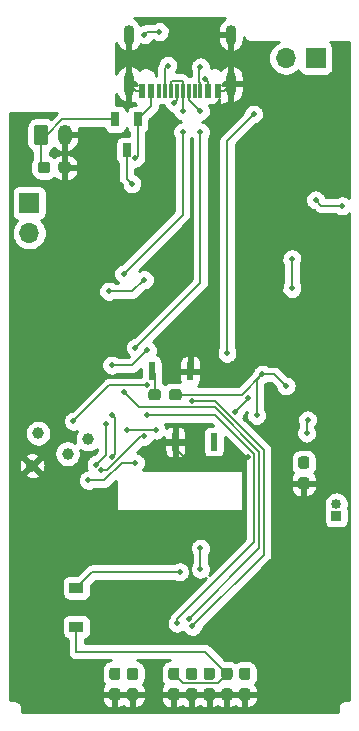
<source format=gbr>
%TF.GenerationSoftware,KiCad,Pcbnew,(5.99.0-2309-gaf729d578)*%
%TF.CreationDate,2020-07-18T18:02:02-04:00*%
%TF.ProjectId,mk2,6d6b322e-6b69-4636-9164-5f7063625858,rev?*%
%TF.SameCoordinates,Original*%
%TF.FileFunction,Copper,L2,Bot*%
%TF.FilePolarity,Positive*%
%FSLAX46Y46*%
G04 Gerber Fmt 4.6, Leading zero omitted, Abs format (unit mm)*
G04 Created by KiCad (PCBNEW (5.99.0-2309-gaf729d578)) date 2020-07-18 18:02:02*
%MOMM*%
%LPD*%
G01*
G04 APERTURE LIST*
%TA.AperFunction,ComponentPad*%
%ADD10O,1.200000X1.750000*%
%TD*%
%TA.AperFunction,ComponentPad*%
%ADD11O,0.850000X0.850000*%
%TD*%
%TA.AperFunction,ComponentPad*%
%ADD12R,0.850000X0.850000*%
%TD*%
%TA.AperFunction,SMDPad,CuDef*%
%ADD13R,0.600000X1.160000*%
%TD*%
%TA.AperFunction,SMDPad,CuDef*%
%ADD14R,0.300000X1.160000*%
%TD*%
%TA.AperFunction,ComponentPad*%
%ADD15O,0.900000X1.700000*%
%TD*%
%TA.AperFunction,ComponentPad*%
%ADD16O,0.900000X2.000000*%
%TD*%
%TA.AperFunction,SMDPad,CuDef*%
%ADD17C,1.000000*%
%TD*%
%TA.AperFunction,ComponentPad*%
%ADD18O,1.700000X1.700000*%
%TD*%
%TA.AperFunction,ComponentPad*%
%ADD19R,1.700000X1.700000*%
%TD*%
%TA.AperFunction,SMDPad,CuDef*%
%ADD20R,0.550000X1.500000*%
%TD*%
%TA.AperFunction,SMDPad,CuDef*%
%ADD21R,1.200000X0.900000*%
%TD*%
%TA.AperFunction,SMDPad,CuDef*%
%ADD22R,0.650000X1.220000*%
%TD*%
%TA.AperFunction,ViaPad*%
%ADD23C,0.500000*%
%TD*%
%TA.AperFunction,Conductor*%
%ADD24C,0.180000*%
%TD*%
%TA.AperFunction,Conductor*%
%ADD25C,0.254000*%
%TD*%
G04 APERTURE END LIST*
D10*
%TO.P,BT1,2,-*%
%TO.N,GND*%
X15250000Y-20500000D03*
%TO.P,BT1,1,+*%
%TO.N,+BATT*%
%TA.AperFunction,ComponentPad*%
G36*
G01*
X12650000Y-21125000D02*
X12650000Y-19875000D01*
G75*
G02*
X12900000Y-19625000I250000J0D01*
G01*
X13600000Y-19625000D01*
G75*
G02*
X13850000Y-19875000I0J-250000D01*
G01*
X13850000Y-21125000D01*
G75*
G02*
X13600000Y-21375000I-250000J0D01*
G01*
X12900000Y-21375000D01*
G75*
G02*
X12650000Y-21125000I0J250000D01*
G01*
G37*
%TD.AperFunction*%
%TD*%
D11*
%TO.P,J3,2,Pin_2*%
%TO.N,Net-(J3-Pad2)*%
X38250000Y-51750000D03*
D12*
%TO.P,J3,1,Pin_1*%
%TO.N,Net-(J3-Pad1)*%
X38250000Y-52750000D03*
%TD*%
D13*
%TO.P,J2,A12,GND*%
%TO.N,GND*%
X28200000Y-16760000D03*
%TO.P,J2,A9,VBUS*%
%TO.N,VUSB*%
X27400000Y-16760000D03*
%TO.P,J2,A1,GND*%
%TO.N,GND*%
X21800000Y-16760000D03*
%TO.P,J2,A4,VBUS*%
%TO.N,VUSB*%
X22600000Y-16760000D03*
D14*
%TO.P,J2,B5,CC2*%
%TO.N,Net-(J2-PadB5)*%
X26750000Y-16760000D03*
%TO.P,J2,B6,D+*%
%TO.N,USB_DP*%
X25750000Y-16760000D03*
%TO.P,J2,A8,SBU1*%
%TO.N,N/C*%
X26250000Y-16760000D03*
%TO.P,J2,A5,CC1*%
%TO.N,Net-(J2-PadA5)*%
X23750000Y-16760000D03*
%TO.P,J2,B8,SBU2*%
%TO.N,N/C*%
X23250000Y-16760000D03*
%TO.P,J2,A7,D-*%
%TO.N,USB_DN*%
X25250000Y-16760000D03*
%TO.P,J2,A6,D+*%
%TO.N,USB_DP*%
X24750000Y-16760000D03*
%TO.P,J2,B7,D-*%
%TO.N,USB_DN*%
X24250000Y-16760000D03*
D15*
%TO.P,J2,S1,SHIELD*%
%TO.N,GND*%
X29320000Y-12010000D03*
X20680000Y-12010000D03*
D16*
X29320000Y-16180000D03*
X20680000Y-16180000D03*
%TD*%
D17*
%TO.P,TP4,1,1*%
%TO.N,GND*%
X12500000Y-48500000D03*
%TD*%
%TO.P,TP3,1,1*%
%TO.N,VCC*%
X13000000Y-45750000D03*
%TD*%
%TO.P,TP2,1,1*%
%TO.N,SWDCLK*%
X15500000Y-47500000D03*
%TD*%
%TO.P,TP1,1,1*%
%TO.N,SWDIO*%
X17250000Y-46250000D03*
%TD*%
D18*
%TO.P,D8,2,A*%
%TO.N,Net-(D8-Pad2)*%
X33960000Y-14000000D03*
D19*
%TO.P,D8,1,K*%
%TO.N,Net-(D8-Pad1)*%
X36500000Y-14000000D03*
%TD*%
D18*
%TO.P,D7,2,A*%
%TO.N,Net-(D7-Pad2)*%
X12250000Y-28790000D03*
D19*
%TO.P,D7,1,K*%
%TO.N,Net-(D7-Pad1)*%
X12250000Y-26250000D03*
%TD*%
D20*
%TO.P,SW_BOOT1,2,2*%
%TO.N,GND*%
X24625000Y-46500000D03*
%TO.P,SW_BOOT1,1,1*%
%TO.N,BOOTLOAD*%
X27875000Y-46500000D03*
%TD*%
%TO.P,SW_RESET1,2,2*%
%TO.N,GND*%
X25875000Y-40500000D03*
%TO.P,SW_RESET1,1,1*%
%TO.N,RST*%
X22625000Y-40500000D03*
%TD*%
%TO.P,R8,2*%
%TO.N,GND*%
%TA.AperFunction,SMDPad,CuDef*%
G36*
G01*
X20762500Y-67350000D02*
X21237500Y-67350000D01*
G75*
G02*
X21475000Y-67587500I0J-237500D01*
G01*
X21475000Y-68162500D01*
G75*
G02*
X21237500Y-68400000I-237500J0D01*
G01*
X20762500Y-68400000D01*
G75*
G02*
X20525000Y-68162500I0J237500D01*
G01*
X20525000Y-67587500D01*
G75*
G02*
X20762500Y-67350000I237500J0D01*
G01*
G37*
%TD.AperFunction*%
%TO.P,R8,1*%
%TO.N,/EPRESE*%
%TA.AperFunction,SMDPad,CuDef*%
G36*
G01*
X20762500Y-65600000D02*
X21237500Y-65600000D01*
G75*
G02*
X21475000Y-65837500I0J-237500D01*
G01*
X21475000Y-66412500D01*
G75*
G02*
X21237500Y-66650000I-237500J0D01*
G01*
X20762500Y-66650000D01*
G75*
G02*
X20525000Y-66412500I0J237500D01*
G01*
X20525000Y-65837500D01*
G75*
G02*
X20762500Y-65600000I237500J0D01*
G01*
G37*
%TD.AperFunction*%
%TD*%
%TO.P,R7,2*%
%TO.N,GND*%
%TA.AperFunction,SMDPad,CuDef*%
G36*
G01*
X19262500Y-67350000D02*
X19737500Y-67350000D01*
G75*
G02*
X19975000Y-67587500I0J-237500D01*
G01*
X19975000Y-68162500D01*
G75*
G02*
X19737500Y-68400000I-237500J0D01*
G01*
X19262500Y-68400000D01*
G75*
G02*
X19025000Y-68162500I0J237500D01*
G01*
X19025000Y-67587500D01*
G75*
G02*
X19262500Y-67350000I237500J0D01*
G01*
G37*
%TD.AperFunction*%
%TO.P,R7,1*%
%TO.N,/EPGDR*%
%TA.AperFunction,SMDPad,CuDef*%
G36*
G01*
X19262500Y-65600000D02*
X19737500Y-65600000D01*
G75*
G02*
X19975000Y-65837500I0J-237500D01*
G01*
X19975000Y-66412500D01*
G75*
G02*
X19737500Y-66650000I-237500J0D01*
G01*
X19262500Y-66650000D01*
G75*
G02*
X19025000Y-66412500I0J237500D01*
G01*
X19025000Y-65837500D01*
G75*
G02*
X19262500Y-65600000I237500J0D01*
G01*
G37*
%TD.AperFunction*%
%TD*%
%TO.P,R6,2*%
%TO.N,RST*%
%TA.AperFunction,SMDPad,CuDef*%
G36*
G01*
X23400000Y-42262500D02*
X23400000Y-42737500D01*
G75*
G02*
X23162500Y-42975000I-237500J0D01*
G01*
X22587500Y-42975000D01*
G75*
G02*
X22350000Y-42737500I0J237500D01*
G01*
X22350000Y-42262500D01*
G75*
G02*
X22587500Y-42025000I237500J0D01*
G01*
X23162500Y-42025000D01*
G75*
G02*
X23400000Y-42262500I0J-237500D01*
G01*
G37*
%TD.AperFunction*%
%TO.P,R6,1*%
%TO.N,VCC*%
%TA.AperFunction,SMDPad,CuDef*%
G36*
G01*
X25150000Y-42262500D02*
X25150000Y-42737500D01*
G75*
G02*
X24912500Y-42975000I-237500J0D01*
G01*
X24337500Y-42975000D01*
G75*
G02*
X24100000Y-42737500I0J237500D01*
G01*
X24100000Y-42262500D01*
G75*
G02*
X24337500Y-42025000I237500J0D01*
G01*
X24912500Y-42025000D01*
G75*
G02*
X25150000Y-42262500I0J-237500D01*
G01*
G37*
%TD.AperFunction*%
%TD*%
D21*
%TO.P,D3,2,A*%
%TO.N,Net-(C8-Pad1)*%
X16250000Y-58850000D03*
%TO.P,D3,1,K*%
%TO.N,/EPPREVGH*%
X16250000Y-62150000D03*
%TD*%
D22*
%TO.P,D1,3,K*%
%TO.N,VIN*%
X20500000Y-21810000D03*
%TO.P,D1,2,A*%
%TO.N,VUSB*%
X21450000Y-19190000D03*
%TO.P,D1,1,A*%
%TO.N,+BATT*%
X19550000Y-19190000D03*
%TD*%
%TO.P,C20,2*%
%TO.N,GND*%
%TA.AperFunction,SMDPad,CuDef*%
G36*
G01*
X14725000Y-23487500D02*
X14725000Y-23012500D01*
G75*
G02*
X14962500Y-22775000I237500J0D01*
G01*
X15537500Y-22775000D01*
G75*
G02*
X15775000Y-23012500I0J-237500D01*
G01*
X15775000Y-23487500D01*
G75*
G02*
X15537500Y-23725000I-237500J0D01*
G01*
X14962500Y-23725000D01*
G75*
G02*
X14725000Y-23487500I0J237500D01*
G01*
G37*
%TD.AperFunction*%
%TO.P,C20,1*%
%TO.N,+BATT*%
%TA.AperFunction,SMDPad,CuDef*%
G36*
G01*
X12975000Y-23487500D02*
X12975000Y-23012500D01*
G75*
G02*
X13212500Y-22775000I237500J0D01*
G01*
X13787500Y-22775000D01*
G75*
G02*
X14025000Y-23012500I0J-237500D01*
G01*
X14025000Y-23487500D01*
G75*
G02*
X13787500Y-23725000I-237500J0D01*
G01*
X13212500Y-23725000D01*
G75*
G02*
X12975000Y-23487500I0J237500D01*
G01*
G37*
%TD.AperFunction*%
%TD*%
%TO.P,C15,2*%
%TO.N,/EPVDD*%
%TA.AperFunction,SMDPad,CuDef*%
G36*
G01*
X26237500Y-66650000D02*
X25762500Y-66650000D01*
G75*
G02*
X25525000Y-66412500I0J237500D01*
G01*
X25525000Y-65837500D01*
G75*
G02*
X25762500Y-65600000I237500J0D01*
G01*
X26237500Y-65600000D01*
G75*
G02*
X26475000Y-65837500I0J-237500D01*
G01*
X26475000Y-66412500D01*
G75*
G02*
X26237500Y-66650000I-237500J0D01*
G01*
G37*
%TD.AperFunction*%
%TO.P,C15,1*%
%TO.N,GND*%
%TA.AperFunction,SMDPad,CuDef*%
G36*
G01*
X26237500Y-68400000D02*
X25762500Y-68400000D01*
G75*
G02*
X25525000Y-68162500I0J237500D01*
G01*
X25525000Y-67587500D01*
G75*
G02*
X25762500Y-67350000I237500J0D01*
G01*
X26237500Y-67350000D01*
G75*
G02*
X26475000Y-67587500I0J-237500D01*
G01*
X26475000Y-68162500D01*
G75*
G02*
X26237500Y-68400000I-237500J0D01*
G01*
G37*
%TD.AperFunction*%
%TD*%
%TO.P,C12,2*%
%TO.N,/EPPREVGL*%
%TA.AperFunction,SMDPad,CuDef*%
G36*
G01*
X30737500Y-66650000D02*
X30262500Y-66650000D01*
G75*
G02*
X30025000Y-66412500I0J237500D01*
G01*
X30025000Y-65837500D01*
G75*
G02*
X30262500Y-65600000I237500J0D01*
G01*
X30737500Y-65600000D01*
G75*
G02*
X30975000Y-65837500I0J-237500D01*
G01*
X30975000Y-66412500D01*
G75*
G02*
X30737500Y-66650000I-237500J0D01*
G01*
G37*
%TD.AperFunction*%
%TO.P,C12,1*%
%TO.N,GND*%
%TA.AperFunction,SMDPad,CuDef*%
G36*
G01*
X30737500Y-68400000D02*
X30262500Y-68400000D01*
G75*
G02*
X30025000Y-68162500I0J237500D01*
G01*
X30025000Y-67587500D01*
G75*
G02*
X30262500Y-67350000I237500J0D01*
G01*
X30737500Y-67350000D01*
G75*
G02*
X30975000Y-67587500I0J-237500D01*
G01*
X30975000Y-68162500D01*
G75*
G02*
X30737500Y-68400000I-237500J0D01*
G01*
G37*
%TD.AperFunction*%
%TD*%
%TO.P,C11,2*%
%TO.N,/EPPREVGH*%
%TA.AperFunction,SMDPad,CuDef*%
G36*
G01*
X29237500Y-66650000D02*
X28762500Y-66650000D01*
G75*
G02*
X28525000Y-66412500I0J237500D01*
G01*
X28525000Y-65837500D01*
G75*
G02*
X28762500Y-65600000I237500J0D01*
G01*
X29237500Y-65600000D01*
G75*
G02*
X29475000Y-65837500I0J-237500D01*
G01*
X29475000Y-66412500D01*
G75*
G02*
X29237500Y-66650000I-237500J0D01*
G01*
G37*
%TD.AperFunction*%
%TO.P,C11,1*%
%TO.N,GND*%
%TA.AperFunction,SMDPad,CuDef*%
G36*
G01*
X29237500Y-68400000D02*
X28762500Y-68400000D01*
G75*
G02*
X28525000Y-68162500I0J237500D01*
G01*
X28525000Y-67587500D01*
G75*
G02*
X28762500Y-67350000I237500J0D01*
G01*
X29237500Y-67350000D01*
G75*
G02*
X29475000Y-67587500I0J-237500D01*
G01*
X29475000Y-68162500D01*
G75*
G02*
X29237500Y-68400000I-237500J0D01*
G01*
G37*
%TD.AperFunction*%
%TD*%
%TO.P,C10,2*%
%TO.N,/EPVPP*%
%TA.AperFunction,SMDPad,CuDef*%
G36*
G01*
X27737500Y-66650000D02*
X27262500Y-66650000D01*
G75*
G02*
X27025000Y-66412500I0J237500D01*
G01*
X27025000Y-65837500D01*
G75*
G02*
X27262500Y-65600000I237500J0D01*
G01*
X27737500Y-65600000D01*
G75*
G02*
X27975000Y-65837500I0J-237500D01*
G01*
X27975000Y-66412500D01*
G75*
G02*
X27737500Y-66650000I-237500J0D01*
G01*
G37*
%TD.AperFunction*%
%TO.P,C10,1*%
%TO.N,GND*%
%TA.AperFunction,SMDPad,CuDef*%
G36*
G01*
X27737500Y-68400000D02*
X27262500Y-68400000D01*
G75*
G02*
X27025000Y-68162500I0J237500D01*
G01*
X27025000Y-67587500D01*
G75*
G02*
X27262500Y-67350000I237500J0D01*
G01*
X27737500Y-67350000D01*
G75*
G02*
X27975000Y-67587500I0J-237500D01*
G01*
X27975000Y-68162500D01*
G75*
G02*
X27737500Y-68400000I-237500J0D01*
G01*
G37*
%TD.AperFunction*%
%TD*%
%TO.P,C9,2*%
%TO.N,GND*%
%TA.AperFunction,SMDPad,CuDef*%
G36*
G01*
X24262500Y-67350000D02*
X24737500Y-67350000D01*
G75*
G02*
X24975000Y-67587500I0J-237500D01*
G01*
X24975000Y-68162500D01*
G75*
G02*
X24737500Y-68400000I-237500J0D01*
G01*
X24262500Y-68400000D01*
G75*
G02*
X24025000Y-68162500I0J237500D01*
G01*
X24025000Y-67587500D01*
G75*
G02*
X24262500Y-67350000I237500J0D01*
G01*
G37*
%TD.AperFunction*%
%TO.P,C9,1*%
%TO.N,/EPPREVGH*%
%TA.AperFunction,SMDPad,CuDef*%
G36*
G01*
X24262500Y-65600000D02*
X24737500Y-65600000D01*
G75*
G02*
X24975000Y-65837500I0J-237500D01*
G01*
X24975000Y-66412500D01*
G75*
G02*
X24737500Y-66650000I-237500J0D01*
G01*
X24262500Y-66650000D01*
G75*
G02*
X24025000Y-66412500I0J237500D01*
G01*
X24025000Y-65837500D01*
G75*
G02*
X24262500Y-65600000I237500J0D01*
G01*
G37*
%TD.AperFunction*%
%TD*%
%TO.P,C6,2*%
%TO.N,VCC*%
%TA.AperFunction,SMDPad,CuDef*%
G36*
G01*
X35737500Y-48775000D02*
X35262500Y-48775000D01*
G75*
G02*
X35025000Y-48537500I0J237500D01*
G01*
X35025000Y-47962500D01*
G75*
G02*
X35262500Y-47725000I237500J0D01*
G01*
X35737500Y-47725000D01*
G75*
G02*
X35975000Y-47962500I0J-237500D01*
G01*
X35975000Y-48537500D01*
G75*
G02*
X35737500Y-48775000I-237500J0D01*
G01*
G37*
%TD.AperFunction*%
%TO.P,C6,1*%
%TO.N,GND*%
%TA.AperFunction,SMDPad,CuDef*%
G36*
G01*
X35737500Y-50525000D02*
X35262500Y-50525000D01*
G75*
G02*
X35025000Y-50287500I0J237500D01*
G01*
X35025000Y-49712500D01*
G75*
G02*
X35262500Y-49475000I237500J0D01*
G01*
X35737500Y-49475000D01*
G75*
G02*
X35975000Y-49712500I0J-237500D01*
G01*
X35975000Y-50287500D01*
G75*
G02*
X35737500Y-50525000I-237500J0D01*
G01*
G37*
%TD.AperFunction*%
%TD*%
D23*
%TO.N,GND*%
X37250000Y-29000000D03*
X38000000Y-50000000D03*
X36750000Y-46750000D03*
%TO.N,Net-(J3-Pad1)*%
X35821258Y-44615120D03*
X35750000Y-45750000D03*
%TO.N,GND*%
X34007297Y-47492703D03*
%TO.N,VCC*%
X34000000Y-41750000D03*
%TO.N,BUZZER*%
X29650000Y-43950000D03*
X30750000Y-42750000D03*
%TO.N,VCC*%
X26750000Y-55500000D03*
X13000000Y-45750000D03*
%TO.N,SWDIO*%
X17250000Y-46250000D03*
%TO.N,SWDCLK*%
X15500000Y-47500000D03*
%TO.N,VCC*%
X22226482Y-41703095D03*
X16000000Y-44750000D03*
X24625000Y-42500000D03*
%TO.N,GND*%
X29650000Y-48250000D03*
X30750000Y-47750000D03*
X19250000Y-50500000D03*
%TO.N,EPBUSY*%
X17912048Y-48405015D03*
%TO.N,EPRES*%
X18374063Y-48903973D03*
%TO.N,GND*%
X35500000Y-51750000D03*
X13250000Y-58000000D03*
X20000000Y-59000000D03*
X27440302Y-62350754D03*
X22500000Y-61500000D03*
X37000000Y-62250000D03*
X31500000Y-58750000D03*
%TO.N,VCC*%
X26750000Y-57250000D03*
X31500000Y-44250000D03*
%TO.N,GND*%
X37000000Y-42000000D03*
X23000000Y-34000000D03*
X20500000Y-36250000D03*
%TO.N,VCC*%
X22000000Y-32750000D03*
X19000000Y-33750000D03*
%TO.N,GND*%
X23000000Y-22250000D03*
X20000000Y-24750000D03*
X17250000Y-26000000D03*
X14000000Y-31850000D03*
X36750000Y-22000000D03*
X34250000Y-18750000D03*
X31250000Y-17000000D03*
X35500000Y-33500000D03*
X30250000Y-36750000D03*
%TO.N,EPSDIN*%
X26000000Y-43020010D03*
%TO.N,VCC*%
X32000000Y-40750000D03*
X38750000Y-26500000D03*
X36500000Y-26000000D03*
%TO.N,GND*%
X27750000Y-30500000D03*
%TO.N,BACKLIGHT*%
X29000000Y-39000000D03*
X31250000Y-18750000D03*
%TO.N,Net-(IC1-Pad35)*%
X26750000Y-20250000D03*
X21250000Y-38500000D03*
%TO.N,Net-(IC1-Pad34)*%
X25250000Y-20250000D03*
X20250000Y-32250000D03*
%TO.N,FLASHLIGHT*%
X19250000Y-40000000D03*
X22250000Y-38750000D03*
%TO.N,VCC*%
X35500000Y-48250000D03*
%TO.N,Net-(C8-Pad1)*%
X25000000Y-57500000D03*
%TO.N,EPBUSY*%
X18750000Y-44979990D03*
%TO.N,BUTTON3*%
X23000000Y-45500000D03*
%TO.N,EPRES*%
X22000000Y-46020010D03*
%TO.N,BUTTON3*%
X20500000Y-45500000D03*
%TO.N,BUTTON4*%
X17250000Y-49750000D03*
X21250000Y-48250000D03*
%TO.N,Net-(C8-Pad1)*%
X16250000Y-58850000D03*
%TO.N,EPDC*%
X19250000Y-44229990D03*
X19250000Y-47750000D03*
%TO.N,EPCS*%
X24770010Y-61841467D03*
%TO.N,EPSDIN*%
X26054111Y-62108222D03*
%TO.N,EPSCLK*%
X20250000Y-42250000D03*
X25750000Y-61500000D03*
%TO.N,EPCS*%
X22250000Y-44250000D03*
%TO.N,RTCIRQ*%
X34500000Y-33500000D03*
X34500000Y-31000000D03*
%TO.N,VIN*%
X20476720Y-21705239D03*
X20950000Y-24650000D03*
%TO.N,VUSB*%
X21252463Y-22466632D03*
%TO.N,Net-(R10-Pad1)*%
X23250000Y-11750000D03*
X22000000Y-12000000D03*
%TO.N,VUSB*%
X27162216Y-15756858D03*
%TO.N,USB_DP*%
X24501891Y-17757755D03*
X26750000Y-18500000D03*
%TO.N,USB_DN*%
X25250000Y-18500000D03*
%TO.N,VUSB*%
X22600000Y-16760000D03*
%TO.N,Net-(J2-PadB5)*%
X26750000Y-14750000D03*
%TO.N,Net-(J2-PadA5)*%
X24000000Y-14625000D03*
%TO.N,RST*%
X22625000Y-40500000D03*
%TO.N,BOOTLOAD*%
X27875000Y-46500000D03*
%TO.N,/EPGDR*%
X19500000Y-66125000D03*
%TO.N,/EPRESE*%
X21000000Y-66125000D03*
%TO.N,/EPPREVGL*%
X30500000Y-66125000D03*
%TO.N,/EPPREVGH*%
X29000000Y-66125000D03*
%TO.N,/EPVPP*%
X27500000Y-66125000D03*
%TO.N,/EPVDD*%
X26000000Y-66125000D03*
%TD*%
D24*
%TO.N,Net-(J3-Pad1)*%
X35750000Y-45750000D02*
X35750000Y-44686378D01*
X35750000Y-44686378D02*
X35821258Y-44615120D01*
%TO.N,EPCS*%
X24770010Y-61487914D02*
X24770010Y-61841467D01*
X28019604Y-44250000D02*
X31270002Y-47500398D01*
%TO.N,EPSCLK*%
X27961275Y-43540011D02*
X21540011Y-43540011D01*
X31750000Y-55500000D02*
X31750000Y-47328736D01*
%TO.N,EPSDIN*%
X32110011Y-56052322D02*
X32110011Y-47179615D01*
%TO.N,EPCS*%
X31270002Y-47500398D02*
X31270002Y-54987922D01*
%TO.N,EPSCLK*%
X21540011Y-43540011D02*
X20250000Y-42250000D01*
%TO.N,EPSDIN*%
X32110011Y-47179615D02*
X27950406Y-43020010D01*
%TO.N,EPCS*%
X31270002Y-54987922D02*
X24770010Y-61487914D01*
%TO.N,EPSCLK*%
X31750000Y-47328736D02*
X27961275Y-43540011D01*
%TO.N,EPSDIN*%
X26054111Y-62108222D02*
X32110011Y-56052322D01*
X27950406Y-43020010D02*
X26000000Y-43020010D01*
%TO.N,EPSCLK*%
X25750000Y-61500000D02*
X31750000Y-55500000D01*
%TO.N,EPCS*%
X22250000Y-44250000D02*
X28019604Y-44250000D01*
%TO.N,VCC*%
X32000000Y-40750000D02*
X33000000Y-40750000D01*
X33000000Y-40750000D02*
X34000000Y-41750000D01*
%TO.N,BUZZER*%
X30750000Y-42750000D02*
X30750000Y-42850000D01*
X30750000Y-42850000D02*
X29650000Y-43950000D01*
%TO.N,VCC*%
X26750000Y-57250000D02*
X26750000Y-55500000D01*
X16000000Y-44750000D02*
X19046905Y-41703095D01*
X19046905Y-41703095D02*
X22226482Y-41703095D01*
%TO.N,GND*%
X24625000Y-46975000D02*
X25400000Y-47750000D01*
X24625000Y-46500000D02*
X24625000Y-46975000D01*
X25400000Y-47750000D02*
X30750000Y-47750000D01*
%TO.N,EPBUSY*%
X18750000Y-44979990D02*
X18750000Y-47567063D01*
%TO.N,EPRES*%
X22000000Y-46020010D02*
X21750000Y-46020010D01*
X21750000Y-46020010D02*
X18866037Y-48903973D01*
%TO.N,EPBUSY*%
X18750000Y-47567063D02*
X17912048Y-48405015D01*
%TO.N,EPRES*%
X18866037Y-48903973D02*
X18374063Y-48903973D01*
%TO.N,VCC*%
X31500000Y-44250000D02*
X31500000Y-41250000D01*
X31500000Y-41250000D02*
X32000000Y-40750000D01*
X21000000Y-33750000D02*
X22000000Y-32750000D01*
X19000000Y-33750000D02*
X21000000Y-33750000D01*
X24625000Y-42500000D02*
X24500000Y-42500000D01*
X24500000Y-42500000D02*
X30250000Y-42500000D01*
X30250000Y-42500000D02*
X32000000Y-40750000D01*
X38750000Y-26500000D02*
X37000000Y-26500000D01*
X37000000Y-26500000D02*
X36500000Y-26000000D01*
%TO.N,/EPPREVGH*%
X24500000Y-66125000D02*
X25295010Y-66920010D01*
X25295010Y-66920010D02*
X28204990Y-66920010D01*
X28204990Y-66920010D02*
X29000000Y-66125000D01*
%TO.N,BACKLIGHT*%
X29000000Y-39000000D02*
X29000000Y-21000000D01*
X29000000Y-21000000D02*
X31250000Y-18750000D01*
%TO.N,Net-(IC1-Pad35)*%
X26750000Y-33000000D02*
X26750000Y-20250000D01*
X21250000Y-38500000D02*
X26750000Y-33000000D01*
%TO.N,Net-(IC1-Pad34)*%
X20250000Y-32250000D02*
X25250000Y-27250000D01*
X25250000Y-27250000D02*
X25250000Y-20250000D01*
%TO.N,FLASHLIGHT*%
X19250000Y-40000000D02*
X21000000Y-40000000D01*
X21000000Y-40000000D02*
X22250000Y-38750000D01*
%TO.N,Net-(C8-Pad1)*%
X25000000Y-57500000D02*
X17600000Y-57500000D01*
X17600000Y-57500000D02*
X16250000Y-58850000D01*
%TO.N,BUTTON3*%
X23000000Y-45500000D02*
X20500000Y-45500000D01*
%TO.N,BUTTON4*%
X21250000Y-48250000D02*
X20118146Y-48250000D01*
X18618146Y-49750000D02*
X17250000Y-49750000D01*
X20118146Y-48250000D02*
X18618146Y-49750000D01*
%TO.N,EPDC*%
X19250000Y-47750000D02*
X19499999Y-47500001D01*
X19499999Y-47500001D02*
X19499999Y-44479989D01*
X19499999Y-44479989D02*
X19250000Y-44229990D01*
%TO.N,RTCIRQ*%
X34500000Y-33500000D02*
X34500000Y-31000000D01*
%TO.N,VIN*%
X20500000Y-21810000D02*
X20500000Y-24200000D01*
X20500000Y-24200000D02*
X20950000Y-24650000D01*
%TO.N,VUSB*%
X21450000Y-19190000D02*
X21450000Y-22269095D01*
X21450000Y-22269095D02*
X21252463Y-22466632D01*
%TO.N,Net-(R10-Pad1)*%
X23250000Y-11750000D02*
X22250000Y-11750000D01*
X22250000Y-11750000D02*
X22000000Y-12000000D01*
%TO.N,GND*%
X20680000Y-12010000D02*
X20680000Y-16180000D01*
X29320000Y-16180000D02*
X29320000Y-12010000D01*
X21800000Y-16760000D02*
X21260000Y-16760000D01*
X21260000Y-16760000D02*
X20680000Y-16180000D01*
X28200000Y-16760000D02*
X28740000Y-16760000D01*
X28740000Y-16760000D02*
X29320000Y-16180000D01*
%TO.N,Net-(J2-PadB5)*%
X26642214Y-14857786D02*
X26750000Y-14750000D01*
X26642214Y-16006460D02*
X26642214Y-14857786D01*
X26750000Y-16114246D02*
X26642214Y-16006460D01*
X26750000Y-16760000D02*
X26750000Y-16114246D01*
%TO.N,VUSB*%
X27400000Y-16760000D02*
X27400000Y-15994642D01*
X27400000Y-15994642D02*
X27162216Y-15756858D01*
%TO.N,USB_DP*%
X24750000Y-16760000D02*
X24750000Y-17509646D01*
X24750000Y-17509646D02*
X24501891Y-17757755D01*
%TO.N,USB_DN*%
X25250000Y-16760000D02*
X25250000Y-16000000D01*
X25250000Y-16000000D02*
X25159999Y-15909999D01*
X25159999Y-15909999D02*
X24383999Y-15909999D01*
X24383999Y-15909999D02*
X24250000Y-16043998D01*
X24250000Y-16043998D02*
X24250000Y-16760000D01*
%TO.N,USB_DP*%
X25750000Y-16760000D02*
X25750000Y-17520000D01*
X25750000Y-17520000D02*
X26730000Y-18500000D01*
X26730000Y-18500000D02*
X26750000Y-18500000D01*
%TO.N,USB_DN*%
X25250000Y-16760000D02*
X25250000Y-18500000D01*
%TO.N,Net-(J2-PadA5)*%
X23750000Y-16760000D02*
X23750000Y-14875000D01*
X23750000Y-14875000D02*
X24000000Y-14625000D01*
%TO.N,VUSB*%
X21450000Y-19190000D02*
X22600000Y-18040000D01*
X22600000Y-18040000D02*
X22600000Y-16760000D01*
%TO.N,+BATT*%
X19550000Y-19190000D02*
X15054621Y-19190000D01*
X15054621Y-19190000D02*
X13744621Y-20500000D01*
X13744621Y-20500000D02*
X13250000Y-20500000D01*
X13250000Y-20500000D02*
X13250000Y-23000000D01*
X13250000Y-23000000D02*
X13500000Y-23250000D01*
%TO.N,RST*%
X22875000Y-42500000D02*
X22875000Y-40750000D01*
X22875000Y-40750000D02*
X22625000Y-40500000D01*
%TO.N,/EPPREVGH*%
X16250000Y-62150000D02*
X16250000Y-64250000D01*
X16250000Y-64250000D02*
X27125000Y-64250000D01*
X27125000Y-64250000D02*
X29000000Y-66125000D01*
%TD*%
%TO.N,GND*%
D25*
X28729060Y-10695694D02*
X28718746Y-10702443D01*
X28562725Y-10827889D01*
X28553920Y-10836512D01*
X28425234Y-10989872D01*
X28418271Y-11000042D01*
X28321824Y-11175478D01*
X28316969Y-11186807D01*
X28256369Y-11377844D01*
X28253758Y-11390339D01*
X28236345Y-11556013D01*
X28236000Y-11562603D01*
X28236000Y-11808191D01*
X28309809Y-11882000D01*
X29118192Y-11882001D01*
X29118193Y-11882000D01*
X29448000Y-11882001D01*
X29447999Y-13397013D01*
X29549045Y-13472605D01*
X29722096Y-13421674D01*
X29733523Y-13417057D01*
X29910940Y-13324306D01*
X29921254Y-13317557D01*
X30077275Y-13192111D01*
X30086080Y-13183488D01*
X30214766Y-13030128D01*
X30221729Y-13019958D01*
X30318175Y-12844523D01*
X30323031Y-12833195D01*
X30383631Y-12642157D01*
X30386242Y-12629661D01*
X30403655Y-12463987D01*
X30404000Y-12457397D01*
X30404000Y-12221922D01*
X30412831Y-12252821D01*
X30420162Y-12269210D01*
X30440714Y-12301782D01*
X30456649Y-12336832D01*
X30466322Y-12351957D01*
X30488916Y-12378178D01*
X30507389Y-12407457D01*
X30519025Y-12421129D01*
X30547894Y-12446624D01*
X30573027Y-12475794D01*
X30586556Y-12487596D01*
X30615599Y-12506421D01*
X30641550Y-12529340D01*
X30656554Y-12539196D01*
X30691426Y-12555569D01*
X30723730Y-12576507D01*
X30740027Y-12584037D01*
X30773182Y-12593952D01*
X30804700Y-12608750D01*
X30822255Y-12614059D01*
X30858545Y-12619482D01*
X30896640Y-12630875D01*
X30914396Y-12633529D01*
X30957593Y-12633793D01*
X30960379Y-12634000D01*
X30991463Y-12634000D01*
X31077859Y-12634527D01*
X31081707Y-12634000D01*
X33374157Y-12634000D01*
X33192155Y-12724346D01*
X33183032Y-12729882D01*
X32988199Y-12871957D01*
X32980138Y-12878952D01*
X32812029Y-13051822D01*
X32805263Y-13060074D01*
X32668683Y-13258798D01*
X32663403Y-13268073D01*
X32562260Y-13486968D01*
X32558618Y-13497000D01*
X32495802Y-13729807D01*
X32493903Y-13740309D01*
X32471211Y-13980372D01*
X32471109Y-13991043D01*
X32489188Y-14231497D01*
X32490885Y-14242034D01*
X32549221Y-14476005D01*
X32552669Y-14486104D01*
X32649591Y-14706900D01*
X32654692Y-14716275D01*
X32787430Y-14917584D01*
X32794038Y-14925965D01*
X32958798Y-15102032D01*
X32966722Y-15109180D01*
X33158792Y-15254968D01*
X33167808Y-15260679D01*
X33381696Y-15372021D01*
X33391545Y-15376131D01*
X33621134Y-15449844D01*
X33631535Y-15452236D01*
X33870262Y-15486212D01*
X33880917Y-15486817D01*
X34121956Y-15480084D01*
X34132561Y-15478885D01*
X34369019Y-15431636D01*
X34379270Y-15428667D01*
X34604387Y-15342253D01*
X34613991Y-15337600D01*
X34821330Y-15214491D01*
X34830012Y-15208286D01*
X35013645Y-15052004D01*
X35021158Y-15044424D01*
X35047403Y-15013035D01*
X35085137Y-15153859D01*
X35097880Y-15178339D01*
X35228990Y-15334590D01*
X35245879Y-15348761D01*
X35420120Y-15449359D01*
X35440837Y-15456900D01*
X35633538Y-15490878D01*
X35644499Y-15491837D01*
X37358258Y-15491837D01*
X37374634Y-15489681D01*
X37653859Y-15414863D01*
X37678339Y-15402120D01*
X37834590Y-15271010D01*
X37848761Y-15254121D01*
X37949359Y-15079880D01*
X37956900Y-15059163D01*
X37990878Y-14866462D01*
X37991837Y-14855501D01*
X37991837Y-13141742D01*
X37989681Y-13125366D01*
X37914863Y-12846142D01*
X37902120Y-12821662D01*
X37771010Y-12665410D01*
X37754121Y-12651239D01*
X37724262Y-12634000D01*
X39366000Y-12634000D01*
X39366001Y-17960566D01*
X39366000Y-17960580D01*
X39366000Y-25861543D01*
X39243685Y-25754841D01*
X39228620Y-25745076D01*
X39014700Y-25646232D01*
X38997500Y-25641088D01*
X38764436Y-25606256D01*
X38746483Y-25606147D01*
X38513012Y-25638128D01*
X38495750Y-25643061D01*
X38280639Y-25739285D01*
X38265456Y-25748865D01*
X38235923Y-25774000D01*
X37357079Y-25774000D01*
X37317376Y-25638223D01*
X37309945Y-25621879D01*
X37182983Y-25423354D01*
X37171264Y-25409753D01*
X36993685Y-25254841D01*
X36978620Y-25245076D01*
X36764700Y-25146232D01*
X36747500Y-25141088D01*
X36514436Y-25106256D01*
X36496483Y-25106147D01*
X36263012Y-25138128D01*
X36245750Y-25143061D01*
X36030639Y-25239285D01*
X36015456Y-25248865D01*
X35835998Y-25401596D01*
X35824114Y-25415053D01*
X35694735Y-25612013D01*
X35687105Y-25628264D01*
X35618207Y-25853618D01*
X35615445Y-25871358D01*
X35612567Y-26106993D01*
X35614895Y-26124794D01*
X35678265Y-26351765D01*
X35685496Y-26368198D01*
X35810024Y-26568259D01*
X35821576Y-26582002D01*
X35997249Y-26739071D01*
X36012193Y-26749019D01*
X36224889Y-26850470D01*
X36242025Y-26855824D01*
X36345935Y-26872653D01*
X36419443Y-26946162D01*
X36560849Y-27087568D01*
X36576894Y-27099226D01*
X36619496Y-27120933D01*
X36658172Y-27149032D01*
X36675842Y-27158035D01*
X36721312Y-27172810D01*
X36763912Y-27194516D01*
X36782774Y-27200645D01*
X36829997Y-27208124D01*
X36875464Y-27222897D01*
X36895052Y-27226000D01*
X38232630Y-27226000D01*
X38247249Y-27239071D01*
X38262193Y-27249019D01*
X38474888Y-27350470D01*
X38492025Y-27355824D01*
X38724646Y-27393500D01*
X38742596Y-27393829D01*
X38976440Y-27364702D01*
X38993761Y-27359980D01*
X39210032Y-27266392D01*
X39225331Y-27256998D01*
X39366000Y-27140213D01*
X39366001Y-68366000D01*
X39008538Y-68366000D01*
X38922143Y-68365473D01*
X38904356Y-68367909D01*
X38867323Y-68378492D01*
X38829206Y-68383951D01*
X38811975Y-68388990D01*
X38780458Y-68403320D01*
X38747180Y-68412831D01*
X38730793Y-68420161D01*
X38698230Y-68440706D01*
X38663167Y-68456649D01*
X38648042Y-68466321D01*
X38621816Y-68488919D01*
X38592544Y-68507389D01*
X38578872Y-68519025D01*
X38553383Y-68547885D01*
X38524206Y-68573026D01*
X38512404Y-68586555D01*
X38493576Y-68615604D01*
X38470661Y-68641550D01*
X38460805Y-68656555D01*
X38444440Y-68691410D01*
X38423493Y-68723728D01*
X38415963Y-68740025D01*
X38406043Y-68773194D01*
X38391251Y-68804700D01*
X38385943Y-68822254D01*
X38380519Y-68858539D01*
X38369125Y-68896640D01*
X38366471Y-68914395D01*
X38366207Y-68957605D01*
X38366001Y-68960378D01*
X38366001Y-68991302D01*
X38365472Y-69077861D01*
X38366001Y-69081722D01*
X38366001Y-69366000D01*
X11634000Y-69366000D01*
X11634000Y-69008503D01*
X11634527Y-68922141D01*
X11632091Y-68904353D01*
X11621508Y-68867327D01*
X11616049Y-68829208D01*
X11611011Y-68811977D01*
X11596684Y-68780466D01*
X11587169Y-68747178D01*
X11579839Y-68730791D01*
X11559293Y-68698228D01*
X11543351Y-68663167D01*
X11533678Y-68648041D01*
X11511079Y-68621815D01*
X11492611Y-68592544D01*
X11480976Y-68578872D01*
X11452111Y-68553379D01*
X11426973Y-68524205D01*
X11413443Y-68512403D01*
X11384400Y-68493579D01*
X11358451Y-68470661D01*
X11343445Y-68460804D01*
X11308579Y-68444435D01*
X11276271Y-68423493D01*
X11259973Y-68415963D01*
X11226818Y-68406048D01*
X11195300Y-68391250D01*
X11177745Y-68385941D01*
X11141455Y-68380518D01*
X11103360Y-68369125D01*
X11085604Y-68366471D01*
X11042407Y-68366207D01*
X11039621Y-68366000D01*
X11008537Y-68366000D01*
X10922141Y-68365473D01*
X10918293Y-68366000D01*
X10634000Y-68366000D01*
X10634000Y-68076808D01*
X18385776Y-68076808D01*
X18385776Y-68202411D01*
X18387220Y-68215841D01*
X18452070Y-68513952D01*
X18460700Y-68534786D01*
X18588759Y-68734050D01*
X18600562Y-68747671D01*
X18777861Y-68901302D01*
X18793023Y-68911046D01*
X19006424Y-69008503D01*
X19023717Y-69013581D01*
X19197604Y-69038582D01*
X19206581Y-69039224D01*
X19298191Y-69039224D01*
X19372000Y-68965415D01*
X19627999Y-68965415D01*
X19701808Y-69039224D01*
X19777411Y-69039224D01*
X19790841Y-69037780D01*
X20088952Y-68972930D01*
X20109786Y-68964300D01*
X20248032Y-68875455D01*
X20277861Y-68901302D01*
X20293023Y-68911046D01*
X20506424Y-69008503D01*
X20523717Y-69013581D01*
X20697604Y-69038582D01*
X20706581Y-69039224D01*
X20798191Y-69039224D01*
X20872000Y-68965415D01*
X21127999Y-68965415D01*
X21201808Y-69039224D01*
X21277411Y-69039224D01*
X21290841Y-69037780D01*
X21588952Y-68972930D01*
X21609786Y-68964300D01*
X21809050Y-68836241D01*
X21822671Y-68824438D01*
X21976302Y-68647139D01*
X21986046Y-68631977D01*
X22083503Y-68418576D01*
X22088581Y-68401283D01*
X22113582Y-68227396D01*
X22114224Y-68218419D01*
X22114224Y-68076809D01*
X22114223Y-68076808D01*
X23385776Y-68076808D01*
X23385776Y-68202411D01*
X23387220Y-68215841D01*
X23452070Y-68513952D01*
X23460700Y-68534786D01*
X23588759Y-68734050D01*
X23600562Y-68747671D01*
X23777861Y-68901302D01*
X23793023Y-68911046D01*
X24006424Y-69008503D01*
X24023717Y-69013581D01*
X24197604Y-69038582D01*
X24206581Y-69039224D01*
X24298191Y-69039224D01*
X24372000Y-68965415D01*
X24627999Y-68965415D01*
X24701808Y-69039224D01*
X24777411Y-69039224D01*
X24790841Y-69037780D01*
X25088952Y-68972930D01*
X25109786Y-68964300D01*
X25248032Y-68875455D01*
X25277861Y-68901302D01*
X25293023Y-68911046D01*
X25506424Y-69008503D01*
X25523717Y-69013581D01*
X25697604Y-69038582D01*
X25706581Y-69039224D01*
X25798191Y-69039224D01*
X25872000Y-68965415D01*
X26127999Y-68965415D01*
X26201808Y-69039224D01*
X26277411Y-69039224D01*
X26290841Y-69037780D01*
X26588952Y-68972930D01*
X26609786Y-68964300D01*
X26748032Y-68875455D01*
X26777861Y-68901302D01*
X26793023Y-68911046D01*
X27006424Y-69008503D01*
X27023717Y-69013581D01*
X27197604Y-69038582D01*
X27206581Y-69039224D01*
X27298191Y-69039224D01*
X27372000Y-68965415D01*
X27627999Y-68965415D01*
X27701808Y-69039224D01*
X27777411Y-69039224D01*
X27790841Y-69037780D01*
X28088952Y-68972930D01*
X28109786Y-68964300D01*
X28248032Y-68875455D01*
X28277861Y-68901302D01*
X28293023Y-68911046D01*
X28506424Y-69008503D01*
X28523717Y-69013581D01*
X28697604Y-69038582D01*
X28706581Y-69039224D01*
X28798191Y-69039224D01*
X28872000Y-68965415D01*
X29127999Y-68965415D01*
X29201808Y-69039224D01*
X29277411Y-69039224D01*
X29290841Y-69037780D01*
X29588952Y-68972930D01*
X29609786Y-68964300D01*
X29748032Y-68875455D01*
X29777861Y-68901302D01*
X29793023Y-68911046D01*
X30006424Y-69008503D01*
X30023717Y-69013581D01*
X30197604Y-69038582D01*
X30206581Y-69039224D01*
X30298191Y-69039224D01*
X30372000Y-68965415D01*
X30627999Y-68965415D01*
X30701808Y-69039224D01*
X30777411Y-69039224D01*
X30790841Y-69037780D01*
X31088952Y-68972930D01*
X31109786Y-68964300D01*
X31309050Y-68836241D01*
X31322671Y-68824438D01*
X31476302Y-68647139D01*
X31486046Y-68631977D01*
X31583503Y-68418576D01*
X31588581Y-68401283D01*
X31613582Y-68227396D01*
X31614224Y-68218419D01*
X31614224Y-68076809D01*
X31540415Y-68003000D01*
X30701809Y-68002999D01*
X30628000Y-68076808D01*
X30627999Y-68965415D01*
X30372000Y-68965415D01*
X30372001Y-68076809D01*
X30298192Y-68003000D01*
X29970809Y-68002999D01*
X29970808Y-68003000D01*
X29201809Y-68002999D01*
X29128000Y-68076808D01*
X29127999Y-68965415D01*
X28872000Y-68965415D01*
X28872001Y-68076809D01*
X28798192Y-68003000D01*
X28470809Y-68002999D01*
X28470808Y-68003000D01*
X27701809Y-68002999D01*
X27628000Y-68076808D01*
X27627999Y-68965415D01*
X27372000Y-68965415D01*
X27372001Y-68076809D01*
X27298192Y-68003000D01*
X26970809Y-68002999D01*
X26970808Y-68003000D01*
X26201809Y-68002999D01*
X26128000Y-68076808D01*
X26127999Y-68965415D01*
X25872000Y-68965415D01*
X25872001Y-68076809D01*
X25798192Y-68003000D01*
X25470809Y-68002999D01*
X25470808Y-68003000D01*
X24701809Y-68002999D01*
X24628000Y-68076808D01*
X24627999Y-68965415D01*
X24372000Y-68965415D01*
X24372001Y-68076809D01*
X24298192Y-68003000D01*
X23459585Y-68002999D01*
X23385776Y-68076808D01*
X22114223Y-68076808D01*
X22040415Y-68003000D01*
X21201809Y-68002999D01*
X21128000Y-68076808D01*
X21127999Y-68965415D01*
X20872000Y-68965415D01*
X20872001Y-68076809D01*
X20798192Y-68003000D01*
X20470809Y-68002999D01*
X20470808Y-68003000D01*
X19701809Y-68002999D01*
X19628000Y-68076808D01*
X19627999Y-68965415D01*
X19372000Y-68965415D01*
X19372001Y-68076809D01*
X19298192Y-68003000D01*
X18459585Y-68002999D01*
X18385776Y-68076808D01*
X10634000Y-68076808D01*
X10634000Y-61694499D01*
X15008163Y-61694499D01*
X15008163Y-62608258D01*
X15010319Y-62624634D01*
X15085137Y-62903859D01*
X15097880Y-62928339D01*
X15228990Y-63084590D01*
X15245879Y-63098761D01*
X15420120Y-63199359D01*
X15440837Y-63206900D01*
X15524000Y-63221564D01*
X15524001Y-64192855D01*
X15516521Y-64240084D01*
X15516521Y-64259916D01*
X15549356Y-64467226D01*
X15555484Y-64486088D01*
X15650774Y-64673105D01*
X15662432Y-64689150D01*
X15810850Y-64837568D01*
X15826895Y-64849226D01*
X16013912Y-64944516D01*
X16032774Y-64950644D01*
X16183069Y-64974449D01*
X16240083Y-64983479D01*
X16259916Y-64983479D01*
X16307139Y-64976000D01*
X19145813Y-64976000D01*
X18911048Y-65027070D01*
X18890214Y-65035700D01*
X18690950Y-65163759D01*
X18677329Y-65175562D01*
X18523698Y-65352861D01*
X18513954Y-65368023D01*
X18416497Y-65581424D01*
X18411419Y-65598717D01*
X18386418Y-65772604D01*
X18385776Y-65781581D01*
X18385776Y-66452411D01*
X18387220Y-66465841D01*
X18452070Y-66763952D01*
X18460700Y-66784786D01*
X18588759Y-66984050D01*
X18600562Y-66997671D01*
X18608720Y-67004740D01*
X18523698Y-67102861D01*
X18513954Y-67118023D01*
X18416497Y-67331424D01*
X18411419Y-67348717D01*
X18386418Y-67522604D01*
X18385776Y-67531581D01*
X18385776Y-67673191D01*
X18459585Y-67747000D01*
X19298192Y-67747001D01*
X19298193Y-67747000D01*
X20029191Y-67747001D01*
X20029192Y-67747000D01*
X20798192Y-67747001D01*
X20798193Y-67747000D01*
X22040415Y-67747001D01*
X22114224Y-67673192D01*
X22114224Y-67547589D01*
X22112780Y-67534159D01*
X22047930Y-67236048D01*
X22039300Y-67215214D01*
X21911241Y-67015950D01*
X21899438Y-67002329D01*
X21891280Y-66995260D01*
X21976302Y-66897139D01*
X21986046Y-66881977D01*
X22083503Y-66668576D01*
X22088581Y-66651283D01*
X22113582Y-66477396D01*
X22114224Y-66468419D01*
X22114224Y-65797589D01*
X22112780Y-65784159D01*
X22047930Y-65486048D01*
X22039300Y-65465214D01*
X21911241Y-65265950D01*
X21899438Y-65252329D01*
X21722139Y-65098698D01*
X21706977Y-65088954D01*
X21493576Y-64991497D01*
X21476283Y-64986419D01*
X21403817Y-64976000D01*
X24145813Y-64976000D01*
X23911048Y-65027070D01*
X23890214Y-65035700D01*
X23690950Y-65163759D01*
X23677329Y-65175562D01*
X23523698Y-65352861D01*
X23513954Y-65368023D01*
X23416497Y-65581424D01*
X23411419Y-65598717D01*
X23386418Y-65772604D01*
X23385776Y-65781581D01*
X23385776Y-66452411D01*
X23387220Y-66465841D01*
X23452070Y-66763952D01*
X23460700Y-66784786D01*
X23588759Y-66984050D01*
X23600562Y-66997671D01*
X23608720Y-67004740D01*
X23523698Y-67102861D01*
X23513954Y-67118023D01*
X23416497Y-67331424D01*
X23411419Y-67348717D01*
X23386418Y-67522604D01*
X23385776Y-67531581D01*
X23385776Y-67673191D01*
X23459585Y-67747000D01*
X24298192Y-67747001D01*
X24298193Y-67747000D01*
X25029191Y-67747001D01*
X25029192Y-67747000D01*
X25798192Y-67747001D01*
X25798193Y-67747000D01*
X26529191Y-67747001D01*
X26529192Y-67747000D01*
X27298192Y-67747001D01*
X27298193Y-67747000D01*
X28029191Y-67747001D01*
X28029192Y-67747000D01*
X28798192Y-67747001D01*
X28798193Y-67747000D01*
X29529191Y-67747001D01*
X29529192Y-67747000D01*
X30298192Y-67747001D01*
X30298193Y-67747000D01*
X31540415Y-67747001D01*
X31614224Y-67673192D01*
X31614224Y-67547589D01*
X31612780Y-67534159D01*
X31547930Y-67236048D01*
X31539300Y-67215214D01*
X31411241Y-67015950D01*
X31399438Y-67002329D01*
X31391280Y-66995260D01*
X31476302Y-66897139D01*
X31486046Y-66881977D01*
X31583503Y-66668576D01*
X31588581Y-66651283D01*
X31613582Y-66477396D01*
X31614224Y-66468419D01*
X31614224Y-65797589D01*
X31612780Y-65784159D01*
X31547930Y-65486048D01*
X31539300Y-65465214D01*
X31411241Y-65265950D01*
X31399438Y-65252329D01*
X31222139Y-65098698D01*
X31206977Y-65088954D01*
X30993576Y-64991497D01*
X30976283Y-64986419D01*
X30802396Y-64961418D01*
X30793419Y-64960776D01*
X30222589Y-64960776D01*
X30209159Y-64962220D01*
X29911048Y-65027070D01*
X29890214Y-65035700D01*
X29751968Y-65124545D01*
X29722139Y-65098698D01*
X29706977Y-65088954D01*
X29493576Y-64991497D01*
X29476283Y-64986419D01*
X29302396Y-64961418D01*
X29293419Y-64960776D01*
X28862494Y-64960776D01*
X27712744Y-63811027D01*
X27712739Y-63811020D01*
X27564151Y-63662432D01*
X27548106Y-63650774D01*
X27505502Y-63629066D01*
X27466828Y-63600968D01*
X27449158Y-63591964D01*
X27403689Y-63577190D01*
X27361088Y-63555484D01*
X27342226Y-63549355D01*
X27294997Y-63541875D01*
X27249535Y-63527103D01*
X27229946Y-63524001D01*
X27177438Y-63524001D01*
X27177426Y-63524000D01*
X16976000Y-63524000D01*
X16976000Y-63212520D01*
X17153859Y-63164863D01*
X17178339Y-63152120D01*
X17334590Y-63021010D01*
X17348761Y-63004121D01*
X17449359Y-62829880D01*
X17456900Y-62809163D01*
X17490878Y-62616462D01*
X17491837Y-62605501D01*
X17491837Y-61691742D01*
X17489681Y-61675366D01*
X17414863Y-61396142D01*
X17402120Y-61371662D01*
X17271010Y-61215410D01*
X17254121Y-61201239D01*
X17079880Y-61100641D01*
X17059163Y-61093100D01*
X16866462Y-61059122D01*
X16855501Y-61058163D01*
X15641742Y-61058163D01*
X15625366Y-61060319D01*
X15346142Y-61135137D01*
X15321662Y-61147880D01*
X15165410Y-61278990D01*
X15151239Y-61295879D01*
X15050641Y-61470120D01*
X15043100Y-61490837D01*
X15009122Y-61683538D01*
X15008163Y-61694499D01*
X10634000Y-61694499D01*
X10634000Y-49324076D01*
X11856945Y-49324076D01*
X11867415Y-49441388D01*
X11939009Y-49491145D01*
X11949768Y-49497158D01*
X12142207Y-49581232D01*
X12153929Y-49585040D01*
X12359033Y-49630136D01*
X12371271Y-49631595D01*
X12581229Y-49635993D01*
X12593518Y-49635048D01*
X12800332Y-49598581D01*
X12812202Y-49595266D01*
X13007993Y-49519324D01*
X13018994Y-49513767D01*
X13129232Y-49443809D01*
X13142511Y-49323531D01*
X12552191Y-48733210D01*
X12447809Y-48733210D01*
X11856945Y-49324076D01*
X10634000Y-49324076D01*
X10634000Y-48589158D01*
X11364601Y-48589158D01*
X11365633Y-48601439D01*
X11403542Y-48807994D01*
X11406940Y-48819841D01*
X11484248Y-49015098D01*
X11489881Y-49026059D01*
X11556681Y-49129712D01*
X11676466Y-49142513D01*
X12266790Y-48552191D01*
X12266790Y-48447809D01*
X12733210Y-48447809D01*
X12733210Y-48552191D01*
X13324287Y-49143267D01*
X13441100Y-49133252D01*
X13487203Y-49067897D01*
X13493291Y-49057181D01*
X13578708Y-48865334D01*
X13582599Y-48853638D01*
X13629222Y-48648423D01*
X13630786Y-48635309D01*
X13634123Y-48396318D01*
X13632926Y-48383165D01*
X13592050Y-48176727D01*
X13588488Y-48164928D01*
X13508461Y-47970770D01*
X13502675Y-47959888D01*
X13442443Y-47869233D01*
X13323645Y-47857375D01*
X12733210Y-48447809D01*
X12266790Y-48447809D01*
X11676103Y-47857123D01*
X11558295Y-47868052D01*
X11504963Y-47945942D01*
X11499026Y-47956742D01*
X11416296Y-48149763D01*
X11412570Y-48161511D01*
X11368907Y-48366927D01*
X11367533Y-48379175D01*
X11364601Y-48589158D01*
X10634000Y-48589158D01*
X10634000Y-47676429D01*
X11857449Y-47676429D01*
X12447809Y-48266790D01*
X12552191Y-48266790D01*
X13142734Y-47676246D01*
X13131342Y-47557943D01*
X13047099Y-47501119D01*
X13036257Y-47495257D01*
X12842662Y-47413878D01*
X12830888Y-47410234D01*
X12625173Y-47368006D01*
X12612916Y-47366718D01*
X12402917Y-47365252D01*
X12390643Y-47366369D01*
X12184360Y-47405720D01*
X12172536Y-47409199D01*
X11977824Y-47487868D01*
X11966901Y-47493579D01*
X11869776Y-47557136D01*
X11857449Y-47676429D01*
X10634000Y-47676429D01*
X10634000Y-45839158D01*
X11864601Y-45839158D01*
X11865633Y-45851439D01*
X11903542Y-46057994D01*
X11906940Y-46069841D01*
X11984248Y-46265098D01*
X11989881Y-46276059D01*
X12103642Y-46452581D01*
X12111297Y-46462240D01*
X12257178Y-46613305D01*
X12266564Y-46621293D01*
X12439008Y-46741145D01*
X12449767Y-46747158D01*
X12642207Y-46831232D01*
X12653929Y-46835040D01*
X12859033Y-46880136D01*
X12871271Y-46881595D01*
X13081229Y-46885993D01*
X13093518Y-46885048D01*
X13300332Y-46848581D01*
X13312202Y-46845266D01*
X13507993Y-46769324D01*
X13518994Y-46763767D01*
X13696306Y-46651241D01*
X13706018Y-46643654D01*
X13858098Y-46498831D01*
X13866151Y-46489501D01*
X13987204Y-46317897D01*
X13993291Y-46307181D01*
X14078708Y-46115334D01*
X14082599Y-46103638D01*
X14129222Y-45898423D01*
X14130786Y-45885309D01*
X14134123Y-45646318D01*
X14132926Y-45633165D01*
X14092050Y-45426727D01*
X14088488Y-45414928D01*
X14008461Y-45220770D01*
X14002675Y-45209888D01*
X13886461Y-45034972D01*
X13878671Y-45025421D01*
X13730696Y-44876408D01*
X13721199Y-44868552D01*
X13547099Y-44751119D01*
X13536257Y-44745257D01*
X13342662Y-44663878D01*
X13330888Y-44660234D01*
X13125173Y-44618006D01*
X13112916Y-44616718D01*
X12902917Y-44615252D01*
X12890643Y-44616369D01*
X12684360Y-44655720D01*
X12672536Y-44659199D01*
X12477824Y-44737868D01*
X12466902Y-44743578D01*
X12291178Y-44858569D01*
X12281572Y-44866292D01*
X12131531Y-45013223D01*
X12123608Y-45022665D01*
X12004963Y-45195942D01*
X11999026Y-45206742D01*
X11916296Y-45399763D01*
X11912570Y-45411511D01*
X11868907Y-45616927D01*
X11867533Y-45629175D01*
X11864601Y-45839158D01*
X10634000Y-45839158D01*
X10634000Y-25394499D01*
X10758163Y-25394499D01*
X10758163Y-27108258D01*
X10760319Y-27124634D01*
X10835137Y-27403859D01*
X10847880Y-27428339D01*
X10978990Y-27584590D01*
X10995879Y-27598761D01*
X11170120Y-27699359D01*
X11190837Y-27706900D01*
X11227029Y-27713282D01*
X11102029Y-27841822D01*
X11095263Y-27850074D01*
X10958683Y-28048798D01*
X10953403Y-28058073D01*
X10852260Y-28276968D01*
X10848618Y-28287000D01*
X10785802Y-28519807D01*
X10783903Y-28530309D01*
X10761211Y-28770372D01*
X10761109Y-28781043D01*
X10779188Y-29021497D01*
X10780885Y-29032034D01*
X10839221Y-29266005D01*
X10842669Y-29276104D01*
X10939591Y-29496900D01*
X10944692Y-29506275D01*
X11077430Y-29707584D01*
X11084038Y-29715965D01*
X11248798Y-29892032D01*
X11256722Y-29899180D01*
X11448792Y-30044968D01*
X11457808Y-30050679D01*
X11671696Y-30162021D01*
X11681545Y-30166131D01*
X11911134Y-30239844D01*
X11921535Y-30242236D01*
X12160262Y-30276212D01*
X12170917Y-30276817D01*
X12411956Y-30270084D01*
X12422561Y-30268885D01*
X12659019Y-30221636D01*
X12669270Y-30218667D01*
X12894387Y-30132253D01*
X12903991Y-30127600D01*
X13111330Y-30004491D01*
X13120012Y-29998286D01*
X13303645Y-29842004D01*
X13311158Y-29834424D01*
X13465833Y-29649435D01*
X13471962Y-29640698D01*
X13593256Y-29432294D01*
X13597825Y-29422650D01*
X13682272Y-29196787D01*
X13685151Y-29186511D01*
X13730392Y-28949351D01*
X13731507Y-28938128D01*
X13734077Y-28670341D01*
X13733178Y-28659099D01*
X13692499Y-28421114D01*
X13689817Y-28410784D01*
X13609723Y-28183343D01*
X13605339Y-28173612D01*
X13488067Y-27962916D01*
X13482107Y-27954064D01*
X13331013Y-27766140D01*
X13323647Y-27758417D01*
X13261130Y-27703107D01*
X13403859Y-27664863D01*
X13428339Y-27652120D01*
X13584590Y-27521010D01*
X13598761Y-27504121D01*
X13699359Y-27329880D01*
X13706900Y-27309163D01*
X13740878Y-27116462D01*
X13741837Y-27105501D01*
X13741837Y-25391742D01*
X13739681Y-25375366D01*
X13664863Y-25096142D01*
X13652120Y-25071662D01*
X13521010Y-24915410D01*
X13504121Y-24901239D01*
X13329880Y-24800641D01*
X13309163Y-24793100D01*
X13116462Y-24759122D01*
X13105501Y-24758163D01*
X11391742Y-24758163D01*
X11375366Y-24760319D01*
X11096142Y-24835137D01*
X11071662Y-24847880D01*
X10915410Y-24978990D01*
X10901239Y-24995879D01*
X10800641Y-25170120D01*
X10793100Y-25190837D01*
X10759122Y-25383538D01*
X10758163Y-25394499D01*
X10634000Y-25394499D01*
X10634000Y-18634000D01*
X14583902Y-18634000D01*
X14091891Y-19126012D01*
X14091408Y-19125593D01*
X14076246Y-19115849D01*
X13859542Y-19016884D01*
X13842249Y-19011806D01*
X13665671Y-18986418D01*
X13656694Y-18985776D01*
X12859621Y-18985776D01*
X12846191Y-18987220D01*
X12543376Y-19053093D01*
X12522542Y-19061723D01*
X12320224Y-19191745D01*
X12306603Y-19203548D01*
X12150593Y-19383592D01*
X12140849Y-19398754D01*
X12041884Y-19615458D01*
X12036806Y-19632751D01*
X12011418Y-19809329D01*
X12010776Y-19818306D01*
X12010776Y-21165379D01*
X12012220Y-21178809D01*
X12078093Y-21481624D01*
X12086723Y-21502458D01*
X12216745Y-21704776D01*
X12228548Y-21718397D01*
X12408592Y-21874407D01*
X12423754Y-21884151D01*
X12524001Y-21929932D01*
X12524001Y-22469808D01*
X12473698Y-22527861D01*
X12463954Y-22543023D01*
X12366497Y-22756424D01*
X12361419Y-22773717D01*
X12336418Y-22947604D01*
X12335776Y-22956581D01*
X12335776Y-23527411D01*
X12337220Y-23540841D01*
X12402070Y-23838952D01*
X12410700Y-23859786D01*
X12538759Y-24059050D01*
X12550562Y-24072671D01*
X12727861Y-24226302D01*
X12743023Y-24236046D01*
X12956424Y-24333503D01*
X12973717Y-24338581D01*
X13147604Y-24363582D01*
X13156581Y-24364224D01*
X13827411Y-24364224D01*
X13840841Y-24362780D01*
X14138952Y-24297930D01*
X14159786Y-24289300D01*
X14359050Y-24161241D01*
X14372671Y-24149438D01*
X14379740Y-24141280D01*
X14477861Y-24226302D01*
X14493023Y-24236046D01*
X14706424Y-24333503D01*
X14723717Y-24338581D01*
X14897604Y-24363582D01*
X14906581Y-24364224D01*
X15048191Y-24364224D01*
X15122000Y-24290415D01*
X15122000Y-23451809D01*
X15378000Y-23451809D01*
X15378000Y-24290415D01*
X15451809Y-24364224D01*
X15577411Y-24364224D01*
X15590841Y-24362780D01*
X15888952Y-24297930D01*
X15909786Y-24289300D01*
X16109050Y-24161241D01*
X16122671Y-24149438D01*
X16276302Y-23972139D01*
X16286046Y-23956977D01*
X16383503Y-23743576D01*
X16388581Y-23726283D01*
X16413582Y-23552396D01*
X16414224Y-23543419D01*
X16414224Y-23451809D01*
X16340415Y-23378000D01*
X15451809Y-23378000D01*
X15378000Y-23451809D01*
X15122000Y-23451809D01*
X15122000Y-22209585D01*
X15378000Y-22209585D01*
X15378000Y-23048191D01*
X15451809Y-23122000D01*
X16340415Y-23122000D01*
X16414224Y-23048191D01*
X16414224Y-22972589D01*
X16412780Y-22959159D01*
X16347930Y-22661048D01*
X16339300Y-22640214D01*
X16211241Y-22440950D01*
X16199438Y-22427329D01*
X16022139Y-22273698D01*
X16006977Y-22263954D01*
X15793576Y-22166497D01*
X15776283Y-22161419D01*
X15602396Y-22136418D01*
X15593419Y-22135776D01*
X15451809Y-22135776D01*
X15378000Y-22209585D01*
X15122000Y-22209585D01*
X15048191Y-22135776D01*
X14922589Y-22135776D01*
X14909159Y-22137220D01*
X14611048Y-22202070D01*
X14590214Y-22210700D01*
X14390950Y-22338759D01*
X14377329Y-22350562D01*
X14370260Y-22358720D01*
X14272139Y-22273698D01*
X14256977Y-22263954D01*
X14043576Y-22166497D01*
X14026283Y-22161419D01*
X13976000Y-22154190D01*
X13976000Y-21938881D01*
X13977459Y-21938277D01*
X14179776Y-21808255D01*
X14193397Y-21796452D01*
X14346204Y-21620104D01*
X14491317Y-21754247D01*
X14500483Y-21761280D01*
X14682475Y-21876108D01*
X14692769Y-21881353D01*
X14892639Y-21961094D01*
X14903716Y-21964375D01*
X15029867Y-21989468D01*
X15122000Y-21913857D01*
X15122000Y-20701809D01*
X15378000Y-20701809D01*
X15378000Y-21914259D01*
X15467596Y-21989774D01*
X15565031Y-21973032D01*
X15576191Y-21970042D01*
X15778080Y-21895561D01*
X15788509Y-21890587D01*
X15973444Y-21780562D01*
X15982790Y-21773771D01*
X16144578Y-21631887D01*
X16152531Y-21623506D01*
X16285753Y-21454514D01*
X16292046Y-21444824D01*
X16392241Y-21254383D01*
X16396662Y-21243709D01*
X16460598Y-21037805D01*
X16463093Y-21025679D01*
X16483655Y-20830044D01*
X16484000Y-20823454D01*
X16484000Y-20701809D01*
X16410191Y-20628000D01*
X15451809Y-20628000D01*
X15378000Y-20701809D01*
X15122000Y-20701809D01*
X15122000Y-20372000D01*
X16410191Y-20372000D01*
X16484000Y-20298191D01*
X16484000Y-20170463D01*
X16483736Y-20164696D01*
X16469056Y-20004936D01*
X16466950Y-19993576D01*
X16445071Y-19916000D01*
X18609800Y-19916000D01*
X18660137Y-20103859D01*
X18672880Y-20128339D01*
X18803990Y-20284590D01*
X18820879Y-20298761D01*
X18995120Y-20399359D01*
X19015837Y-20406900D01*
X19208538Y-20440878D01*
X19219499Y-20441837D01*
X19883258Y-20441837D01*
X19899634Y-20439681D01*
X20178859Y-20364863D01*
X20203339Y-20352120D01*
X20359590Y-20221010D01*
X20373761Y-20204121D01*
X20474359Y-20029880D01*
X20481900Y-20009163D01*
X20502881Y-19890175D01*
X20560137Y-20103859D01*
X20572880Y-20128339D01*
X20703990Y-20284590D01*
X20720879Y-20298761D01*
X20724000Y-20300563D01*
X20724000Y-20558163D01*
X20166742Y-20558163D01*
X20150366Y-20560319D01*
X19871142Y-20635137D01*
X19846662Y-20647880D01*
X19690410Y-20778990D01*
X19676239Y-20795879D01*
X19575641Y-20970120D01*
X19568100Y-20990837D01*
X19534122Y-21183538D01*
X19533163Y-21194499D01*
X19533163Y-22428258D01*
X19535319Y-22444634D01*
X19610137Y-22723859D01*
X19622880Y-22748339D01*
X19753990Y-22904590D01*
X19770879Y-22918761D01*
X19774000Y-22920563D01*
X19774001Y-24104970D01*
X19774001Y-24304946D01*
X19777104Y-24324535D01*
X19791877Y-24370003D01*
X19799357Y-24417226D01*
X19805485Y-24436089D01*
X19827192Y-24478690D01*
X19841964Y-24524157D01*
X19850968Y-24541829D01*
X19879073Y-24580512D01*
X19900775Y-24623105D01*
X19912432Y-24639150D01*
X20071409Y-24798127D01*
X20128265Y-25001765D01*
X20135496Y-25018198D01*
X20260024Y-25218259D01*
X20271576Y-25232002D01*
X20447249Y-25389071D01*
X20462193Y-25399019D01*
X20674888Y-25500470D01*
X20692025Y-25505824D01*
X20924646Y-25543500D01*
X20942596Y-25543829D01*
X21176440Y-25514702D01*
X21193761Y-25509980D01*
X21410032Y-25416392D01*
X21425331Y-25406998D01*
X21606642Y-25256471D01*
X21618690Y-25243161D01*
X21750464Y-25047796D01*
X21758292Y-25031640D01*
X21830056Y-24806775D01*
X21833050Y-24788289D01*
X21836165Y-24533328D01*
X21833624Y-24514774D01*
X21767376Y-24288223D01*
X21759945Y-24271879D01*
X21632983Y-24073354D01*
X21621264Y-24059753D01*
X21443685Y-23904841D01*
X21428620Y-23895076D01*
X21226000Y-23801453D01*
X21226000Y-23359952D01*
X21227109Y-23360132D01*
X21245059Y-23360461D01*
X21478903Y-23331334D01*
X21496224Y-23326612D01*
X21712495Y-23233024D01*
X21727794Y-23223630D01*
X21909105Y-23073103D01*
X21921153Y-23059793D01*
X22052927Y-22864428D01*
X22060755Y-22848272D01*
X22132519Y-22623407D01*
X22135513Y-22604921D01*
X22136540Y-22520837D01*
X22144516Y-22505184D01*
X22150645Y-22486321D01*
X22158124Y-22439099D01*
X22172897Y-22393632D01*
X22176000Y-22374043D01*
X22176000Y-20291150D01*
X22259590Y-20221010D01*
X22273761Y-20204121D01*
X22374359Y-20029880D01*
X22381900Y-20009163D01*
X22415878Y-19816462D01*
X22416837Y-19805501D01*
X22416837Y-19249881D01*
X23146749Y-18519970D01*
X23187568Y-18479151D01*
X23199226Y-18463106D01*
X23220933Y-18420504D01*
X23249032Y-18381828D01*
X23258035Y-18364158D01*
X23272810Y-18318688D01*
X23294516Y-18276088D01*
X23300645Y-18257226D01*
X23308124Y-18210003D01*
X23322897Y-18164536D01*
X23326000Y-18144948D01*
X23326000Y-17981837D01*
X23408258Y-17981837D01*
X23424634Y-17979681D01*
X23485007Y-17963505D01*
X23583538Y-17980878D01*
X23594499Y-17981837D01*
X23644507Y-17981837D01*
X23680156Y-18109520D01*
X23687387Y-18125953D01*
X23811915Y-18326014D01*
X23823467Y-18339757D01*
X23999140Y-18496826D01*
X24014084Y-18506774D01*
X24226779Y-18608225D01*
X24243916Y-18613579D01*
X24367345Y-18633570D01*
X24428265Y-18851765D01*
X24435496Y-18868198D01*
X24560024Y-19068259D01*
X24571576Y-19082002D01*
X24747249Y-19239071D01*
X24762193Y-19249019D01*
X24974888Y-19350470D01*
X24992025Y-19355824D01*
X25109702Y-19374883D01*
X25013012Y-19388128D01*
X24995750Y-19393061D01*
X24780639Y-19489285D01*
X24765456Y-19498865D01*
X24585998Y-19651596D01*
X24574114Y-19665053D01*
X24444735Y-19862013D01*
X24437105Y-19878264D01*
X24368207Y-20103618D01*
X24365445Y-20121358D01*
X24362567Y-20356993D01*
X24364895Y-20374794D01*
X24428265Y-20601765D01*
X24435496Y-20618198D01*
X24524001Y-20760385D01*
X24524000Y-26949282D01*
X20096605Y-31376678D01*
X20013013Y-31388128D01*
X19995751Y-31393061D01*
X19780639Y-31489285D01*
X19765456Y-31498865D01*
X19585998Y-31651596D01*
X19574114Y-31665053D01*
X19444735Y-31862013D01*
X19437105Y-31878264D01*
X19368207Y-32103618D01*
X19365445Y-32121358D01*
X19362567Y-32356993D01*
X19364895Y-32374794D01*
X19428265Y-32601765D01*
X19435496Y-32618198D01*
X19560024Y-32818259D01*
X19571576Y-32832002D01*
X19747249Y-32989071D01*
X19762193Y-32999019D01*
X19814566Y-33024000D01*
X19515647Y-33024000D01*
X19493685Y-33004841D01*
X19478620Y-32995076D01*
X19264700Y-32896232D01*
X19247500Y-32891088D01*
X19014436Y-32856256D01*
X18996483Y-32856147D01*
X18763012Y-32888128D01*
X18745750Y-32893061D01*
X18530639Y-32989285D01*
X18515456Y-32998865D01*
X18335998Y-33151596D01*
X18324114Y-33165053D01*
X18194735Y-33362013D01*
X18187105Y-33378264D01*
X18118207Y-33603618D01*
X18115445Y-33621358D01*
X18112567Y-33856993D01*
X18114895Y-33874794D01*
X18178265Y-34101765D01*
X18185496Y-34118198D01*
X18310024Y-34318259D01*
X18321576Y-34332002D01*
X18497249Y-34489071D01*
X18512193Y-34499019D01*
X18724888Y-34600470D01*
X18742025Y-34605824D01*
X18974646Y-34643500D01*
X18992596Y-34643829D01*
X19226440Y-34614702D01*
X19243761Y-34609980D01*
X19460032Y-34516392D01*
X19475331Y-34506998D01*
X19512669Y-34476000D01*
X21052426Y-34476000D01*
X21052438Y-34475999D01*
X21104946Y-34475999D01*
X21124535Y-34472897D01*
X21169997Y-34458125D01*
X21217226Y-34450645D01*
X21236088Y-34444516D01*
X21278689Y-34422810D01*
X21324158Y-34408036D01*
X21341828Y-34399032D01*
X21380502Y-34370934D01*
X21423106Y-34349226D01*
X21439151Y-34337568D01*
X21587739Y-34188980D01*
X21587742Y-34188976D01*
X22152850Y-33623868D01*
X22226440Y-33614702D01*
X22243761Y-33609980D01*
X22460032Y-33516392D01*
X22475331Y-33506998D01*
X22656642Y-33356471D01*
X22668690Y-33343161D01*
X22800464Y-33147796D01*
X22808292Y-33131640D01*
X22880056Y-32906775D01*
X22883050Y-32888289D01*
X22886165Y-32633328D01*
X22883624Y-32614774D01*
X22817376Y-32388223D01*
X22809945Y-32371879D01*
X22682983Y-32173354D01*
X22671264Y-32159753D01*
X22493685Y-32004841D01*
X22478620Y-31995076D01*
X22264700Y-31896232D01*
X22247500Y-31891088D01*
X22014436Y-31856256D01*
X21996483Y-31856147D01*
X21763012Y-31888128D01*
X21745750Y-31893061D01*
X21542930Y-31983787D01*
X25796749Y-27729969D01*
X25837568Y-27689151D01*
X25849226Y-27673106D01*
X25870933Y-27630504D01*
X25899032Y-27591828D01*
X25908035Y-27574158D01*
X25922810Y-27528688D01*
X25944516Y-27486088D01*
X25950645Y-27467226D01*
X25958124Y-27420003D01*
X25972897Y-27374536D01*
X25976000Y-27354948D01*
X25976000Y-20758195D01*
X26000254Y-20722236D01*
X26024001Y-20760385D01*
X26024000Y-32699282D01*
X21096605Y-37626678D01*
X21013013Y-37638128D01*
X20995751Y-37643061D01*
X20780639Y-37739285D01*
X20765456Y-37748865D01*
X20585998Y-37901596D01*
X20574114Y-37915053D01*
X20444735Y-38112013D01*
X20437105Y-38128264D01*
X20368207Y-38353618D01*
X20365445Y-38371358D01*
X20362567Y-38606993D01*
X20364895Y-38624794D01*
X20428265Y-38851765D01*
X20435496Y-38868198D01*
X20560024Y-39068259D01*
X20571576Y-39082002D01*
X20740365Y-39232916D01*
X20699282Y-39274000D01*
X19765647Y-39274000D01*
X19743685Y-39254841D01*
X19728620Y-39245076D01*
X19514700Y-39146232D01*
X19497500Y-39141088D01*
X19264436Y-39106256D01*
X19246483Y-39106147D01*
X19013012Y-39138128D01*
X18995750Y-39143061D01*
X18780639Y-39239285D01*
X18765456Y-39248865D01*
X18585998Y-39401596D01*
X18574114Y-39415053D01*
X18444735Y-39612013D01*
X18437105Y-39628264D01*
X18368207Y-39853618D01*
X18365445Y-39871358D01*
X18362567Y-40106993D01*
X18364895Y-40124794D01*
X18428265Y-40351765D01*
X18435496Y-40368198D01*
X18560024Y-40568259D01*
X18571576Y-40582002D01*
X18747249Y-40739071D01*
X18762193Y-40749019D01*
X18974888Y-40850470D01*
X18992025Y-40855824D01*
X19224646Y-40893500D01*
X19242596Y-40893829D01*
X19476440Y-40864702D01*
X19493761Y-40859980D01*
X19710032Y-40766392D01*
X19725331Y-40756998D01*
X19762669Y-40726000D01*
X21052426Y-40726000D01*
X21052438Y-40725999D01*
X21104946Y-40725999D01*
X21124535Y-40722897D01*
X21169997Y-40708125D01*
X21217226Y-40700645D01*
X21236088Y-40694516D01*
X21278689Y-40672810D01*
X21324158Y-40658036D01*
X21341828Y-40649032D01*
X21380502Y-40620934D01*
X21423106Y-40599226D01*
X21439151Y-40587568D01*
X21587739Y-40438980D01*
X21587744Y-40438973D01*
X21708163Y-40318554D01*
X21708163Y-40977095D01*
X18994479Y-40977095D01*
X18994467Y-40977096D01*
X18941957Y-40977096D01*
X18922369Y-40980198D01*
X18876907Y-40994970D01*
X18829678Y-41002451D01*
X18810817Y-41008579D01*
X18768218Y-41030284D01*
X18722746Y-41045059D01*
X18705075Y-41054063D01*
X18666396Y-41082166D01*
X18623800Y-41103869D01*
X18607755Y-41115526D01*
X18570110Y-41153171D01*
X18570096Y-41153184D01*
X15846605Y-43876678D01*
X15763013Y-43888128D01*
X15745751Y-43893061D01*
X15530639Y-43989285D01*
X15515456Y-43998865D01*
X15335998Y-44151596D01*
X15324114Y-44165053D01*
X15194735Y-44362013D01*
X15187105Y-44378264D01*
X15118207Y-44603618D01*
X15115445Y-44621358D01*
X15112567Y-44856993D01*
X15114895Y-44874794D01*
X15178265Y-45101765D01*
X15185496Y-45118198D01*
X15310024Y-45318259D01*
X15321576Y-45332002D01*
X15497249Y-45489071D01*
X15512193Y-45499019D01*
X15724888Y-45600470D01*
X15742025Y-45605824D01*
X15974646Y-45643500D01*
X15992596Y-45643829D01*
X16226440Y-45614702D01*
X16243761Y-45609980D01*
X16343322Y-45566896D01*
X16254963Y-45695942D01*
X16249026Y-45706742D01*
X16166296Y-45899763D01*
X16162570Y-45911511D01*
X16118907Y-46116927D01*
X16117533Y-46129175D01*
X16114601Y-46339158D01*
X16115633Y-46351439D01*
X16153542Y-46557994D01*
X16156940Y-46569841D01*
X16159839Y-46577164D01*
X16047099Y-46501119D01*
X16036257Y-46495257D01*
X15842662Y-46413878D01*
X15830888Y-46410234D01*
X15625173Y-46368006D01*
X15612916Y-46366718D01*
X15402917Y-46365252D01*
X15390643Y-46366369D01*
X15184360Y-46405720D01*
X15172536Y-46409199D01*
X14977824Y-46487868D01*
X14966902Y-46493578D01*
X14791178Y-46608569D01*
X14781572Y-46616292D01*
X14631531Y-46763223D01*
X14623608Y-46772665D01*
X14504963Y-46945942D01*
X14499026Y-46956742D01*
X14416296Y-47149763D01*
X14412570Y-47161511D01*
X14368907Y-47366927D01*
X14367533Y-47379175D01*
X14364601Y-47589158D01*
X14365633Y-47601439D01*
X14403542Y-47807994D01*
X14406940Y-47819841D01*
X14484248Y-48015098D01*
X14489881Y-48026059D01*
X14603642Y-48202581D01*
X14611297Y-48212240D01*
X14757178Y-48363305D01*
X14766564Y-48371293D01*
X14939008Y-48491145D01*
X14949767Y-48497158D01*
X15142207Y-48581232D01*
X15153929Y-48585040D01*
X15359033Y-48630136D01*
X15371271Y-48631595D01*
X15581229Y-48635993D01*
X15593518Y-48635048D01*
X15800332Y-48598581D01*
X15812202Y-48595266D01*
X16007993Y-48519324D01*
X16018994Y-48513767D01*
X16196306Y-48401241D01*
X16206018Y-48393654D01*
X16358098Y-48248831D01*
X16366151Y-48239501D01*
X16487204Y-48067897D01*
X16493291Y-48057181D01*
X16578708Y-47865334D01*
X16582599Y-47853638D01*
X16629222Y-47648423D01*
X16630786Y-47635309D01*
X16634123Y-47396318D01*
X16632926Y-47383165D01*
X16592050Y-47176727D01*
X16590915Y-47172969D01*
X16689008Y-47241145D01*
X16699767Y-47247158D01*
X16892207Y-47331232D01*
X16903929Y-47335040D01*
X17109033Y-47380136D01*
X17121271Y-47381595D01*
X17331229Y-47385993D01*
X17343518Y-47385048D01*
X17550332Y-47348581D01*
X17562202Y-47345266D01*
X17757993Y-47269324D01*
X17768994Y-47263767D01*
X17946306Y-47151241D01*
X17956018Y-47143654D01*
X18024001Y-47078915D01*
X18024001Y-47266343D01*
X17758652Y-47531693D01*
X17675061Y-47543143D01*
X17657799Y-47548076D01*
X17442687Y-47644300D01*
X17427504Y-47653880D01*
X17248046Y-47806611D01*
X17236162Y-47820068D01*
X17106783Y-48017028D01*
X17099153Y-48033279D01*
X17030255Y-48258633D01*
X17027493Y-48276373D01*
X17024615Y-48512008D01*
X17026943Y-48529809D01*
X17090313Y-48756780D01*
X17097544Y-48773213D01*
X17156812Y-48868430D01*
X17013012Y-48888128D01*
X16995750Y-48893061D01*
X16780639Y-48989285D01*
X16765456Y-48998865D01*
X16585998Y-49151596D01*
X16574114Y-49165053D01*
X16444735Y-49362013D01*
X16437105Y-49378264D01*
X16368207Y-49603618D01*
X16365445Y-49621358D01*
X16362567Y-49856993D01*
X16364895Y-49874794D01*
X16428265Y-50101765D01*
X16435496Y-50118198D01*
X16560024Y-50318259D01*
X16571576Y-50332002D01*
X16747249Y-50489071D01*
X16762193Y-50499019D01*
X16974888Y-50600470D01*
X16992025Y-50605824D01*
X17224646Y-50643500D01*
X17242596Y-50643829D01*
X17476440Y-50614702D01*
X17493761Y-50609980D01*
X17710032Y-50516392D01*
X17725331Y-50506998D01*
X17762669Y-50476000D01*
X18670572Y-50476000D01*
X18670584Y-50475999D01*
X18723092Y-50475999D01*
X18742681Y-50472897D01*
X18788143Y-50458125D01*
X18835372Y-50450645D01*
X18854234Y-50444516D01*
X18896835Y-50422810D01*
X18942304Y-50408036D01*
X18959974Y-50399032D01*
X18998648Y-50370934D01*
X19041252Y-50349226D01*
X19057297Y-50337568D01*
X19205885Y-50188980D01*
X19205888Y-50188976D01*
X19624000Y-49770865D01*
X19624000Y-52302191D01*
X19697809Y-52376000D01*
X30302191Y-52376000D01*
X30376000Y-52302191D01*
X30376000Y-48947809D01*
X30302191Y-48874000D01*
X21885528Y-48874000D01*
X21906642Y-48856471D01*
X21918690Y-48843161D01*
X22050464Y-48647796D01*
X22058292Y-48631640D01*
X22130056Y-48406775D01*
X22133050Y-48388289D01*
X22136165Y-48133328D01*
X22133624Y-48114774D01*
X22067376Y-47888223D01*
X22059945Y-47871879D01*
X21932983Y-47673354D01*
X21921264Y-47659753D01*
X21743685Y-47504841D01*
X21728620Y-47495076D01*
X21514700Y-47396232D01*
X21497500Y-47391088D01*
X21417584Y-47379144D01*
X21895963Y-46900766D01*
X21974646Y-46913510D01*
X21992596Y-46913839D01*
X22226440Y-46884712D01*
X22243761Y-46879990D01*
X22460032Y-46786402D01*
X22475331Y-46777008D01*
X22565910Y-46701808D01*
X23708163Y-46701808D01*
X23708163Y-47258258D01*
X23710319Y-47274634D01*
X23785137Y-47553859D01*
X23797880Y-47578339D01*
X23928990Y-47734590D01*
X23945879Y-47748761D01*
X24120120Y-47849359D01*
X24140837Y-47856900D01*
X24333538Y-47890878D01*
X24344499Y-47891837D01*
X24423191Y-47891837D01*
X24497000Y-47818028D01*
X24752999Y-47818028D01*
X24826808Y-47891837D01*
X24908258Y-47891837D01*
X24924634Y-47889681D01*
X25203859Y-47814863D01*
X25228339Y-47802120D01*
X25384590Y-47671010D01*
X25398761Y-47654121D01*
X25499359Y-47479880D01*
X25506900Y-47459163D01*
X25540878Y-47266462D01*
X25541837Y-47255501D01*
X25541837Y-46701809D01*
X25468028Y-46628000D01*
X24826809Y-46627999D01*
X24753000Y-46701808D01*
X24752999Y-47818028D01*
X24497000Y-47818028D01*
X24497001Y-46701809D01*
X24423192Y-46628000D01*
X23781972Y-46627999D01*
X23708163Y-46701808D01*
X22565910Y-46701808D01*
X22656642Y-46626481D01*
X22668690Y-46613171D01*
X22800464Y-46417806D01*
X22808292Y-46401650D01*
X22818941Y-46368282D01*
X22974646Y-46393500D01*
X22992596Y-46393829D01*
X23226440Y-46364702D01*
X23243761Y-46359980D01*
X23460032Y-46266392D01*
X23475331Y-46256998D01*
X23656642Y-46106471D01*
X23668690Y-46093161D01*
X23708163Y-46034639D01*
X23708163Y-46298191D01*
X23781972Y-46372000D01*
X24423191Y-46372001D01*
X24497000Y-46298192D01*
X24497000Y-46298191D01*
X24752999Y-46298191D01*
X24826808Y-46372000D01*
X25468028Y-46372001D01*
X25541837Y-46298192D01*
X25541837Y-45741742D01*
X25539681Y-45725366D01*
X25464863Y-45446142D01*
X25452120Y-45421662D01*
X25321010Y-45265410D01*
X25304121Y-45251239D01*
X25129880Y-45150641D01*
X25109163Y-45143100D01*
X24916462Y-45109122D01*
X24905501Y-45108163D01*
X24826809Y-45108163D01*
X24753000Y-45181972D01*
X24752999Y-46298191D01*
X24497000Y-46298191D01*
X24497001Y-45181972D01*
X24423192Y-45108163D01*
X24341742Y-45108163D01*
X24325366Y-45110319D01*
X24046142Y-45185137D01*
X24021662Y-45197880D01*
X23871633Y-45323768D01*
X23817376Y-45138223D01*
X23809945Y-45121879D01*
X23716652Y-44976000D01*
X27718887Y-44976000D01*
X27851050Y-45108163D01*
X27591742Y-45108163D01*
X27575366Y-45110319D01*
X27296142Y-45185137D01*
X27271662Y-45197880D01*
X27115410Y-45328990D01*
X27101239Y-45345879D01*
X27000641Y-45520120D01*
X26993100Y-45540837D01*
X26959122Y-45733538D01*
X26958163Y-45744499D01*
X26958163Y-47258258D01*
X26960319Y-47274634D01*
X27035137Y-47553859D01*
X27047880Y-47578339D01*
X27178990Y-47734590D01*
X27195879Y-47748761D01*
X27370120Y-47849359D01*
X27390837Y-47856900D01*
X27583538Y-47890878D01*
X27594499Y-47891837D01*
X28158258Y-47891837D01*
X28174634Y-47889681D01*
X28453859Y-47814863D01*
X28478339Y-47802120D01*
X28634590Y-47671010D01*
X28648761Y-47654121D01*
X28749359Y-47479880D01*
X28756900Y-47459163D01*
X28790878Y-47266462D01*
X28791837Y-47255501D01*
X28791837Y-46048950D01*
X30544002Y-47801116D01*
X30544003Y-54687203D01*
X27482192Y-57749015D01*
X27550464Y-57647796D01*
X27558292Y-57631640D01*
X27630056Y-57406775D01*
X27633050Y-57388289D01*
X27636165Y-57133328D01*
X27633624Y-57114774D01*
X27567376Y-56888223D01*
X27559945Y-56871879D01*
X27476000Y-56740618D01*
X27476000Y-56008195D01*
X27550464Y-55897796D01*
X27558292Y-55881640D01*
X27630056Y-55656775D01*
X27633050Y-55638289D01*
X27636165Y-55383328D01*
X27633624Y-55364774D01*
X27567376Y-55138223D01*
X27559945Y-55121879D01*
X27432983Y-54923354D01*
X27421264Y-54909753D01*
X27243685Y-54754841D01*
X27228620Y-54745076D01*
X27014700Y-54646232D01*
X26997500Y-54641088D01*
X26764436Y-54606256D01*
X26746483Y-54606147D01*
X26513012Y-54638128D01*
X26495750Y-54643061D01*
X26280639Y-54739285D01*
X26265456Y-54748865D01*
X26085998Y-54901596D01*
X26074114Y-54915053D01*
X25944735Y-55112013D01*
X25937105Y-55128264D01*
X25868207Y-55353618D01*
X25865445Y-55371358D01*
X25862567Y-55606993D01*
X25864895Y-55624794D01*
X25928265Y-55851765D01*
X25935496Y-55868198D01*
X26024001Y-56010385D01*
X26024000Y-56741343D01*
X25944735Y-56862013D01*
X25937105Y-56878264D01*
X25868207Y-57103618D01*
X25865445Y-57121358D01*
X25863320Y-57295340D01*
X25817376Y-57138223D01*
X25809945Y-57121879D01*
X25682983Y-56923354D01*
X25671264Y-56909753D01*
X25493685Y-56754841D01*
X25478620Y-56745076D01*
X25264700Y-56646232D01*
X25247500Y-56641088D01*
X25014436Y-56606256D01*
X24996483Y-56606147D01*
X24763012Y-56638128D01*
X24745750Y-56643061D01*
X24530639Y-56739285D01*
X24515456Y-56748865D01*
X24485923Y-56774000D01*
X17547574Y-56774000D01*
X17547562Y-56774001D01*
X17495052Y-56774001D01*
X17475464Y-56777103D01*
X17430002Y-56791875D01*
X17382773Y-56799356D01*
X17363912Y-56805484D01*
X17321313Y-56827190D01*
X17275842Y-56841964D01*
X17258171Y-56850968D01*
X17219494Y-56879068D01*
X17176894Y-56900774D01*
X17160849Y-56912432D01*
X17120031Y-56953251D01*
X16315120Y-57758163D01*
X15641742Y-57758163D01*
X15625366Y-57760319D01*
X15346142Y-57835137D01*
X15321662Y-57847880D01*
X15165410Y-57978990D01*
X15151239Y-57995879D01*
X15050641Y-58170120D01*
X15043100Y-58190837D01*
X15009122Y-58383538D01*
X15008163Y-58394499D01*
X15008163Y-59308258D01*
X15010319Y-59324634D01*
X15085137Y-59603859D01*
X15097880Y-59628339D01*
X15228990Y-59784590D01*
X15245879Y-59798761D01*
X15420120Y-59899359D01*
X15440837Y-59906900D01*
X15633538Y-59940878D01*
X15644499Y-59941837D01*
X16858258Y-59941837D01*
X16874634Y-59939681D01*
X17153859Y-59864863D01*
X17178339Y-59852120D01*
X17334590Y-59721010D01*
X17348761Y-59704121D01*
X17449359Y-59529880D01*
X17456900Y-59509163D01*
X17490878Y-59316462D01*
X17491837Y-59305501D01*
X17491837Y-58634881D01*
X17900718Y-58226000D01*
X24482630Y-58226000D01*
X24497249Y-58239071D01*
X24512193Y-58249019D01*
X24724888Y-58350470D01*
X24742025Y-58355824D01*
X24974646Y-58393500D01*
X24992596Y-58393829D01*
X25226440Y-58364702D01*
X25243761Y-58359980D01*
X25460032Y-58266392D01*
X25475331Y-58256998D01*
X25656642Y-58106471D01*
X25668690Y-58093161D01*
X25800464Y-57897796D01*
X25808292Y-57881640D01*
X25880056Y-57656775D01*
X25883050Y-57638289D01*
X25885373Y-57448140D01*
X25928265Y-57601765D01*
X25935496Y-57618198D01*
X26060024Y-57818259D01*
X26071576Y-57832002D01*
X26247249Y-57989071D01*
X26262193Y-57999019D01*
X26474888Y-58100470D01*
X26492025Y-58105824D01*
X26724646Y-58143500D01*
X26742596Y-58143829D01*
X26976440Y-58114702D01*
X26993761Y-58109980D01*
X27210032Y-58016392D01*
X27222423Y-58008784D01*
X24331036Y-60900171D01*
X24331029Y-60900176D01*
X24182441Y-61048765D01*
X24170784Y-61064809D01*
X24149078Y-61107409D01*
X24120978Y-61146086D01*
X24111974Y-61163757D01*
X24097200Y-61209228D01*
X24075494Y-61251827D01*
X24069366Y-61270689D01*
X24064456Y-61301683D01*
X23964745Y-61453480D01*
X23957115Y-61469731D01*
X23888217Y-61695085D01*
X23885455Y-61712825D01*
X23882577Y-61948460D01*
X23884905Y-61966261D01*
X23948275Y-62193232D01*
X23955506Y-62209665D01*
X24080034Y-62409726D01*
X24091586Y-62423469D01*
X24267259Y-62580538D01*
X24282203Y-62590486D01*
X24494898Y-62691937D01*
X24512035Y-62697291D01*
X24744656Y-62734967D01*
X24762606Y-62735296D01*
X24996450Y-62706169D01*
X25013771Y-62701447D01*
X25230042Y-62607859D01*
X25245341Y-62598466D01*
X25291646Y-62560023D01*
X25364135Y-62676481D01*
X25375687Y-62690224D01*
X25551360Y-62847293D01*
X25566304Y-62857241D01*
X25778999Y-62958692D01*
X25796136Y-62964046D01*
X26028757Y-63001722D01*
X26046707Y-63002051D01*
X26280551Y-62972924D01*
X26297872Y-62968202D01*
X26514143Y-62874614D01*
X26529442Y-62865220D01*
X26710753Y-62714693D01*
X26722801Y-62701383D01*
X26854575Y-62506018D01*
X26862403Y-62489862D01*
X26934167Y-62264997D01*
X26936122Y-62252928D01*
X32656760Y-56532291D01*
X32697579Y-56491473D01*
X32709237Y-56475428D01*
X32730944Y-56432826D01*
X32759043Y-56394150D01*
X32768047Y-56376479D01*
X32782821Y-56331011D01*
X32804527Y-56288410D01*
X32810655Y-56269548D01*
X32818136Y-56222321D01*
X32832908Y-56176858D01*
X32836010Y-56157269D01*
X32836010Y-56104760D01*
X32836011Y-56104748D01*
X32836011Y-52319499D01*
X37183163Y-52319499D01*
X37183163Y-53183258D01*
X37185319Y-53199634D01*
X37260137Y-53478859D01*
X37272880Y-53503339D01*
X37403990Y-53659590D01*
X37420879Y-53673761D01*
X37595120Y-53774359D01*
X37615837Y-53781900D01*
X37808538Y-53815878D01*
X37819499Y-53816837D01*
X38683258Y-53816837D01*
X38699634Y-53814681D01*
X38978859Y-53739863D01*
X39003339Y-53727120D01*
X39159590Y-53596010D01*
X39173761Y-53579121D01*
X39274359Y-53404880D01*
X39281900Y-53384163D01*
X39315878Y-53191462D01*
X39316837Y-53180501D01*
X39316837Y-52316741D01*
X39314681Y-52300366D01*
X39258136Y-52089338D01*
X39260015Y-52085118D01*
X39264097Y-52072557D01*
X39307619Y-51867800D01*
X39309000Y-51854665D01*
X39309000Y-51645335D01*
X39307619Y-51632200D01*
X39264097Y-51427443D01*
X39260016Y-51414883D01*
X39174873Y-51223650D01*
X39168270Y-51212213D01*
X39045228Y-51042859D01*
X39036391Y-51033044D01*
X38880827Y-50892975D01*
X38870143Y-50885213D01*
X38688858Y-50780546D01*
X38676792Y-50775174D01*
X38477706Y-50710488D01*
X38464788Y-50707743D01*
X38256604Y-50685861D01*
X38243396Y-50685861D01*
X38035212Y-50707743D01*
X38022294Y-50710488D01*
X37823208Y-50775174D01*
X37811142Y-50780546D01*
X37629857Y-50885213D01*
X37619173Y-50892975D01*
X37463609Y-51033044D01*
X37454772Y-51042859D01*
X37331730Y-51212213D01*
X37325127Y-51223650D01*
X37239984Y-51414883D01*
X37235903Y-51427443D01*
X37192381Y-51632200D01*
X37191000Y-51645335D01*
X37191000Y-51854665D01*
X37192381Y-51867800D01*
X37235903Y-52072557D01*
X37236899Y-52075621D01*
X37225641Y-52095120D01*
X37218100Y-52115837D01*
X37184122Y-52308538D01*
X37183163Y-52319499D01*
X32836011Y-52319499D01*
X32836011Y-50201808D01*
X34385776Y-50201808D01*
X34385776Y-50327411D01*
X34387220Y-50340841D01*
X34452070Y-50638952D01*
X34460700Y-50659786D01*
X34588759Y-50859050D01*
X34600562Y-50872671D01*
X34777861Y-51026302D01*
X34793023Y-51036046D01*
X35006424Y-51133503D01*
X35023717Y-51138581D01*
X35197604Y-51163582D01*
X35206581Y-51164224D01*
X35298191Y-51164224D01*
X35372000Y-51090415D01*
X35627999Y-51090415D01*
X35701808Y-51164224D01*
X35777411Y-51164224D01*
X35790841Y-51162780D01*
X36088952Y-51097930D01*
X36109786Y-51089300D01*
X36309050Y-50961241D01*
X36322671Y-50949438D01*
X36476302Y-50772139D01*
X36486046Y-50756977D01*
X36583503Y-50543576D01*
X36588581Y-50526283D01*
X36613582Y-50352396D01*
X36614224Y-50343419D01*
X36614224Y-50201809D01*
X36540415Y-50128000D01*
X35701809Y-50127999D01*
X35628000Y-50201808D01*
X35627999Y-51090415D01*
X35372000Y-51090415D01*
X35372001Y-50201809D01*
X35298192Y-50128000D01*
X34459585Y-50127999D01*
X34385776Y-50201808D01*
X32836011Y-50201808D01*
X32836011Y-47906581D01*
X34385776Y-47906581D01*
X34385776Y-48577411D01*
X34387220Y-48590841D01*
X34452070Y-48888952D01*
X34460700Y-48909786D01*
X34588759Y-49109050D01*
X34600562Y-49122671D01*
X34608720Y-49129740D01*
X34523698Y-49227861D01*
X34513954Y-49243023D01*
X34416497Y-49456424D01*
X34411419Y-49473717D01*
X34386418Y-49647604D01*
X34385776Y-49656581D01*
X34385776Y-49798191D01*
X34459585Y-49872000D01*
X35298192Y-49872001D01*
X35298193Y-49872000D01*
X36540415Y-49872001D01*
X36614224Y-49798192D01*
X36614224Y-49672589D01*
X36612780Y-49659159D01*
X36547930Y-49361048D01*
X36539300Y-49340214D01*
X36411241Y-49140950D01*
X36399438Y-49127329D01*
X36391280Y-49120260D01*
X36476302Y-49022139D01*
X36486046Y-49006977D01*
X36583503Y-48793576D01*
X36588581Y-48776283D01*
X36613582Y-48602396D01*
X36614224Y-48593419D01*
X36614224Y-47922589D01*
X36612780Y-47909159D01*
X36547930Y-47611048D01*
X36539300Y-47590214D01*
X36411241Y-47390950D01*
X36399438Y-47377329D01*
X36222139Y-47223698D01*
X36206977Y-47213954D01*
X35993576Y-47116497D01*
X35976283Y-47111419D01*
X35802396Y-47086418D01*
X35793419Y-47085776D01*
X35222589Y-47085776D01*
X35209159Y-47087220D01*
X34911048Y-47152070D01*
X34890214Y-47160700D01*
X34690950Y-47288759D01*
X34677329Y-47300562D01*
X34523698Y-47477861D01*
X34513954Y-47493023D01*
X34416497Y-47706424D01*
X34411419Y-47723717D01*
X34386418Y-47897604D01*
X34385776Y-47906581D01*
X32836011Y-47906581D01*
X32836011Y-47074667D01*
X32832908Y-47055079D01*
X32818135Y-47009612D01*
X32810656Y-46962389D01*
X32804527Y-46943527D01*
X32782821Y-46900927D01*
X32768046Y-46855457D01*
X32759043Y-46837787D01*
X32730944Y-46799111D01*
X32709237Y-46756509D01*
X32697579Y-46740464D01*
X32556173Y-46599059D01*
X31814107Y-45856993D01*
X34862567Y-45856993D01*
X34864895Y-45874794D01*
X34928265Y-46101765D01*
X34935496Y-46118198D01*
X35060024Y-46318259D01*
X35071576Y-46332002D01*
X35247249Y-46489071D01*
X35262193Y-46499019D01*
X35474888Y-46600470D01*
X35492025Y-46605824D01*
X35724646Y-46643500D01*
X35742596Y-46643829D01*
X35976440Y-46614702D01*
X35993761Y-46609980D01*
X36210032Y-46516392D01*
X36225331Y-46506998D01*
X36406642Y-46356471D01*
X36418690Y-46343161D01*
X36550464Y-46147796D01*
X36558292Y-46131640D01*
X36630056Y-45906775D01*
X36633050Y-45888289D01*
X36636165Y-45633328D01*
X36633624Y-45614774D01*
X36567376Y-45388223D01*
X36559945Y-45371879D01*
X36476000Y-45240618D01*
X36476000Y-45223169D01*
X36477900Y-45221592D01*
X36489948Y-45208281D01*
X36621722Y-45012916D01*
X36629550Y-44996760D01*
X36701314Y-44771895D01*
X36704308Y-44753409D01*
X36707423Y-44498448D01*
X36704882Y-44479894D01*
X36638634Y-44253343D01*
X36631203Y-44236999D01*
X36504241Y-44038474D01*
X36492522Y-44024873D01*
X36314943Y-43869961D01*
X36299878Y-43860196D01*
X36085958Y-43761352D01*
X36068758Y-43756208D01*
X35835694Y-43721376D01*
X35817741Y-43721267D01*
X35584270Y-43753248D01*
X35567008Y-43758181D01*
X35351897Y-43854405D01*
X35336714Y-43863985D01*
X35157256Y-44016716D01*
X35145372Y-44030173D01*
X35015993Y-44227133D01*
X35008363Y-44243384D01*
X34939465Y-44468738D01*
X34936703Y-44486478D01*
X34933825Y-44722113D01*
X34936153Y-44739914D01*
X34999523Y-44966885D01*
X35006754Y-44983318D01*
X35024001Y-45011026D01*
X35024000Y-45241343D01*
X34944735Y-45362013D01*
X34937105Y-45378264D01*
X34868207Y-45603618D01*
X34865445Y-45621358D01*
X34862567Y-45856993D01*
X31814107Y-45856993D01*
X30391833Y-44434720D01*
X30450464Y-44347796D01*
X30458292Y-44331640D01*
X30530056Y-44106775D01*
X30532010Y-44094709D01*
X30660089Y-43966630D01*
X30618207Y-44103618D01*
X30615445Y-44121358D01*
X30612567Y-44356993D01*
X30614895Y-44374794D01*
X30678265Y-44601765D01*
X30685496Y-44618198D01*
X30810024Y-44818259D01*
X30821576Y-44832002D01*
X30997249Y-44989071D01*
X31012193Y-44999019D01*
X31224888Y-45100470D01*
X31242025Y-45105824D01*
X31474646Y-45143500D01*
X31492596Y-45143829D01*
X31726440Y-45114702D01*
X31743761Y-45109980D01*
X31960032Y-45016392D01*
X31975331Y-45006998D01*
X32156642Y-44856471D01*
X32168690Y-44843161D01*
X32300464Y-44647796D01*
X32308292Y-44631640D01*
X32380056Y-44406775D01*
X32383050Y-44388289D01*
X32386165Y-44133328D01*
X32383624Y-44114774D01*
X32317376Y-43888223D01*
X32309945Y-43871879D01*
X32226000Y-43740618D01*
X32226000Y-41614757D01*
X32226441Y-41614702D01*
X32243761Y-41609980D01*
X32460032Y-41516392D01*
X32475331Y-41506998D01*
X32512669Y-41476000D01*
X32699282Y-41476000D01*
X33121410Y-41898129D01*
X33178265Y-42101765D01*
X33185496Y-42118198D01*
X33310024Y-42318259D01*
X33321576Y-42332002D01*
X33497249Y-42489071D01*
X33512193Y-42499019D01*
X33724888Y-42600470D01*
X33742025Y-42605824D01*
X33974646Y-42643500D01*
X33992596Y-42643829D01*
X34226440Y-42614702D01*
X34243761Y-42609980D01*
X34460032Y-42516392D01*
X34475331Y-42506998D01*
X34656642Y-42356471D01*
X34668690Y-42343161D01*
X34800464Y-42147796D01*
X34808292Y-42131640D01*
X34880056Y-41906775D01*
X34883050Y-41888289D01*
X34886165Y-41633328D01*
X34883624Y-41614774D01*
X34817376Y-41388223D01*
X34809945Y-41371879D01*
X34682983Y-41173354D01*
X34671264Y-41159753D01*
X34493685Y-41004841D01*
X34478620Y-40995076D01*
X34264700Y-40896232D01*
X34247500Y-40891088D01*
X34153803Y-40877085D01*
X33587742Y-40311024D01*
X33587739Y-40311020D01*
X33439151Y-40162432D01*
X33423106Y-40150774D01*
X33380502Y-40129066D01*
X33341828Y-40100968D01*
X33324158Y-40091964D01*
X33278689Y-40077190D01*
X33236088Y-40055484D01*
X33217226Y-40049355D01*
X33169997Y-40041875D01*
X33124535Y-40027103D01*
X33104946Y-40024001D01*
X33052438Y-40024001D01*
X33052426Y-40024000D01*
X32515647Y-40024000D01*
X32493685Y-40004841D01*
X32478620Y-39995076D01*
X32264700Y-39896232D01*
X32247500Y-39891088D01*
X32014436Y-39856256D01*
X31996483Y-39856147D01*
X31763012Y-39888128D01*
X31745750Y-39893061D01*
X31530639Y-39989285D01*
X31515456Y-39998865D01*
X31335998Y-40151596D01*
X31324114Y-40165053D01*
X31194735Y-40362013D01*
X31187105Y-40378264D01*
X31118207Y-40603618D01*
X31117938Y-40605344D01*
X29949283Y-41774000D01*
X26511851Y-41774000D01*
X26634590Y-41671010D01*
X26648761Y-41654121D01*
X26749359Y-41479880D01*
X26756900Y-41459163D01*
X26790878Y-41266462D01*
X26791837Y-41255501D01*
X26791837Y-40701809D01*
X26718028Y-40628000D01*
X25031972Y-40628000D01*
X24958163Y-40701809D01*
X24958163Y-41258258D01*
X24960319Y-41274634D01*
X24990787Y-41388343D01*
X24977396Y-41386418D01*
X24968419Y-41385776D01*
X24297589Y-41385776D01*
X24284159Y-41387220D01*
X23986048Y-41452070D01*
X23965214Y-41460700D01*
X23765950Y-41588759D01*
X23752329Y-41600562D01*
X23745260Y-41608720D01*
X23647139Y-41523698D01*
X23631976Y-41513954D01*
X23601000Y-41499808D01*
X23601000Y-40697574D01*
X23600999Y-40697562D01*
X23600999Y-40645052D01*
X23597897Y-40625464D01*
X23583125Y-40580002D01*
X23575644Y-40532773D01*
X23569516Y-40513911D01*
X23547808Y-40471307D01*
X23541837Y-40452931D01*
X23541837Y-39744499D01*
X24958163Y-39744499D01*
X24958163Y-40298191D01*
X25031972Y-40372000D01*
X25673191Y-40372000D01*
X25747000Y-40298191D01*
X25747000Y-39181972D01*
X26003000Y-39181972D01*
X26003000Y-40298191D01*
X26076809Y-40372000D01*
X26718028Y-40372000D01*
X26791837Y-40298191D01*
X26791837Y-39741742D01*
X26789681Y-39725366D01*
X26714863Y-39446142D01*
X26702120Y-39421662D01*
X26571010Y-39265410D01*
X26554121Y-39251239D01*
X26379880Y-39150641D01*
X26359163Y-39143100D01*
X26166462Y-39109122D01*
X26155501Y-39108163D01*
X26076809Y-39108163D01*
X26003000Y-39181972D01*
X25747000Y-39181972D01*
X25673191Y-39108163D01*
X25591742Y-39108163D01*
X25575366Y-39110319D01*
X25296142Y-39185137D01*
X25271662Y-39197880D01*
X25115410Y-39328990D01*
X25101239Y-39345879D01*
X25000641Y-39520120D01*
X24993100Y-39540837D01*
X24959122Y-39733538D01*
X24958163Y-39744499D01*
X23541837Y-39744499D01*
X23541837Y-39741742D01*
X23539681Y-39725366D01*
X23464863Y-39446142D01*
X23452120Y-39421662D01*
X23321010Y-39265410D01*
X23304121Y-39251239D01*
X23129880Y-39150641D01*
X23109163Y-39143100D01*
X23057181Y-39133934D01*
X23058292Y-39131640D01*
X23066157Y-39106993D01*
X28112567Y-39106993D01*
X28114895Y-39124794D01*
X28178265Y-39351765D01*
X28185496Y-39368198D01*
X28310024Y-39568259D01*
X28321576Y-39582002D01*
X28497249Y-39739071D01*
X28512193Y-39749019D01*
X28724888Y-39850470D01*
X28742025Y-39855824D01*
X28974646Y-39893500D01*
X28992596Y-39893829D01*
X29226440Y-39864702D01*
X29243761Y-39859980D01*
X29460032Y-39766392D01*
X29475331Y-39756998D01*
X29656642Y-39606471D01*
X29668690Y-39593161D01*
X29800464Y-39397796D01*
X29808292Y-39381640D01*
X29880056Y-39156775D01*
X29883050Y-39138289D01*
X29886165Y-38883328D01*
X29883624Y-38864774D01*
X29817376Y-38638223D01*
X29809945Y-38621879D01*
X29726000Y-38490618D01*
X29726000Y-31106993D01*
X33612567Y-31106993D01*
X33614895Y-31124794D01*
X33678265Y-31351765D01*
X33685496Y-31368198D01*
X33774001Y-31510385D01*
X33774000Y-32991343D01*
X33694735Y-33112013D01*
X33687105Y-33128264D01*
X33618207Y-33353618D01*
X33615445Y-33371358D01*
X33612567Y-33606993D01*
X33614895Y-33624794D01*
X33678265Y-33851765D01*
X33685496Y-33868198D01*
X33810024Y-34068259D01*
X33821576Y-34082002D01*
X33997249Y-34239071D01*
X34012193Y-34249019D01*
X34224888Y-34350470D01*
X34242025Y-34355824D01*
X34474646Y-34393500D01*
X34492596Y-34393829D01*
X34726440Y-34364702D01*
X34743761Y-34359980D01*
X34960032Y-34266392D01*
X34975331Y-34256998D01*
X35156642Y-34106471D01*
X35168690Y-34093161D01*
X35300464Y-33897796D01*
X35308292Y-33881640D01*
X35380056Y-33656775D01*
X35383050Y-33638289D01*
X35386165Y-33383328D01*
X35383624Y-33364774D01*
X35317376Y-33138223D01*
X35309945Y-33121879D01*
X35226000Y-32990618D01*
X35226000Y-31508195D01*
X35300464Y-31397796D01*
X35308292Y-31381640D01*
X35380056Y-31156775D01*
X35383050Y-31138289D01*
X35386165Y-30883328D01*
X35383624Y-30864774D01*
X35317376Y-30638223D01*
X35309945Y-30621879D01*
X35182983Y-30423354D01*
X35171264Y-30409753D01*
X34993685Y-30254841D01*
X34978620Y-30245076D01*
X34764700Y-30146232D01*
X34747500Y-30141088D01*
X34514436Y-30106256D01*
X34496483Y-30106147D01*
X34263012Y-30138128D01*
X34245750Y-30143061D01*
X34030639Y-30239285D01*
X34015456Y-30248865D01*
X33835998Y-30401596D01*
X33824114Y-30415053D01*
X33694735Y-30612013D01*
X33687105Y-30628264D01*
X33618207Y-30853618D01*
X33615445Y-30871358D01*
X33612567Y-31106993D01*
X29726000Y-31106993D01*
X29726000Y-21300717D01*
X31402849Y-19623869D01*
X31476440Y-19614702D01*
X31493761Y-19609980D01*
X31710032Y-19516392D01*
X31725331Y-19506998D01*
X31906642Y-19356471D01*
X31918690Y-19343161D01*
X32050464Y-19147796D01*
X32058292Y-19131640D01*
X32130056Y-18906775D01*
X32133050Y-18888289D01*
X32136165Y-18633328D01*
X32133624Y-18614774D01*
X32067376Y-18388223D01*
X32059945Y-18371879D01*
X31932983Y-18173354D01*
X31921264Y-18159753D01*
X31743685Y-18004841D01*
X31728620Y-17995076D01*
X31514700Y-17896232D01*
X31497500Y-17891088D01*
X31264436Y-17856256D01*
X31246483Y-17856147D01*
X31013012Y-17888128D01*
X30995750Y-17893061D01*
X30780639Y-17989285D01*
X30765456Y-17998865D01*
X30585998Y-18151596D01*
X30574114Y-18165053D01*
X30444735Y-18362013D01*
X30437105Y-18378264D01*
X30368207Y-18603618D01*
X30367938Y-18605344D01*
X28553839Y-20419444D01*
X28412432Y-20560850D01*
X28400775Y-20576895D01*
X28379073Y-20619488D01*
X28350968Y-20658171D01*
X28341964Y-20675843D01*
X28327192Y-20721310D01*
X28305485Y-20763911D01*
X28299357Y-20782774D01*
X28291877Y-20829996D01*
X28277103Y-20875465D01*
X28274001Y-20895054D01*
X28274001Y-20952779D01*
X28274000Y-38491343D01*
X28194735Y-38612013D01*
X28187105Y-38628264D01*
X28118207Y-38853618D01*
X28115445Y-38871358D01*
X28112567Y-39106993D01*
X23066157Y-39106993D01*
X23130056Y-38906775D01*
X23133050Y-38888289D01*
X23136165Y-38633328D01*
X23133624Y-38614774D01*
X23067376Y-38388223D01*
X23059945Y-38371879D01*
X22932983Y-38173354D01*
X22921264Y-38159753D01*
X22758741Y-38017976D01*
X27296749Y-33479969D01*
X27337568Y-33439151D01*
X27349226Y-33423106D01*
X27370933Y-33380504D01*
X27399032Y-33341828D01*
X27408035Y-33324158D01*
X27422810Y-33278688D01*
X27444516Y-33236088D01*
X27450645Y-33217226D01*
X27458124Y-33170003D01*
X27472897Y-33124536D01*
X27476000Y-33104948D01*
X27476000Y-20758195D01*
X27550464Y-20647796D01*
X27558292Y-20631640D01*
X27630056Y-20406775D01*
X27633050Y-20388289D01*
X27636165Y-20133328D01*
X27633624Y-20114774D01*
X27567376Y-19888223D01*
X27559945Y-19871879D01*
X27432983Y-19673354D01*
X27421264Y-19659753D01*
X27243685Y-19504841D01*
X27228620Y-19495076D01*
X27014700Y-19396232D01*
X26997500Y-19391088D01*
X26891631Y-19375266D01*
X26976440Y-19364702D01*
X26993761Y-19359980D01*
X27210032Y-19266392D01*
X27225331Y-19256998D01*
X27406642Y-19106471D01*
X27418690Y-19093161D01*
X27550464Y-18897796D01*
X27558292Y-18881640D01*
X27630056Y-18656775D01*
X27633050Y-18638289D01*
X27636165Y-18383328D01*
X27633624Y-18364774D01*
X27567376Y-18138223D01*
X27559945Y-18121879D01*
X27470384Y-17981837D01*
X27708258Y-17981837D01*
X27724634Y-17979681D01*
X27785007Y-17963505D01*
X27883538Y-17980878D01*
X27894499Y-17981837D01*
X27998191Y-17981837D01*
X28072000Y-17908028D01*
X28072000Y-17855484D01*
X28184590Y-17761010D01*
X28198761Y-17744121D01*
X28299359Y-17569880D01*
X28306900Y-17549163D01*
X28328000Y-17429498D01*
X28328000Y-17908028D01*
X28401809Y-17981837D01*
X28508258Y-17981837D01*
X28524634Y-17979681D01*
X28803859Y-17904863D01*
X28828339Y-17892120D01*
X28984590Y-17761010D01*
X28984621Y-17760973D01*
X29089542Y-17793451D01*
X29192000Y-17717912D01*
X29192000Y-17717013D01*
X29447999Y-17717013D01*
X29549045Y-17792605D01*
X29722096Y-17741674D01*
X29733523Y-17737057D01*
X29910940Y-17644306D01*
X29921254Y-17637557D01*
X30077275Y-17512111D01*
X30086080Y-17503488D01*
X30214766Y-17350128D01*
X30221729Y-17339958D01*
X30318175Y-17164523D01*
X30323031Y-17153195D01*
X30383631Y-16962157D01*
X30386242Y-16949662D01*
X30403655Y-16783988D01*
X30404000Y-16777398D01*
X30404000Y-16381809D01*
X30330191Y-16308000D01*
X29521809Y-16307999D01*
X29448000Y-16381808D01*
X29447999Y-17717013D01*
X29192000Y-17717013D01*
X29192001Y-16381809D01*
X29118192Y-16308000D01*
X28599137Y-16307999D01*
X28668308Y-16225564D01*
X28676104Y-16213829D01*
X28759273Y-16052000D01*
X29118191Y-16052001D01*
X29192000Y-15978192D01*
X29192000Y-15978191D01*
X29447999Y-15978191D01*
X29521808Y-16052000D01*
X30330191Y-16052001D01*
X30404000Y-15978192D01*
X30404000Y-15579649D01*
X30403699Y-15573497D01*
X30389099Y-15424595D01*
X30386705Y-15412504D01*
X30328841Y-15220850D01*
X30324144Y-15209456D01*
X30230157Y-15032692D01*
X30223337Y-15022426D01*
X30096806Y-14867283D01*
X30088122Y-14858537D01*
X29933866Y-14730926D01*
X29923648Y-14724034D01*
X29747542Y-14628815D01*
X29736181Y-14624039D01*
X29550458Y-14566549D01*
X29448000Y-14642088D01*
X29447999Y-15978191D01*
X29192000Y-15978191D01*
X29192001Y-14642987D01*
X29090955Y-14567395D01*
X28917904Y-14618326D01*
X28906477Y-14622943D01*
X28729060Y-14715694D01*
X28718746Y-14722443D01*
X28562725Y-14847889D01*
X28553920Y-14856512D01*
X28464339Y-14963270D01*
X28399149Y-14910856D01*
X28387253Y-14903307D01*
X28211663Y-14817666D01*
X28198391Y-14812940D01*
X28008190Y-14768328D01*
X27994200Y-14766660D01*
X27798843Y-14765296D01*
X27784831Y-14766769D01*
X27634130Y-14799902D01*
X27636165Y-14633328D01*
X27633624Y-14614774D01*
X27567376Y-14388223D01*
X27559945Y-14371879D01*
X27432983Y-14173354D01*
X27421264Y-14159753D01*
X27243685Y-14004841D01*
X27228620Y-13995076D01*
X27014700Y-13896232D01*
X26997500Y-13891088D01*
X26764436Y-13856256D01*
X26746483Y-13856147D01*
X26513012Y-13888128D01*
X26495750Y-13893061D01*
X26280639Y-13989285D01*
X26265456Y-13998865D01*
X26085998Y-14151596D01*
X26074114Y-14165053D01*
X25944735Y-14362013D01*
X25937105Y-14378264D01*
X25868207Y-14603618D01*
X25865445Y-14621358D01*
X25862567Y-14856993D01*
X25864895Y-14874794D01*
X25916215Y-15058605D01*
X25916214Y-15539100D01*
X25905501Y-15538163D01*
X25814882Y-15538163D01*
X25599150Y-15322431D01*
X25583105Y-15310773D01*
X25540501Y-15289065D01*
X25501827Y-15260967D01*
X25484157Y-15251963D01*
X25438688Y-15237189D01*
X25396087Y-15215483D01*
X25377225Y-15209354D01*
X25329996Y-15201874D01*
X25284534Y-15187102D01*
X25264945Y-15184000D01*
X25212437Y-15184000D01*
X25212425Y-15183999D01*
X24691732Y-15183999D01*
X24800464Y-15022796D01*
X24808292Y-15006640D01*
X24880056Y-14781775D01*
X24883050Y-14763289D01*
X24886165Y-14508328D01*
X24883624Y-14489774D01*
X24817376Y-14263223D01*
X24809945Y-14246879D01*
X24682983Y-14048354D01*
X24671264Y-14034753D01*
X24493685Y-13879841D01*
X24478620Y-13870076D01*
X24264700Y-13771232D01*
X24247500Y-13766088D01*
X24014436Y-13731256D01*
X23996483Y-13731147D01*
X23763012Y-13763128D01*
X23745750Y-13768061D01*
X23530639Y-13864285D01*
X23515456Y-13873865D01*
X23335998Y-14026596D01*
X23324114Y-14040053D01*
X23194735Y-14237013D01*
X23187105Y-14253264D01*
X23118207Y-14478619D01*
X23115445Y-14496359D01*
X23115235Y-14513534D01*
X23100968Y-14533171D01*
X23091964Y-14550843D01*
X23077192Y-14596310D01*
X23055485Y-14638911D01*
X23049357Y-14657774D01*
X23041877Y-14704996D01*
X23027103Y-14750465D01*
X23024001Y-14770054D01*
X23024001Y-15507007D01*
X22999192Y-15397810D01*
X22994559Y-15384505D01*
X22910145Y-15208320D01*
X22902679Y-15196372D01*
X22781330Y-15043268D01*
X22771402Y-15033270D01*
X22619149Y-14910856D01*
X22607253Y-14903307D01*
X22431663Y-14817666D01*
X22418391Y-14812940D01*
X22228190Y-14768328D01*
X22214200Y-14766660D01*
X22018843Y-14765296D01*
X22004831Y-14766769D01*
X21814025Y-14808720D01*
X21800688Y-14813260D01*
X21623919Y-14896442D01*
X21611919Y-14903825D01*
X21535379Y-14963624D01*
X21456806Y-14867283D01*
X21448122Y-14858537D01*
X21293866Y-14730926D01*
X21283648Y-14724034D01*
X21107542Y-14628815D01*
X21096181Y-14624039D01*
X20910458Y-14566549D01*
X20808000Y-14642088D01*
X20807999Y-15978191D01*
X20881808Y-16052000D01*
X21243712Y-16052001D01*
X21303068Y-16180460D01*
X21310366Y-16192511D01*
X21399304Y-16308000D01*
X20881809Y-16307999D01*
X20808000Y-16381808D01*
X20807999Y-17717013D01*
X20909045Y-17792605D01*
X21023810Y-17758828D01*
X21078990Y-17824590D01*
X21095879Y-17838761D01*
X21268048Y-17938163D01*
X21116742Y-17938163D01*
X21100366Y-17940319D01*
X20821142Y-18015137D01*
X20796662Y-18027880D01*
X20640410Y-18158990D01*
X20626239Y-18175879D01*
X20525641Y-18350120D01*
X20518100Y-18370837D01*
X20497119Y-18489825D01*
X20439863Y-18276142D01*
X20427120Y-18251662D01*
X20296010Y-18095410D01*
X20279121Y-18081239D01*
X20104880Y-17980641D01*
X20084163Y-17973100D01*
X19891462Y-17939122D01*
X19880501Y-17938163D01*
X19634429Y-17938163D01*
X19634527Y-17922141D01*
X19634000Y-17918293D01*
X19634000Y-17016071D01*
X19671160Y-17139150D01*
X19675857Y-17150544D01*
X19769844Y-17327308D01*
X19776664Y-17337574D01*
X19903195Y-17492717D01*
X19911879Y-17501463D01*
X20066135Y-17629074D01*
X20076353Y-17635966D01*
X20252457Y-17731185D01*
X20263819Y-17735961D01*
X20449542Y-17793451D01*
X20552000Y-17717912D01*
X20552001Y-16381808D01*
X20552000Y-16381807D01*
X20552001Y-14642987D01*
X20450955Y-14567395D01*
X20277904Y-14618326D01*
X20266477Y-14622943D01*
X20089060Y-14715694D01*
X20078746Y-14722443D01*
X19922725Y-14847889D01*
X19913920Y-14856512D01*
X19785234Y-15009872D01*
X19778271Y-15020042D01*
X19681824Y-15195478D01*
X19676969Y-15206807D01*
X19634000Y-15342264D01*
X19634000Y-12696071D01*
X19671160Y-12819150D01*
X19675857Y-12830544D01*
X19769844Y-13007308D01*
X19776664Y-13017574D01*
X19903195Y-13172717D01*
X19911879Y-13181463D01*
X20066135Y-13309074D01*
X20076353Y-13315966D01*
X20252457Y-13411185D01*
X20263819Y-13415961D01*
X20449542Y-13473451D01*
X20552000Y-13397912D01*
X20552001Y-11882000D01*
X20808000Y-11882001D01*
X20807999Y-13397013D01*
X20909045Y-13472605D01*
X21082096Y-13421674D01*
X21093523Y-13417057D01*
X21270940Y-13324306D01*
X21281254Y-13317557D01*
X21437275Y-13192111D01*
X21446080Y-13183488D01*
X21574766Y-13030128D01*
X21581729Y-13019958D01*
X21678175Y-12844523D01*
X21683031Y-12833194D01*
X21683772Y-12830859D01*
X21724888Y-12850470D01*
X21742025Y-12855824D01*
X21974646Y-12893500D01*
X21992596Y-12893829D01*
X22226440Y-12864702D01*
X22243761Y-12859980D01*
X22460032Y-12766392D01*
X22475331Y-12756998D01*
X22656642Y-12606471D01*
X22668690Y-12593161D01*
X22742040Y-12484414D01*
X22747249Y-12489071D01*
X22762193Y-12499019D01*
X22974888Y-12600470D01*
X22992025Y-12605824D01*
X23224646Y-12643500D01*
X23242596Y-12643829D01*
X23476440Y-12614702D01*
X23493761Y-12609980D01*
X23710032Y-12516392D01*
X23725331Y-12506998D01*
X23906642Y-12356471D01*
X23918690Y-12343161D01*
X24007287Y-12211808D01*
X28236000Y-12211808D01*
X28236000Y-12460352D01*
X28236301Y-12466503D01*
X28250902Y-12615406D01*
X28253296Y-12627496D01*
X28311160Y-12819150D01*
X28315857Y-12830544D01*
X28409844Y-13007308D01*
X28416664Y-13017574D01*
X28543195Y-13172717D01*
X28551879Y-13181463D01*
X28706135Y-13309074D01*
X28716353Y-13315966D01*
X28892457Y-13411185D01*
X28903819Y-13415961D01*
X29089542Y-13473451D01*
X29192000Y-13397912D01*
X29192001Y-12211809D01*
X29118192Y-12138000D01*
X28309809Y-12137999D01*
X28236000Y-12211808D01*
X24007287Y-12211808D01*
X24050464Y-12147796D01*
X24058292Y-12131640D01*
X24130056Y-11906775D01*
X24133050Y-11888289D01*
X24136165Y-11633328D01*
X24133624Y-11614774D01*
X24067376Y-11388223D01*
X24059945Y-11371879D01*
X23932983Y-11173354D01*
X23921264Y-11159753D01*
X23743685Y-11004841D01*
X23728620Y-10995076D01*
X23514700Y-10896232D01*
X23497500Y-10891088D01*
X23264436Y-10856256D01*
X23246483Y-10856147D01*
X23013012Y-10888128D01*
X22995750Y-10893061D01*
X22780639Y-10989285D01*
X22765456Y-10998865D01*
X22735923Y-11024000D01*
X22197574Y-11024000D01*
X22197562Y-11024001D01*
X22145052Y-11024001D01*
X22125464Y-11027103D01*
X22080002Y-11041875D01*
X22032773Y-11049356D01*
X22013911Y-11055484D01*
X21971307Y-11077192D01*
X21925843Y-11091964D01*
X21908172Y-11100968D01*
X21878868Y-11122258D01*
X21763013Y-11138128D01*
X21745751Y-11143061D01*
X21676053Y-11174239D01*
X21590157Y-11012692D01*
X21583337Y-11002426D01*
X21456806Y-10847283D01*
X21448122Y-10838537D01*
X21293866Y-10710926D01*
X21283648Y-10704034D01*
X21154121Y-10634000D01*
X28847070Y-10634000D01*
X28729060Y-10695694D01*
%TA.AperFunction,Conductor*%
G36*
X28729060Y-10695694D02*
G01*
X28718746Y-10702443D01*
X28562725Y-10827889D01*
X28553920Y-10836512D01*
X28425234Y-10989872D01*
X28418271Y-11000042D01*
X28321824Y-11175478D01*
X28316969Y-11186807D01*
X28256369Y-11377844D01*
X28253758Y-11390339D01*
X28236345Y-11556013D01*
X28236000Y-11562603D01*
X28236000Y-11808191D01*
X28309809Y-11882000D01*
X29118192Y-11882001D01*
X29118193Y-11882000D01*
X29448000Y-11882001D01*
X29447999Y-13397013D01*
X29549045Y-13472605D01*
X29722096Y-13421674D01*
X29733523Y-13417057D01*
X29910940Y-13324306D01*
X29921254Y-13317557D01*
X30077275Y-13192111D01*
X30086080Y-13183488D01*
X30214766Y-13030128D01*
X30221729Y-13019958D01*
X30318175Y-12844523D01*
X30323031Y-12833195D01*
X30383631Y-12642157D01*
X30386242Y-12629661D01*
X30403655Y-12463987D01*
X30404000Y-12457397D01*
X30404000Y-12221922D01*
X30412831Y-12252821D01*
X30420162Y-12269210D01*
X30440714Y-12301782D01*
X30456649Y-12336832D01*
X30466322Y-12351957D01*
X30488916Y-12378178D01*
X30507389Y-12407457D01*
X30519025Y-12421129D01*
X30547894Y-12446624D01*
X30573027Y-12475794D01*
X30586556Y-12487596D01*
X30615599Y-12506421D01*
X30641550Y-12529340D01*
X30656554Y-12539196D01*
X30691426Y-12555569D01*
X30723730Y-12576507D01*
X30740027Y-12584037D01*
X30773182Y-12593952D01*
X30804700Y-12608750D01*
X30822255Y-12614059D01*
X30858545Y-12619482D01*
X30896640Y-12630875D01*
X30914396Y-12633529D01*
X30957593Y-12633793D01*
X30960379Y-12634000D01*
X30991463Y-12634000D01*
X31077859Y-12634527D01*
X31081707Y-12634000D01*
X33374157Y-12634000D01*
X33192155Y-12724346D01*
X33183032Y-12729882D01*
X32988199Y-12871957D01*
X32980138Y-12878952D01*
X32812029Y-13051822D01*
X32805263Y-13060074D01*
X32668683Y-13258798D01*
X32663403Y-13268073D01*
X32562260Y-13486968D01*
X32558618Y-13497000D01*
X32495802Y-13729807D01*
X32493903Y-13740309D01*
X32471211Y-13980372D01*
X32471109Y-13991043D01*
X32489188Y-14231497D01*
X32490885Y-14242034D01*
X32549221Y-14476005D01*
X32552669Y-14486104D01*
X32649591Y-14706900D01*
X32654692Y-14716275D01*
X32787430Y-14917584D01*
X32794038Y-14925965D01*
X32958798Y-15102032D01*
X32966722Y-15109180D01*
X33158792Y-15254968D01*
X33167808Y-15260679D01*
X33381696Y-15372021D01*
X33391545Y-15376131D01*
X33621134Y-15449844D01*
X33631535Y-15452236D01*
X33870262Y-15486212D01*
X33880917Y-15486817D01*
X34121956Y-15480084D01*
X34132561Y-15478885D01*
X34369019Y-15431636D01*
X34379270Y-15428667D01*
X34604387Y-15342253D01*
X34613991Y-15337600D01*
X34821330Y-15214491D01*
X34830012Y-15208286D01*
X35013645Y-15052004D01*
X35021158Y-15044424D01*
X35047403Y-15013035D01*
X35085137Y-15153859D01*
X35097880Y-15178339D01*
X35228990Y-15334590D01*
X35245879Y-15348761D01*
X35420120Y-15449359D01*
X35440837Y-15456900D01*
X35633538Y-15490878D01*
X35644499Y-15491837D01*
X37358258Y-15491837D01*
X37374634Y-15489681D01*
X37653859Y-15414863D01*
X37678339Y-15402120D01*
X37834590Y-15271010D01*
X37848761Y-15254121D01*
X37949359Y-15079880D01*
X37956900Y-15059163D01*
X37990878Y-14866462D01*
X37991837Y-14855501D01*
X37991837Y-13141742D01*
X37989681Y-13125366D01*
X37914863Y-12846142D01*
X37902120Y-12821662D01*
X37771010Y-12665410D01*
X37754121Y-12651239D01*
X37724262Y-12634000D01*
X39366000Y-12634000D01*
X39366001Y-17960566D01*
X39366000Y-17960580D01*
X39366000Y-25861543D01*
X39243685Y-25754841D01*
X39228620Y-25745076D01*
X39014700Y-25646232D01*
X38997500Y-25641088D01*
X38764436Y-25606256D01*
X38746483Y-25606147D01*
X38513012Y-25638128D01*
X38495750Y-25643061D01*
X38280639Y-25739285D01*
X38265456Y-25748865D01*
X38235923Y-25774000D01*
X37357079Y-25774000D01*
X37317376Y-25638223D01*
X37309945Y-25621879D01*
X37182983Y-25423354D01*
X37171264Y-25409753D01*
X36993685Y-25254841D01*
X36978620Y-25245076D01*
X36764700Y-25146232D01*
X36747500Y-25141088D01*
X36514436Y-25106256D01*
X36496483Y-25106147D01*
X36263012Y-25138128D01*
X36245750Y-25143061D01*
X36030639Y-25239285D01*
X36015456Y-25248865D01*
X35835998Y-25401596D01*
X35824114Y-25415053D01*
X35694735Y-25612013D01*
X35687105Y-25628264D01*
X35618207Y-25853618D01*
X35615445Y-25871358D01*
X35612567Y-26106993D01*
X35614895Y-26124794D01*
X35678265Y-26351765D01*
X35685496Y-26368198D01*
X35810024Y-26568259D01*
X35821576Y-26582002D01*
X35997249Y-26739071D01*
X36012193Y-26749019D01*
X36224889Y-26850470D01*
X36242025Y-26855824D01*
X36345935Y-26872653D01*
X36419443Y-26946162D01*
X36560849Y-27087568D01*
X36576894Y-27099226D01*
X36619496Y-27120933D01*
X36658172Y-27149032D01*
X36675842Y-27158035D01*
X36721312Y-27172810D01*
X36763912Y-27194516D01*
X36782774Y-27200645D01*
X36829997Y-27208124D01*
X36875464Y-27222897D01*
X36895052Y-27226000D01*
X38232630Y-27226000D01*
X38247249Y-27239071D01*
X38262193Y-27249019D01*
X38474888Y-27350470D01*
X38492025Y-27355824D01*
X38724646Y-27393500D01*
X38742596Y-27393829D01*
X38976440Y-27364702D01*
X38993761Y-27359980D01*
X39210032Y-27266392D01*
X39225331Y-27256998D01*
X39366000Y-27140213D01*
X39366001Y-68366000D01*
X39008538Y-68366000D01*
X38922143Y-68365473D01*
X38904356Y-68367909D01*
X38867323Y-68378492D01*
X38829206Y-68383951D01*
X38811975Y-68388990D01*
X38780458Y-68403320D01*
X38747180Y-68412831D01*
X38730793Y-68420161D01*
X38698230Y-68440706D01*
X38663167Y-68456649D01*
X38648042Y-68466321D01*
X38621816Y-68488919D01*
X38592544Y-68507389D01*
X38578872Y-68519025D01*
X38553383Y-68547885D01*
X38524206Y-68573026D01*
X38512404Y-68586555D01*
X38493576Y-68615604D01*
X38470661Y-68641550D01*
X38460805Y-68656555D01*
X38444440Y-68691410D01*
X38423493Y-68723728D01*
X38415963Y-68740025D01*
X38406043Y-68773194D01*
X38391251Y-68804700D01*
X38385943Y-68822254D01*
X38380519Y-68858539D01*
X38369125Y-68896640D01*
X38366471Y-68914395D01*
X38366207Y-68957605D01*
X38366001Y-68960378D01*
X38366001Y-68991302D01*
X38365472Y-69077861D01*
X38366001Y-69081722D01*
X38366001Y-69366000D01*
X11634000Y-69366000D01*
X11634000Y-69008503D01*
X11634527Y-68922141D01*
X11632091Y-68904353D01*
X11621508Y-68867327D01*
X11616049Y-68829208D01*
X11611011Y-68811977D01*
X11596684Y-68780466D01*
X11587169Y-68747178D01*
X11579839Y-68730791D01*
X11559293Y-68698228D01*
X11543351Y-68663167D01*
X11533678Y-68648041D01*
X11511079Y-68621815D01*
X11492611Y-68592544D01*
X11480976Y-68578872D01*
X11452111Y-68553379D01*
X11426973Y-68524205D01*
X11413443Y-68512403D01*
X11384400Y-68493579D01*
X11358451Y-68470661D01*
X11343445Y-68460804D01*
X11308579Y-68444435D01*
X11276271Y-68423493D01*
X11259973Y-68415963D01*
X11226818Y-68406048D01*
X11195300Y-68391250D01*
X11177745Y-68385941D01*
X11141455Y-68380518D01*
X11103360Y-68369125D01*
X11085604Y-68366471D01*
X11042407Y-68366207D01*
X11039621Y-68366000D01*
X11008537Y-68366000D01*
X10922141Y-68365473D01*
X10918293Y-68366000D01*
X10634000Y-68366000D01*
X10634000Y-68076808D01*
X18385776Y-68076808D01*
X18385776Y-68202411D01*
X18387220Y-68215841D01*
X18452070Y-68513952D01*
X18460700Y-68534786D01*
X18588759Y-68734050D01*
X18600562Y-68747671D01*
X18777861Y-68901302D01*
X18793023Y-68911046D01*
X19006424Y-69008503D01*
X19023717Y-69013581D01*
X19197604Y-69038582D01*
X19206581Y-69039224D01*
X19298191Y-69039224D01*
X19372000Y-68965415D01*
X19627999Y-68965415D01*
X19701808Y-69039224D01*
X19777411Y-69039224D01*
X19790841Y-69037780D01*
X20088952Y-68972930D01*
X20109786Y-68964300D01*
X20248032Y-68875455D01*
X20277861Y-68901302D01*
X20293023Y-68911046D01*
X20506424Y-69008503D01*
X20523717Y-69013581D01*
X20697604Y-69038582D01*
X20706581Y-69039224D01*
X20798191Y-69039224D01*
X20872000Y-68965415D01*
X21127999Y-68965415D01*
X21201808Y-69039224D01*
X21277411Y-69039224D01*
X21290841Y-69037780D01*
X21588952Y-68972930D01*
X21609786Y-68964300D01*
X21809050Y-68836241D01*
X21822671Y-68824438D01*
X21976302Y-68647139D01*
X21986046Y-68631977D01*
X22083503Y-68418576D01*
X22088581Y-68401283D01*
X22113582Y-68227396D01*
X22114224Y-68218419D01*
X22114224Y-68076809D01*
X22114223Y-68076808D01*
X23385776Y-68076808D01*
X23385776Y-68202411D01*
X23387220Y-68215841D01*
X23452070Y-68513952D01*
X23460700Y-68534786D01*
X23588759Y-68734050D01*
X23600562Y-68747671D01*
X23777861Y-68901302D01*
X23793023Y-68911046D01*
X24006424Y-69008503D01*
X24023717Y-69013581D01*
X24197604Y-69038582D01*
X24206581Y-69039224D01*
X24298191Y-69039224D01*
X24372000Y-68965415D01*
X24627999Y-68965415D01*
X24701808Y-69039224D01*
X24777411Y-69039224D01*
X24790841Y-69037780D01*
X25088952Y-68972930D01*
X25109786Y-68964300D01*
X25248032Y-68875455D01*
X25277861Y-68901302D01*
X25293023Y-68911046D01*
X25506424Y-69008503D01*
X25523717Y-69013581D01*
X25697604Y-69038582D01*
X25706581Y-69039224D01*
X25798191Y-69039224D01*
X25872000Y-68965415D01*
X26127999Y-68965415D01*
X26201808Y-69039224D01*
X26277411Y-69039224D01*
X26290841Y-69037780D01*
X26588952Y-68972930D01*
X26609786Y-68964300D01*
X26748032Y-68875455D01*
X26777861Y-68901302D01*
X26793023Y-68911046D01*
X27006424Y-69008503D01*
X27023717Y-69013581D01*
X27197604Y-69038582D01*
X27206581Y-69039224D01*
X27298191Y-69039224D01*
X27372000Y-68965415D01*
X27627999Y-68965415D01*
X27701808Y-69039224D01*
X27777411Y-69039224D01*
X27790841Y-69037780D01*
X28088952Y-68972930D01*
X28109786Y-68964300D01*
X28248032Y-68875455D01*
X28277861Y-68901302D01*
X28293023Y-68911046D01*
X28506424Y-69008503D01*
X28523717Y-69013581D01*
X28697604Y-69038582D01*
X28706581Y-69039224D01*
X28798191Y-69039224D01*
X28872000Y-68965415D01*
X29127999Y-68965415D01*
X29201808Y-69039224D01*
X29277411Y-69039224D01*
X29290841Y-69037780D01*
X29588952Y-68972930D01*
X29609786Y-68964300D01*
X29748032Y-68875455D01*
X29777861Y-68901302D01*
X29793023Y-68911046D01*
X30006424Y-69008503D01*
X30023717Y-69013581D01*
X30197604Y-69038582D01*
X30206581Y-69039224D01*
X30298191Y-69039224D01*
X30372000Y-68965415D01*
X30627999Y-68965415D01*
X30701808Y-69039224D01*
X30777411Y-69039224D01*
X30790841Y-69037780D01*
X31088952Y-68972930D01*
X31109786Y-68964300D01*
X31309050Y-68836241D01*
X31322671Y-68824438D01*
X31476302Y-68647139D01*
X31486046Y-68631977D01*
X31583503Y-68418576D01*
X31588581Y-68401283D01*
X31613582Y-68227396D01*
X31614224Y-68218419D01*
X31614224Y-68076809D01*
X31540415Y-68003000D01*
X30701809Y-68002999D01*
X30628000Y-68076808D01*
X30627999Y-68965415D01*
X30372000Y-68965415D01*
X30372001Y-68076809D01*
X30298192Y-68003000D01*
X29970809Y-68002999D01*
X29970808Y-68003000D01*
X29201809Y-68002999D01*
X29128000Y-68076808D01*
X29127999Y-68965415D01*
X28872000Y-68965415D01*
X28872001Y-68076809D01*
X28798192Y-68003000D01*
X28470809Y-68002999D01*
X28470808Y-68003000D01*
X27701809Y-68002999D01*
X27628000Y-68076808D01*
X27627999Y-68965415D01*
X27372000Y-68965415D01*
X27372001Y-68076809D01*
X27298192Y-68003000D01*
X26970809Y-68002999D01*
X26970808Y-68003000D01*
X26201809Y-68002999D01*
X26128000Y-68076808D01*
X26127999Y-68965415D01*
X25872000Y-68965415D01*
X25872001Y-68076809D01*
X25798192Y-68003000D01*
X25470809Y-68002999D01*
X25470808Y-68003000D01*
X24701809Y-68002999D01*
X24628000Y-68076808D01*
X24627999Y-68965415D01*
X24372000Y-68965415D01*
X24372001Y-68076809D01*
X24298192Y-68003000D01*
X23459585Y-68002999D01*
X23385776Y-68076808D01*
X22114223Y-68076808D01*
X22040415Y-68003000D01*
X21201809Y-68002999D01*
X21128000Y-68076808D01*
X21127999Y-68965415D01*
X20872000Y-68965415D01*
X20872001Y-68076809D01*
X20798192Y-68003000D01*
X20470809Y-68002999D01*
X20470808Y-68003000D01*
X19701809Y-68002999D01*
X19628000Y-68076808D01*
X19627999Y-68965415D01*
X19372000Y-68965415D01*
X19372001Y-68076809D01*
X19298192Y-68003000D01*
X18459585Y-68002999D01*
X18385776Y-68076808D01*
X10634000Y-68076808D01*
X10634000Y-61694499D01*
X15008163Y-61694499D01*
X15008163Y-62608258D01*
X15010319Y-62624634D01*
X15085137Y-62903859D01*
X15097880Y-62928339D01*
X15228990Y-63084590D01*
X15245879Y-63098761D01*
X15420120Y-63199359D01*
X15440837Y-63206900D01*
X15524000Y-63221564D01*
X15524001Y-64192855D01*
X15516521Y-64240084D01*
X15516521Y-64259916D01*
X15549356Y-64467226D01*
X15555484Y-64486088D01*
X15650774Y-64673105D01*
X15662432Y-64689150D01*
X15810850Y-64837568D01*
X15826895Y-64849226D01*
X16013912Y-64944516D01*
X16032774Y-64950644D01*
X16183069Y-64974449D01*
X16240083Y-64983479D01*
X16259916Y-64983479D01*
X16307139Y-64976000D01*
X19145813Y-64976000D01*
X18911048Y-65027070D01*
X18890214Y-65035700D01*
X18690950Y-65163759D01*
X18677329Y-65175562D01*
X18523698Y-65352861D01*
X18513954Y-65368023D01*
X18416497Y-65581424D01*
X18411419Y-65598717D01*
X18386418Y-65772604D01*
X18385776Y-65781581D01*
X18385776Y-66452411D01*
X18387220Y-66465841D01*
X18452070Y-66763952D01*
X18460700Y-66784786D01*
X18588759Y-66984050D01*
X18600562Y-66997671D01*
X18608720Y-67004740D01*
X18523698Y-67102861D01*
X18513954Y-67118023D01*
X18416497Y-67331424D01*
X18411419Y-67348717D01*
X18386418Y-67522604D01*
X18385776Y-67531581D01*
X18385776Y-67673191D01*
X18459585Y-67747000D01*
X19298192Y-67747001D01*
X19298193Y-67747000D01*
X20029191Y-67747001D01*
X20029192Y-67747000D01*
X20798192Y-67747001D01*
X20798193Y-67747000D01*
X22040415Y-67747001D01*
X22114224Y-67673192D01*
X22114224Y-67547589D01*
X22112780Y-67534159D01*
X22047930Y-67236048D01*
X22039300Y-67215214D01*
X21911241Y-67015950D01*
X21899438Y-67002329D01*
X21891280Y-66995260D01*
X21976302Y-66897139D01*
X21986046Y-66881977D01*
X22083503Y-66668576D01*
X22088581Y-66651283D01*
X22113582Y-66477396D01*
X22114224Y-66468419D01*
X22114224Y-65797589D01*
X22112780Y-65784159D01*
X22047930Y-65486048D01*
X22039300Y-65465214D01*
X21911241Y-65265950D01*
X21899438Y-65252329D01*
X21722139Y-65098698D01*
X21706977Y-65088954D01*
X21493576Y-64991497D01*
X21476283Y-64986419D01*
X21403817Y-64976000D01*
X24145813Y-64976000D01*
X23911048Y-65027070D01*
X23890214Y-65035700D01*
X23690950Y-65163759D01*
X23677329Y-65175562D01*
X23523698Y-65352861D01*
X23513954Y-65368023D01*
X23416497Y-65581424D01*
X23411419Y-65598717D01*
X23386418Y-65772604D01*
X23385776Y-65781581D01*
X23385776Y-66452411D01*
X23387220Y-66465841D01*
X23452070Y-66763952D01*
X23460700Y-66784786D01*
X23588759Y-66984050D01*
X23600562Y-66997671D01*
X23608720Y-67004740D01*
X23523698Y-67102861D01*
X23513954Y-67118023D01*
X23416497Y-67331424D01*
X23411419Y-67348717D01*
X23386418Y-67522604D01*
X23385776Y-67531581D01*
X23385776Y-67673191D01*
X23459585Y-67747000D01*
X24298192Y-67747001D01*
X24298193Y-67747000D01*
X25029191Y-67747001D01*
X25029192Y-67747000D01*
X25798192Y-67747001D01*
X25798193Y-67747000D01*
X26529191Y-67747001D01*
X26529192Y-67747000D01*
X27298192Y-67747001D01*
X27298193Y-67747000D01*
X28029191Y-67747001D01*
X28029192Y-67747000D01*
X28798192Y-67747001D01*
X28798193Y-67747000D01*
X29529191Y-67747001D01*
X29529192Y-67747000D01*
X30298192Y-67747001D01*
X30298193Y-67747000D01*
X31540415Y-67747001D01*
X31614224Y-67673192D01*
X31614224Y-67547589D01*
X31612780Y-67534159D01*
X31547930Y-67236048D01*
X31539300Y-67215214D01*
X31411241Y-67015950D01*
X31399438Y-67002329D01*
X31391280Y-66995260D01*
X31476302Y-66897139D01*
X31486046Y-66881977D01*
X31583503Y-66668576D01*
X31588581Y-66651283D01*
X31613582Y-66477396D01*
X31614224Y-66468419D01*
X31614224Y-65797589D01*
X31612780Y-65784159D01*
X31547930Y-65486048D01*
X31539300Y-65465214D01*
X31411241Y-65265950D01*
X31399438Y-65252329D01*
X31222139Y-65098698D01*
X31206977Y-65088954D01*
X30993576Y-64991497D01*
X30976283Y-64986419D01*
X30802396Y-64961418D01*
X30793419Y-64960776D01*
X30222589Y-64960776D01*
X30209159Y-64962220D01*
X29911048Y-65027070D01*
X29890214Y-65035700D01*
X29751968Y-65124545D01*
X29722139Y-65098698D01*
X29706977Y-65088954D01*
X29493576Y-64991497D01*
X29476283Y-64986419D01*
X29302396Y-64961418D01*
X29293419Y-64960776D01*
X28862494Y-64960776D01*
X27712744Y-63811027D01*
X27712739Y-63811020D01*
X27564151Y-63662432D01*
X27548106Y-63650774D01*
X27505502Y-63629066D01*
X27466828Y-63600968D01*
X27449158Y-63591964D01*
X27403689Y-63577190D01*
X27361088Y-63555484D01*
X27342226Y-63549355D01*
X27294997Y-63541875D01*
X27249535Y-63527103D01*
X27229946Y-63524001D01*
X27177438Y-63524001D01*
X27177426Y-63524000D01*
X16976000Y-63524000D01*
X16976000Y-63212520D01*
X17153859Y-63164863D01*
X17178339Y-63152120D01*
X17334590Y-63021010D01*
X17348761Y-63004121D01*
X17449359Y-62829880D01*
X17456900Y-62809163D01*
X17490878Y-62616462D01*
X17491837Y-62605501D01*
X17491837Y-61691742D01*
X17489681Y-61675366D01*
X17414863Y-61396142D01*
X17402120Y-61371662D01*
X17271010Y-61215410D01*
X17254121Y-61201239D01*
X17079880Y-61100641D01*
X17059163Y-61093100D01*
X16866462Y-61059122D01*
X16855501Y-61058163D01*
X15641742Y-61058163D01*
X15625366Y-61060319D01*
X15346142Y-61135137D01*
X15321662Y-61147880D01*
X15165410Y-61278990D01*
X15151239Y-61295879D01*
X15050641Y-61470120D01*
X15043100Y-61490837D01*
X15009122Y-61683538D01*
X15008163Y-61694499D01*
X10634000Y-61694499D01*
X10634000Y-49324076D01*
X11856945Y-49324076D01*
X11867415Y-49441388D01*
X11939009Y-49491145D01*
X11949768Y-49497158D01*
X12142207Y-49581232D01*
X12153929Y-49585040D01*
X12359033Y-49630136D01*
X12371271Y-49631595D01*
X12581229Y-49635993D01*
X12593518Y-49635048D01*
X12800332Y-49598581D01*
X12812202Y-49595266D01*
X13007993Y-49519324D01*
X13018994Y-49513767D01*
X13129232Y-49443809D01*
X13142511Y-49323531D01*
X12552191Y-48733210D01*
X12447809Y-48733210D01*
X11856945Y-49324076D01*
X10634000Y-49324076D01*
X10634000Y-48589158D01*
X11364601Y-48589158D01*
X11365633Y-48601439D01*
X11403542Y-48807994D01*
X11406940Y-48819841D01*
X11484248Y-49015098D01*
X11489881Y-49026059D01*
X11556681Y-49129712D01*
X11676466Y-49142513D01*
X12266790Y-48552191D01*
X12266790Y-48447809D01*
X12733210Y-48447809D01*
X12733210Y-48552191D01*
X13324287Y-49143267D01*
X13441100Y-49133252D01*
X13487203Y-49067897D01*
X13493291Y-49057181D01*
X13578708Y-48865334D01*
X13582599Y-48853638D01*
X13629222Y-48648423D01*
X13630786Y-48635309D01*
X13634123Y-48396318D01*
X13632926Y-48383165D01*
X13592050Y-48176727D01*
X13588488Y-48164928D01*
X13508461Y-47970770D01*
X13502675Y-47959888D01*
X13442443Y-47869233D01*
X13323645Y-47857375D01*
X12733210Y-48447809D01*
X12266790Y-48447809D01*
X11676103Y-47857123D01*
X11558295Y-47868052D01*
X11504963Y-47945942D01*
X11499026Y-47956742D01*
X11416296Y-48149763D01*
X11412570Y-48161511D01*
X11368907Y-48366927D01*
X11367533Y-48379175D01*
X11364601Y-48589158D01*
X10634000Y-48589158D01*
X10634000Y-47676429D01*
X11857449Y-47676429D01*
X12447809Y-48266790D01*
X12552191Y-48266790D01*
X13142734Y-47676246D01*
X13131342Y-47557943D01*
X13047099Y-47501119D01*
X13036257Y-47495257D01*
X12842662Y-47413878D01*
X12830888Y-47410234D01*
X12625173Y-47368006D01*
X12612916Y-47366718D01*
X12402917Y-47365252D01*
X12390643Y-47366369D01*
X12184360Y-47405720D01*
X12172536Y-47409199D01*
X11977824Y-47487868D01*
X11966901Y-47493579D01*
X11869776Y-47557136D01*
X11857449Y-47676429D01*
X10634000Y-47676429D01*
X10634000Y-45839158D01*
X11864601Y-45839158D01*
X11865633Y-45851439D01*
X11903542Y-46057994D01*
X11906940Y-46069841D01*
X11984248Y-46265098D01*
X11989881Y-46276059D01*
X12103642Y-46452581D01*
X12111297Y-46462240D01*
X12257178Y-46613305D01*
X12266564Y-46621293D01*
X12439008Y-46741145D01*
X12449767Y-46747158D01*
X12642207Y-46831232D01*
X12653929Y-46835040D01*
X12859033Y-46880136D01*
X12871271Y-46881595D01*
X13081229Y-46885993D01*
X13093518Y-46885048D01*
X13300332Y-46848581D01*
X13312202Y-46845266D01*
X13507993Y-46769324D01*
X13518994Y-46763767D01*
X13696306Y-46651241D01*
X13706018Y-46643654D01*
X13858098Y-46498831D01*
X13866151Y-46489501D01*
X13987204Y-46317897D01*
X13993291Y-46307181D01*
X14078708Y-46115334D01*
X14082599Y-46103638D01*
X14129222Y-45898423D01*
X14130786Y-45885309D01*
X14134123Y-45646318D01*
X14132926Y-45633165D01*
X14092050Y-45426727D01*
X14088488Y-45414928D01*
X14008461Y-45220770D01*
X14002675Y-45209888D01*
X13886461Y-45034972D01*
X13878671Y-45025421D01*
X13730696Y-44876408D01*
X13721199Y-44868552D01*
X13547099Y-44751119D01*
X13536257Y-44745257D01*
X13342662Y-44663878D01*
X13330888Y-44660234D01*
X13125173Y-44618006D01*
X13112916Y-44616718D01*
X12902917Y-44615252D01*
X12890643Y-44616369D01*
X12684360Y-44655720D01*
X12672536Y-44659199D01*
X12477824Y-44737868D01*
X12466902Y-44743578D01*
X12291178Y-44858569D01*
X12281572Y-44866292D01*
X12131531Y-45013223D01*
X12123608Y-45022665D01*
X12004963Y-45195942D01*
X11999026Y-45206742D01*
X11916296Y-45399763D01*
X11912570Y-45411511D01*
X11868907Y-45616927D01*
X11867533Y-45629175D01*
X11864601Y-45839158D01*
X10634000Y-45839158D01*
X10634000Y-25394499D01*
X10758163Y-25394499D01*
X10758163Y-27108258D01*
X10760319Y-27124634D01*
X10835137Y-27403859D01*
X10847880Y-27428339D01*
X10978990Y-27584590D01*
X10995879Y-27598761D01*
X11170120Y-27699359D01*
X11190837Y-27706900D01*
X11227029Y-27713282D01*
X11102029Y-27841822D01*
X11095263Y-27850074D01*
X10958683Y-28048798D01*
X10953403Y-28058073D01*
X10852260Y-28276968D01*
X10848618Y-28287000D01*
X10785802Y-28519807D01*
X10783903Y-28530309D01*
X10761211Y-28770372D01*
X10761109Y-28781043D01*
X10779188Y-29021497D01*
X10780885Y-29032034D01*
X10839221Y-29266005D01*
X10842669Y-29276104D01*
X10939591Y-29496900D01*
X10944692Y-29506275D01*
X11077430Y-29707584D01*
X11084038Y-29715965D01*
X11248798Y-29892032D01*
X11256722Y-29899180D01*
X11448792Y-30044968D01*
X11457808Y-30050679D01*
X11671696Y-30162021D01*
X11681545Y-30166131D01*
X11911134Y-30239844D01*
X11921535Y-30242236D01*
X12160262Y-30276212D01*
X12170917Y-30276817D01*
X12411956Y-30270084D01*
X12422561Y-30268885D01*
X12659019Y-30221636D01*
X12669270Y-30218667D01*
X12894387Y-30132253D01*
X12903991Y-30127600D01*
X13111330Y-30004491D01*
X13120012Y-29998286D01*
X13303645Y-29842004D01*
X13311158Y-29834424D01*
X13465833Y-29649435D01*
X13471962Y-29640698D01*
X13593256Y-29432294D01*
X13597825Y-29422650D01*
X13682272Y-29196787D01*
X13685151Y-29186511D01*
X13730392Y-28949351D01*
X13731507Y-28938128D01*
X13734077Y-28670341D01*
X13733178Y-28659099D01*
X13692499Y-28421114D01*
X13689817Y-28410784D01*
X13609723Y-28183343D01*
X13605339Y-28173612D01*
X13488067Y-27962916D01*
X13482107Y-27954064D01*
X13331013Y-27766140D01*
X13323647Y-27758417D01*
X13261130Y-27703107D01*
X13403859Y-27664863D01*
X13428339Y-27652120D01*
X13584590Y-27521010D01*
X13598761Y-27504121D01*
X13699359Y-27329880D01*
X13706900Y-27309163D01*
X13740878Y-27116462D01*
X13741837Y-27105501D01*
X13741837Y-25391742D01*
X13739681Y-25375366D01*
X13664863Y-25096142D01*
X13652120Y-25071662D01*
X13521010Y-24915410D01*
X13504121Y-24901239D01*
X13329880Y-24800641D01*
X13309163Y-24793100D01*
X13116462Y-24759122D01*
X13105501Y-24758163D01*
X11391742Y-24758163D01*
X11375366Y-24760319D01*
X11096142Y-24835137D01*
X11071662Y-24847880D01*
X10915410Y-24978990D01*
X10901239Y-24995879D01*
X10800641Y-25170120D01*
X10793100Y-25190837D01*
X10759122Y-25383538D01*
X10758163Y-25394499D01*
X10634000Y-25394499D01*
X10634000Y-18634000D01*
X14583902Y-18634000D01*
X14091891Y-19126012D01*
X14091408Y-19125593D01*
X14076246Y-19115849D01*
X13859542Y-19016884D01*
X13842249Y-19011806D01*
X13665671Y-18986418D01*
X13656694Y-18985776D01*
X12859621Y-18985776D01*
X12846191Y-18987220D01*
X12543376Y-19053093D01*
X12522542Y-19061723D01*
X12320224Y-19191745D01*
X12306603Y-19203548D01*
X12150593Y-19383592D01*
X12140849Y-19398754D01*
X12041884Y-19615458D01*
X12036806Y-19632751D01*
X12011418Y-19809329D01*
X12010776Y-19818306D01*
X12010776Y-21165379D01*
X12012220Y-21178809D01*
X12078093Y-21481624D01*
X12086723Y-21502458D01*
X12216745Y-21704776D01*
X12228548Y-21718397D01*
X12408592Y-21874407D01*
X12423754Y-21884151D01*
X12524001Y-21929932D01*
X12524001Y-22469808D01*
X12473698Y-22527861D01*
X12463954Y-22543023D01*
X12366497Y-22756424D01*
X12361419Y-22773717D01*
X12336418Y-22947604D01*
X12335776Y-22956581D01*
X12335776Y-23527411D01*
X12337220Y-23540841D01*
X12402070Y-23838952D01*
X12410700Y-23859786D01*
X12538759Y-24059050D01*
X12550562Y-24072671D01*
X12727861Y-24226302D01*
X12743023Y-24236046D01*
X12956424Y-24333503D01*
X12973717Y-24338581D01*
X13147604Y-24363582D01*
X13156581Y-24364224D01*
X13827411Y-24364224D01*
X13840841Y-24362780D01*
X14138952Y-24297930D01*
X14159786Y-24289300D01*
X14359050Y-24161241D01*
X14372671Y-24149438D01*
X14379740Y-24141280D01*
X14477861Y-24226302D01*
X14493023Y-24236046D01*
X14706424Y-24333503D01*
X14723717Y-24338581D01*
X14897604Y-24363582D01*
X14906581Y-24364224D01*
X15048191Y-24364224D01*
X15122000Y-24290415D01*
X15122000Y-23451809D01*
X15378000Y-23451809D01*
X15378000Y-24290415D01*
X15451809Y-24364224D01*
X15577411Y-24364224D01*
X15590841Y-24362780D01*
X15888952Y-24297930D01*
X15909786Y-24289300D01*
X16109050Y-24161241D01*
X16122671Y-24149438D01*
X16276302Y-23972139D01*
X16286046Y-23956977D01*
X16383503Y-23743576D01*
X16388581Y-23726283D01*
X16413582Y-23552396D01*
X16414224Y-23543419D01*
X16414224Y-23451809D01*
X16340415Y-23378000D01*
X15451809Y-23378000D01*
X15378000Y-23451809D01*
X15122000Y-23451809D01*
X15122000Y-22209585D01*
X15378000Y-22209585D01*
X15378000Y-23048191D01*
X15451809Y-23122000D01*
X16340415Y-23122000D01*
X16414224Y-23048191D01*
X16414224Y-22972589D01*
X16412780Y-22959159D01*
X16347930Y-22661048D01*
X16339300Y-22640214D01*
X16211241Y-22440950D01*
X16199438Y-22427329D01*
X16022139Y-22273698D01*
X16006977Y-22263954D01*
X15793576Y-22166497D01*
X15776283Y-22161419D01*
X15602396Y-22136418D01*
X15593419Y-22135776D01*
X15451809Y-22135776D01*
X15378000Y-22209585D01*
X15122000Y-22209585D01*
X15048191Y-22135776D01*
X14922589Y-22135776D01*
X14909159Y-22137220D01*
X14611048Y-22202070D01*
X14590214Y-22210700D01*
X14390950Y-22338759D01*
X14377329Y-22350562D01*
X14370260Y-22358720D01*
X14272139Y-22273698D01*
X14256977Y-22263954D01*
X14043576Y-22166497D01*
X14026283Y-22161419D01*
X13976000Y-22154190D01*
X13976000Y-21938881D01*
X13977459Y-21938277D01*
X14179776Y-21808255D01*
X14193397Y-21796452D01*
X14346204Y-21620104D01*
X14491317Y-21754247D01*
X14500483Y-21761280D01*
X14682475Y-21876108D01*
X14692769Y-21881353D01*
X14892639Y-21961094D01*
X14903716Y-21964375D01*
X15029867Y-21989468D01*
X15122000Y-21913857D01*
X15122000Y-20701809D01*
X15378000Y-20701809D01*
X15378000Y-21914259D01*
X15467596Y-21989774D01*
X15565031Y-21973032D01*
X15576191Y-21970042D01*
X15778080Y-21895561D01*
X15788509Y-21890587D01*
X15973444Y-21780562D01*
X15982790Y-21773771D01*
X16144578Y-21631887D01*
X16152531Y-21623506D01*
X16285753Y-21454514D01*
X16292046Y-21444824D01*
X16392241Y-21254383D01*
X16396662Y-21243709D01*
X16460598Y-21037805D01*
X16463093Y-21025679D01*
X16483655Y-20830044D01*
X16484000Y-20823454D01*
X16484000Y-20701809D01*
X16410191Y-20628000D01*
X15451809Y-20628000D01*
X15378000Y-20701809D01*
X15122000Y-20701809D01*
X15122000Y-20372000D01*
X16410191Y-20372000D01*
X16484000Y-20298191D01*
X16484000Y-20170463D01*
X16483736Y-20164696D01*
X16469056Y-20004936D01*
X16466950Y-19993576D01*
X16445071Y-19916000D01*
X18609800Y-19916000D01*
X18660137Y-20103859D01*
X18672880Y-20128339D01*
X18803990Y-20284590D01*
X18820879Y-20298761D01*
X18995120Y-20399359D01*
X19015837Y-20406900D01*
X19208538Y-20440878D01*
X19219499Y-20441837D01*
X19883258Y-20441837D01*
X19899634Y-20439681D01*
X20178859Y-20364863D01*
X20203339Y-20352120D01*
X20359590Y-20221010D01*
X20373761Y-20204121D01*
X20474359Y-20029880D01*
X20481900Y-20009163D01*
X20502881Y-19890175D01*
X20560137Y-20103859D01*
X20572880Y-20128339D01*
X20703990Y-20284590D01*
X20720879Y-20298761D01*
X20724000Y-20300563D01*
X20724000Y-20558163D01*
X20166742Y-20558163D01*
X20150366Y-20560319D01*
X19871142Y-20635137D01*
X19846662Y-20647880D01*
X19690410Y-20778990D01*
X19676239Y-20795879D01*
X19575641Y-20970120D01*
X19568100Y-20990837D01*
X19534122Y-21183538D01*
X19533163Y-21194499D01*
X19533163Y-22428258D01*
X19535319Y-22444634D01*
X19610137Y-22723859D01*
X19622880Y-22748339D01*
X19753990Y-22904590D01*
X19770879Y-22918761D01*
X19774000Y-22920563D01*
X19774001Y-24104970D01*
X19774001Y-24304946D01*
X19777104Y-24324535D01*
X19791877Y-24370003D01*
X19799357Y-24417226D01*
X19805485Y-24436089D01*
X19827192Y-24478690D01*
X19841964Y-24524157D01*
X19850968Y-24541829D01*
X19879073Y-24580512D01*
X19900775Y-24623105D01*
X19912432Y-24639150D01*
X20071409Y-24798127D01*
X20128265Y-25001765D01*
X20135496Y-25018198D01*
X20260024Y-25218259D01*
X20271576Y-25232002D01*
X20447249Y-25389071D01*
X20462193Y-25399019D01*
X20674888Y-25500470D01*
X20692025Y-25505824D01*
X20924646Y-25543500D01*
X20942596Y-25543829D01*
X21176440Y-25514702D01*
X21193761Y-25509980D01*
X21410032Y-25416392D01*
X21425331Y-25406998D01*
X21606642Y-25256471D01*
X21618690Y-25243161D01*
X21750464Y-25047796D01*
X21758292Y-25031640D01*
X21830056Y-24806775D01*
X21833050Y-24788289D01*
X21836165Y-24533328D01*
X21833624Y-24514774D01*
X21767376Y-24288223D01*
X21759945Y-24271879D01*
X21632983Y-24073354D01*
X21621264Y-24059753D01*
X21443685Y-23904841D01*
X21428620Y-23895076D01*
X21226000Y-23801453D01*
X21226000Y-23359952D01*
X21227109Y-23360132D01*
X21245059Y-23360461D01*
X21478903Y-23331334D01*
X21496224Y-23326612D01*
X21712495Y-23233024D01*
X21727794Y-23223630D01*
X21909105Y-23073103D01*
X21921153Y-23059793D01*
X22052927Y-22864428D01*
X22060755Y-22848272D01*
X22132519Y-22623407D01*
X22135513Y-22604921D01*
X22136540Y-22520837D01*
X22144516Y-22505184D01*
X22150645Y-22486321D01*
X22158124Y-22439099D01*
X22172897Y-22393632D01*
X22176000Y-22374043D01*
X22176000Y-20291150D01*
X22259590Y-20221010D01*
X22273761Y-20204121D01*
X22374359Y-20029880D01*
X22381900Y-20009163D01*
X22415878Y-19816462D01*
X22416837Y-19805501D01*
X22416837Y-19249881D01*
X23146749Y-18519970D01*
X23187568Y-18479151D01*
X23199226Y-18463106D01*
X23220933Y-18420504D01*
X23249032Y-18381828D01*
X23258035Y-18364158D01*
X23272810Y-18318688D01*
X23294516Y-18276088D01*
X23300645Y-18257226D01*
X23308124Y-18210003D01*
X23322897Y-18164536D01*
X23326000Y-18144948D01*
X23326000Y-17981837D01*
X23408258Y-17981837D01*
X23424634Y-17979681D01*
X23485007Y-17963505D01*
X23583538Y-17980878D01*
X23594499Y-17981837D01*
X23644507Y-17981837D01*
X23680156Y-18109520D01*
X23687387Y-18125953D01*
X23811915Y-18326014D01*
X23823467Y-18339757D01*
X23999140Y-18496826D01*
X24014084Y-18506774D01*
X24226779Y-18608225D01*
X24243916Y-18613579D01*
X24367345Y-18633570D01*
X24428265Y-18851765D01*
X24435496Y-18868198D01*
X24560024Y-19068259D01*
X24571576Y-19082002D01*
X24747249Y-19239071D01*
X24762193Y-19249019D01*
X24974888Y-19350470D01*
X24992025Y-19355824D01*
X25109702Y-19374883D01*
X25013012Y-19388128D01*
X24995750Y-19393061D01*
X24780639Y-19489285D01*
X24765456Y-19498865D01*
X24585998Y-19651596D01*
X24574114Y-19665053D01*
X24444735Y-19862013D01*
X24437105Y-19878264D01*
X24368207Y-20103618D01*
X24365445Y-20121358D01*
X24362567Y-20356993D01*
X24364895Y-20374794D01*
X24428265Y-20601765D01*
X24435496Y-20618198D01*
X24524001Y-20760385D01*
X24524000Y-26949282D01*
X20096605Y-31376678D01*
X20013013Y-31388128D01*
X19995751Y-31393061D01*
X19780639Y-31489285D01*
X19765456Y-31498865D01*
X19585998Y-31651596D01*
X19574114Y-31665053D01*
X19444735Y-31862013D01*
X19437105Y-31878264D01*
X19368207Y-32103618D01*
X19365445Y-32121358D01*
X19362567Y-32356993D01*
X19364895Y-32374794D01*
X19428265Y-32601765D01*
X19435496Y-32618198D01*
X19560024Y-32818259D01*
X19571576Y-32832002D01*
X19747249Y-32989071D01*
X19762193Y-32999019D01*
X19814566Y-33024000D01*
X19515647Y-33024000D01*
X19493685Y-33004841D01*
X19478620Y-32995076D01*
X19264700Y-32896232D01*
X19247500Y-32891088D01*
X19014436Y-32856256D01*
X18996483Y-32856147D01*
X18763012Y-32888128D01*
X18745750Y-32893061D01*
X18530639Y-32989285D01*
X18515456Y-32998865D01*
X18335998Y-33151596D01*
X18324114Y-33165053D01*
X18194735Y-33362013D01*
X18187105Y-33378264D01*
X18118207Y-33603618D01*
X18115445Y-33621358D01*
X18112567Y-33856993D01*
X18114895Y-33874794D01*
X18178265Y-34101765D01*
X18185496Y-34118198D01*
X18310024Y-34318259D01*
X18321576Y-34332002D01*
X18497249Y-34489071D01*
X18512193Y-34499019D01*
X18724888Y-34600470D01*
X18742025Y-34605824D01*
X18974646Y-34643500D01*
X18992596Y-34643829D01*
X19226440Y-34614702D01*
X19243761Y-34609980D01*
X19460032Y-34516392D01*
X19475331Y-34506998D01*
X19512669Y-34476000D01*
X21052426Y-34476000D01*
X21052438Y-34475999D01*
X21104946Y-34475999D01*
X21124535Y-34472897D01*
X21169997Y-34458125D01*
X21217226Y-34450645D01*
X21236088Y-34444516D01*
X21278689Y-34422810D01*
X21324158Y-34408036D01*
X21341828Y-34399032D01*
X21380502Y-34370934D01*
X21423106Y-34349226D01*
X21439151Y-34337568D01*
X21587739Y-34188980D01*
X21587742Y-34188976D01*
X22152850Y-33623868D01*
X22226440Y-33614702D01*
X22243761Y-33609980D01*
X22460032Y-33516392D01*
X22475331Y-33506998D01*
X22656642Y-33356471D01*
X22668690Y-33343161D01*
X22800464Y-33147796D01*
X22808292Y-33131640D01*
X22880056Y-32906775D01*
X22883050Y-32888289D01*
X22886165Y-32633328D01*
X22883624Y-32614774D01*
X22817376Y-32388223D01*
X22809945Y-32371879D01*
X22682983Y-32173354D01*
X22671264Y-32159753D01*
X22493685Y-32004841D01*
X22478620Y-31995076D01*
X22264700Y-31896232D01*
X22247500Y-31891088D01*
X22014436Y-31856256D01*
X21996483Y-31856147D01*
X21763012Y-31888128D01*
X21745750Y-31893061D01*
X21542930Y-31983787D01*
X25796749Y-27729969D01*
X25837568Y-27689151D01*
X25849226Y-27673106D01*
X25870933Y-27630504D01*
X25899032Y-27591828D01*
X25908035Y-27574158D01*
X25922810Y-27528688D01*
X25944516Y-27486088D01*
X25950645Y-27467226D01*
X25958124Y-27420003D01*
X25972897Y-27374536D01*
X25976000Y-27354948D01*
X25976000Y-20758195D01*
X26000254Y-20722236D01*
X26024001Y-20760385D01*
X26024000Y-32699282D01*
X21096605Y-37626678D01*
X21013013Y-37638128D01*
X20995751Y-37643061D01*
X20780639Y-37739285D01*
X20765456Y-37748865D01*
X20585998Y-37901596D01*
X20574114Y-37915053D01*
X20444735Y-38112013D01*
X20437105Y-38128264D01*
X20368207Y-38353618D01*
X20365445Y-38371358D01*
X20362567Y-38606993D01*
X20364895Y-38624794D01*
X20428265Y-38851765D01*
X20435496Y-38868198D01*
X20560024Y-39068259D01*
X20571576Y-39082002D01*
X20740365Y-39232916D01*
X20699282Y-39274000D01*
X19765647Y-39274000D01*
X19743685Y-39254841D01*
X19728620Y-39245076D01*
X19514700Y-39146232D01*
X19497500Y-39141088D01*
X19264436Y-39106256D01*
X19246483Y-39106147D01*
X19013012Y-39138128D01*
X18995750Y-39143061D01*
X18780639Y-39239285D01*
X18765456Y-39248865D01*
X18585998Y-39401596D01*
X18574114Y-39415053D01*
X18444735Y-39612013D01*
X18437105Y-39628264D01*
X18368207Y-39853618D01*
X18365445Y-39871358D01*
X18362567Y-40106993D01*
X18364895Y-40124794D01*
X18428265Y-40351765D01*
X18435496Y-40368198D01*
X18560024Y-40568259D01*
X18571576Y-40582002D01*
X18747249Y-40739071D01*
X18762193Y-40749019D01*
X18974888Y-40850470D01*
X18992025Y-40855824D01*
X19224646Y-40893500D01*
X19242596Y-40893829D01*
X19476440Y-40864702D01*
X19493761Y-40859980D01*
X19710032Y-40766392D01*
X19725331Y-40756998D01*
X19762669Y-40726000D01*
X21052426Y-40726000D01*
X21052438Y-40725999D01*
X21104946Y-40725999D01*
X21124535Y-40722897D01*
X21169997Y-40708125D01*
X21217226Y-40700645D01*
X21236088Y-40694516D01*
X21278689Y-40672810D01*
X21324158Y-40658036D01*
X21341828Y-40649032D01*
X21380502Y-40620934D01*
X21423106Y-40599226D01*
X21439151Y-40587568D01*
X21587739Y-40438980D01*
X21587744Y-40438973D01*
X21708163Y-40318554D01*
X21708163Y-40977095D01*
X18994479Y-40977095D01*
X18994467Y-40977096D01*
X18941957Y-40977096D01*
X18922369Y-40980198D01*
X18876907Y-40994970D01*
X18829678Y-41002451D01*
X18810817Y-41008579D01*
X18768218Y-41030284D01*
X18722746Y-41045059D01*
X18705075Y-41054063D01*
X18666396Y-41082166D01*
X18623800Y-41103869D01*
X18607755Y-41115526D01*
X18570110Y-41153171D01*
X18570096Y-41153184D01*
X15846605Y-43876678D01*
X15763013Y-43888128D01*
X15745751Y-43893061D01*
X15530639Y-43989285D01*
X15515456Y-43998865D01*
X15335998Y-44151596D01*
X15324114Y-44165053D01*
X15194735Y-44362013D01*
X15187105Y-44378264D01*
X15118207Y-44603618D01*
X15115445Y-44621358D01*
X15112567Y-44856993D01*
X15114895Y-44874794D01*
X15178265Y-45101765D01*
X15185496Y-45118198D01*
X15310024Y-45318259D01*
X15321576Y-45332002D01*
X15497249Y-45489071D01*
X15512193Y-45499019D01*
X15724888Y-45600470D01*
X15742025Y-45605824D01*
X15974646Y-45643500D01*
X15992596Y-45643829D01*
X16226440Y-45614702D01*
X16243761Y-45609980D01*
X16343322Y-45566896D01*
X16254963Y-45695942D01*
X16249026Y-45706742D01*
X16166296Y-45899763D01*
X16162570Y-45911511D01*
X16118907Y-46116927D01*
X16117533Y-46129175D01*
X16114601Y-46339158D01*
X16115633Y-46351439D01*
X16153542Y-46557994D01*
X16156940Y-46569841D01*
X16159839Y-46577164D01*
X16047099Y-46501119D01*
X16036257Y-46495257D01*
X15842662Y-46413878D01*
X15830888Y-46410234D01*
X15625173Y-46368006D01*
X15612916Y-46366718D01*
X15402917Y-46365252D01*
X15390643Y-46366369D01*
X15184360Y-46405720D01*
X15172536Y-46409199D01*
X14977824Y-46487868D01*
X14966902Y-46493578D01*
X14791178Y-46608569D01*
X14781572Y-46616292D01*
X14631531Y-46763223D01*
X14623608Y-46772665D01*
X14504963Y-46945942D01*
X14499026Y-46956742D01*
X14416296Y-47149763D01*
X14412570Y-47161511D01*
X14368907Y-47366927D01*
X14367533Y-47379175D01*
X14364601Y-47589158D01*
X14365633Y-47601439D01*
X14403542Y-47807994D01*
X14406940Y-47819841D01*
X14484248Y-48015098D01*
X14489881Y-48026059D01*
X14603642Y-48202581D01*
X14611297Y-48212240D01*
X14757178Y-48363305D01*
X14766564Y-48371293D01*
X14939008Y-48491145D01*
X14949767Y-48497158D01*
X15142207Y-48581232D01*
X15153929Y-48585040D01*
X15359033Y-48630136D01*
X15371271Y-48631595D01*
X15581229Y-48635993D01*
X15593518Y-48635048D01*
X15800332Y-48598581D01*
X15812202Y-48595266D01*
X16007993Y-48519324D01*
X16018994Y-48513767D01*
X16196306Y-48401241D01*
X16206018Y-48393654D01*
X16358098Y-48248831D01*
X16366151Y-48239501D01*
X16487204Y-48067897D01*
X16493291Y-48057181D01*
X16578708Y-47865334D01*
X16582599Y-47853638D01*
X16629222Y-47648423D01*
X16630786Y-47635309D01*
X16634123Y-47396318D01*
X16632926Y-47383165D01*
X16592050Y-47176727D01*
X16590915Y-47172969D01*
X16689008Y-47241145D01*
X16699767Y-47247158D01*
X16892207Y-47331232D01*
X16903929Y-47335040D01*
X17109033Y-47380136D01*
X17121271Y-47381595D01*
X17331229Y-47385993D01*
X17343518Y-47385048D01*
X17550332Y-47348581D01*
X17562202Y-47345266D01*
X17757993Y-47269324D01*
X17768994Y-47263767D01*
X17946306Y-47151241D01*
X17956018Y-47143654D01*
X18024001Y-47078915D01*
X18024001Y-47266343D01*
X17758652Y-47531693D01*
X17675061Y-47543143D01*
X17657799Y-47548076D01*
X17442687Y-47644300D01*
X17427504Y-47653880D01*
X17248046Y-47806611D01*
X17236162Y-47820068D01*
X17106783Y-48017028D01*
X17099153Y-48033279D01*
X17030255Y-48258633D01*
X17027493Y-48276373D01*
X17024615Y-48512008D01*
X17026943Y-48529809D01*
X17090313Y-48756780D01*
X17097544Y-48773213D01*
X17156812Y-48868430D01*
X17013012Y-48888128D01*
X16995750Y-48893061D01*
X16780639Y-48989285D01*
X16765456Y-48998865D01*
X16585998Y-49151596D01*
X16574114Y-49165053D01*
X16444735Y-49362013D01*
X16437105Y-49378264D01*
X16368207Y-49603618D01*
X16365445Y-49621358D01*
X16362567Y-49856993D01*
X16364895Y-49874794D01*
X16428265Y-50101765D01*
X16435496Y-50118198D01*
X16560024Y-50318259D01*
X16571576Y-50332002D01*
X16747249Y-50489071D01*
X16762193Y-50499019D01*
X16974888Y-50600470D01*
X16992025Y-50605824D01*
X17224646Y-50643500D01*
X17242596Y-50643829D01*
X17476440Y-50614702D01*
X17493761Y-50609980D01*
X17710032Y-50516392D01*
X17725331Y-50506998D01*
X17762669Y-50476000D01*
X18670572Y-50476000D01*
X18670584Y-50475999D01*
X18723092Y-50475999D01*
X18742681Y-50472897D01*
X18788143Y-50458125D01*
X18835372Y-50450645D01*
X18854234Y-50444516D01*
X18896835Y-50422810D01*
X18942304Y-50408036D01*
X18959974Y-50399032D01*
X18998648Y-50370934D01*
X19041252Y-50349226D01*
X19057297Y-50337568D01*
X19205885Y-50188980D01*
X19205888Y-50188976D01*
X19624000Y-49770865D01*
X19624000Y-52302191D01*
X19697809Y-52376000D01*
X30302191Y-52376000D01*
X30376000Y-52302191D01*
X30376000Y-48947809D01*
X30302191Y-48874000D01*
X21885528Y-48874000D01*
X21906642Y-48856471D01*
X21918690Y-48843161D01*
X22050464Y-48647796D01*
X22058292Y-48631640D01*
X22130056Y-48406775D01*
X22133050Y-48388289D01*
X22136165Y-48133328D01*
X22133624Y-48114774D01*
X22067376Y-47888223D01*
X22059945Y-47871879D01*
X21932983Y-47673354D01*
X21921264Y-47659753D01*
X21743685Y-47504841D01*
X21728620Y-47495076D01*
X21514700Y-47396232D01*
X21497500Y-47391088D01*
X21417584Y-47379144D01*
X21895963Y-46900766D01*
X21974646Y-46913510D01*
X21992596Y-46913839D01*
X22226440Y-46884712D01*
X22243761Y-46879990D01*
X22460032Y-46786402D01*
X22475331Y-46777008D01*
X22565910Y-46701808D01*
X23708163Y-46701808D01*
X23708163Y-47258258D01*
X23710319Y-47274634D01*
X23785137Y-47553859D01*
X23797880Y-47578339D01*
X23928990Y-47734590D01*
X23945879Y-47748761D01*
X24120120Y-47849359D01*
X24140837Y-47856900D01*
X24333538Y-47890878D01*
X24344499Y-47891837D01*
X24423191Y-47891837D01*
X24497000Y-47818028D01*
X24752999Y-47818028D01*
X24826808Y-47891837D01*
X24908258Y-47891837D01*
X24924634Y-47889681D01*
X25203859Y-47814863D01*
X25228339Y-47802120D01*
X25384590Y-47671010D01*
X25398761Y-47654121D01*
X25499359Y-47479880D01*
X25506900Y-47459163D01*
X25540878Y-47266462D01*
X25541837Y-47255501D01*
X25541837Y-46701809D01*
X25468028Y-46628000D01*
X24826809Y-46627999D01*
X24753000Y-46701808D01*
X24752999Y-47818028D01*
X24497000Y-47818028D01*
X24497001Y-46701809D01*
X24423192Y-46628000D01*
X23781972Y-46627999D01*
X23708163Y-46701808D01*
X22565910Y-46701808D01*
X22656642Y-46626481D01*
X22668690Y-46613171D01*
X22800464Y-46417806D01*
X22808292Y-46401650D01*
X22818941Y-46368282D01*
X22974646Y-46393500D01*
X22992596Y-46393829D01*
X23226440Y-46364702D01*
X23243761Y-46359980D01*
X23460032Y-46266392D01*
X23475331Y-46256998D01*
X23656642Y-46106471D01*
X23668690Y-46093161D01*
X23708163Y-46034639D01*
X23708163Y-46298191D01*
X23781972Y-46372000D01*
X24423191Y-46372001D01*
X24497000Y-46298192D01*
X24497000Y-46298191D01*
X24752999Y-46298191D01*
X24826808Y-46372000D01*
X25468028Y-46372001D01*
X25541837Y-46298192D01*
X25541837Y-45741742D01*
X25539681Y-45725366D01*
X25464863Y-45446142D01*
X25452120Y-45421662D01*
X25321010Y-45265410D01*
X25304121Y-45251239D01*
X25129880Y-45150641D01*
X25109163Y-45143100D01*
X24916462Y-45109122D01*
X24905501Y-45108163D01*
X24826809Y-45108163D01*
X24753000Y-45181972D01*
X24752999Y-46298191D01*
X24497000Y-46298191D01*
X24497001Y-45181972D01*
X24423192Y-45108163D01*
X24341742Y-45108163D01*
X24325366Y-45110319D01*
X24046142Y-45185137D01*
X24021662Y-45197880D01*
X23871633Y-45323768D01*
X23817376Y-45138223D01*
X23809945Y-45121879D01*
X23716652Y-44976000D01*
X27718887Y-44976000D01*
X27851050Y-45108163D01*
X27591742Y-45108163D01*
X27575366Y-45110319D01*
X27296142Y-45185137D01*
X27271662Y-45197880D01*
X27115410Y-45328990D01*
X27101239Y-45345879D01*
X27000641Y-45520120D01*
X26993100Y-45540837D01*
X26959122Y-45733538D01*
X26958163Y-45744499D01*
X26958163Y-47258258D01*
X26960319Y-47274634D01*
X27035137Y-47553859D01*
X27047880Y-47578339D01*
X27178990Y-47734590D01*
X27195879Y-47748761D01*
X27370120Y-47849359D01*
X27390837Y-47856900D01*
X27583538Y-47890878D01*
X27594499Y-47891837D01*
X28158258Y-47891837D01*
X28174634Y-47889681D01*
X28453859Y-47814863D01*
X28478339Y-47802120D01*
X28634590Y-47671010D01*
X28648761Y-47654121D01*
X28749359Y-47479880D01*
X28756900Y-47459163D01*
X28790878Y-47266462D01*
X28791837Y-47255501D01*
X28791837Y-46048950D01*
X30544002Y-47801116D01*
X30544003Y-54687203D01*
X27482192Y-57749015D01*
X27550464Y-57647796D01*
X27558292Y-57631640D01*
X27630056Y-57406775D01*
X27633050Y-57388289D01*
X27636165Y-57133328D01*
X27633624Y-57114774D01*
X27567376Y-56888223D01*
X27559945Y-56871879D01*
X27476000Y-56740618D01*
X27476000Y-56008195D01*
X27550464Y-55897796D01*
X27558292Y-55881640D01*
X27630056Y-55656775D01*
X27633050Y-55638289D01*
X27636165Y-55383328D01*
X27633624Y-55364774D01*
X27567376Y-55138223D01*
X27559945Y-55121879D01*
X27432983Y-54923354D01*
X27421264Y-54909753D01*
X27243685Y-54754841D01*
X27228620Y-54745076D01*
X27014700Y-54646232D01*
X26997500Y-54641088D01*
X26764436Y-54606256D01*
X26746483Y-54606147D01*
X26513012Y-54638128D01*
X26495750Y-54643061D01*
X26280639Y-54739285D01*
X26265456Y-54748865D01*
X26085998Y-54901596D01*
X26074114Y-54915053D01*
X25944735Y-55112013D01*
X25937105Y-55128264D01*
X25868207Y-55353618D01*
X25865445Y-55371358D01*
X25862567Y-55606993D01*
X25864895Y-55624794D01*
X25928265Y-55851765D01*
X25935496Y-55868198D01*
X26024001Y-56010385D01*
X26024000Y-56741343D01*
X25944735Y-56862013D01*
X25937105Y-56878264D01*
X25868207Y-57103618D01*
X25865445Y-57121358D01*
X25863320Y-57295340D01*
X25817376Y-57138223D01*
X25809945Y-57121879D01*
X25682983Y-56923354D01*
X25671264Y-56909753D01*
X25493685Y-56754841D01*
X25478620Y-56745076D01*
X25264700Y-56646232D01*
X25247500Y-56641088D01*
X25014436Y-56606256D01*
X24996483Y-56606147D01*
X24763012Y-56638128D01*
X24745750Y-56643061D01*
X24530639Y-56739285D01*
X24515456Y-56748865D01*
X24485923Y-56774000D01*
X17547574Y-56774000D01*
X17547562Y-56774001D01*
X17495052Y-56774001D01*
X17475464Y-56777103D01*
X17430002Y-56791875D01*
X17382773Y-56799356D01*
X17363912Y-56805484D01*
X17321313Y-56827190D01*
X17275842Y-56841964D01*
X17258171Y-56850968D01*
X17219494Y-56879068D01*
X17176894Y-56900774D01*
X17160849Y-56912432D01*
X17120031Y-56953251D01*
X16315120Y-57758163D01*
X15641742Y-57758163D01*
X15625366Y-57760319D01*
X15346142Y-57835137D01*
X15321662Y-57847880D01*
X15165410Y-57978990D01*
X15151239Y-57995879D01*
X15050641Y-58170120D01*
X15043100Y-58190837D01*
X15009122Y-58383538D01*
X15008163Y-58394499D01*
X15008163Y-59308258D01*
X15010319Y-59324634D01*
X15085137Y-59603859D01*
X15097880Y-59628339D01*
X15228990Y-59784590D01*
X15245879Y-59798761D01*
X15420120Y-59899359D01*
X15440837Y-59906900D01*
X15633538Y-59940878D01*
X15644499Y-59941837D01*
X16858258Y-59941837D01*
X16874634Y-59939681D01*
X17153859Y-59864863D01*
X17178339Y-59852120D01*
X17334590Y-59721010D01*
X17348761Y-59704121D01*
X17449359Y-59529880D01*
X17456900Y-59509163D01*
X17490878Y-59316462D01*
X17491837Y-59305501D01*
X17491837Y-58634881D01*
X17900718Y-58226000D01*
X24482630Y-58226000D01*
X24497249Y-58239071D01*
X24512193Y-58249019D01*
X24724888Y-58350470D01*
X24742025Y-58355824D01*
X24974646Y-58393500D01*
X24992596Y-58393829D01*
X25226440Y-58364702D01*
X25243761Y-58359980D01*
X25460032Y-58266392D01*
X25475331Y-58256998D01*
X25656642Y-58106471D01*
X25668690Y-58093161D01*
X25800464Y-57897796D01*
X25808292Y-57881640D01*
X25880056Y-57656775D01*
X25883050Y-57638289D01*
X25885373Y-57448140D01*
X25928265Y-57601765D01*
X25935496Y-57618198D01*
X26060024Y-57818259D01*
X26071576Y-57832002D01*
X26247249Y-57989071D01*
X26262193Y-57999019D01*
X26474888Y-58100470D01*
X26492025Y-58105824D01*
X26724646Y-58143500D01*
X26742596Y-58143829D01*
X26976440Y-58114702D01*
X26993761Y-58109980D01*
X27210032Y-58016392D01*
X27222423Y-58008784D01*
X24331036Y-60900171D01*
X24331029Y-60900176D01*
X24182441Y-61048765D01*
X24170784Y-61064809D01*
X24149078Y-61107409D01*
X24120978Y-61146086D01*
X24111974Y-61163757D01*
X24097200Y-61209228D01*
X24075494Y-61251827D01*
X24069366Y-61270689D01*
X24064456Y-61301683D01*
X23964745Y-61453480D01*
X23957115Y-61469731D01*
X23888217Y-61695085D01*
X23885455Y-61712825D01*
X23882577Y-61948460D01*
X23884905Y-61966261D01*
X23948275Y-62193232D01*
X23955506Y-62209665D01*
X24080034Y-62409726D01*
X24091586Y-62423469D01*
X24267259Y-62580538D01*
X24282203Y-62590486D01*
X24494898Y-62691937D01*
X24512035Y-62697291D01*
X24744656Y-62734967D01*
X24762606Y-62735296D01*
X24996450Y-62706169D01*
X25013771Y-62701447D01*
X25230042Y-62607859D01*
X25245341Y-62598466D01*
X25291646Y-62560023D01*
X25364135Y-62676481D01*
X25375687Y-62690224D01*
X25551360Y-62847293D01*
X25566304Y-62857241D01*
X25778999Y-62958692D01*
X25796136Y-62964046D01*
X26028757Y-63001722D01*
X26046707Y-63002051D01*
X26280551Y-62972924D01*
X26297872Y-62968202D01*
X26514143Y-62874614D01*
X26529442Y-62865220D01*
X26710753Y-62714693D01*
X26722801Y-62701383D01*
X26854575Y-62506018D01*
X26862403Y-62489862D01*
X26934167Y-62264997D01*
X26936122Y-62252928D01*
X32656760Y-56532291D01*
X32697579Y-56491473D01*
X32709237Y-56475428D01*
X32730944Y-56432826D01*
X32759043Y-56394150D01*
X32768047Y-56376479D01*
X32782821Y-56331011D01*
X32804527Y-56288410D01*
X32810655Y-56269548D01*
X32818136Y-56222321D01*
X32832908Y-56176858D01*
X32836010Y-56157269D01*
X32836010Y-56104760D01*
X32836011Y-56104748D01*
X32836011Y-52319499D01*
X37183163Y-52319499D01*
X37183163Y-53183258D01*
X37185319Y-53199634D01*
X37260137Y-53478859D01*
X37272880Y-53503339D01*
X37403990Y-53659590D01*
X37420879Y-53673761D01*
X37595120Y-53774359D01*
X37615837Y-53781900D01*
X37808538Y-53815878D01*
X37819499Y-53816837D01*
X38683258Y-53816837D01*
X38699634Y-53814681D01*
X38978859Y-53739863D01*
X39003339Y-53727120D01*
X39159590Y-53596010D01*
X39173761Y-53579121D01*
X39274359Y-53404880D01*
X39281900Y-53384163D01*
X39315878Y-53191462D01*
X39316837Y-53180501D01*
X39316837Y-52316741D01*
X39314681Y-52300366D01*
X39258136Y-52089338D01*
X39260015Y-52085118D01*
X39264097Y-52072557D01*
X39307619Y-51867800D01*
X39309000Y-51854665D01*
X39309000Y-51645335D01*
X39307619Y-51632200D01*
X39264097Y-51427443D01*
X39260016Y-51414883D01*
X39174873Y-51223650D01*
X39168270Y-51212213D01*
X39045228Y-51042859D01*
X39036391Y-51033044D01*
X38880827Y-50892975D01*
X38870143Y-50885213D01*
X38688858Y-50780546D01*
X38676792Y-50775174D01*
X38477706Y-50710488D01*
X38464788Y-50707743D01*
X38256604Y-50685861D01*
X38243396Y-50685861D01*
X38035212Y-50707743D01*
X38022294Y-50710488D01*
X37823208Y-50775174D01*
X37811142Y-50780546D01*
X37629857Y-50885213D01*
X37619173Y-50892975D01*
X37463609Y-51033044D01*
X37454772Y-51042859D01*
X37331730Y-51212213D01*
X37325127Y-51223650D01*
X37239984Y-51414883D01*
X37235903Y-51427443D01*
X37192381Y-51632200D01*
X37191000Y-51645335D01*
X37191000Y-51854665D01*
X37192381Y-51867800D01*
X37235903Y-52072557D01*
X37236899Y-52075621D01*
X37225641Y-52095120D01*
X37218100Y-52115837D01*
X37184122Y-52308538D01*
X37183163Y-52319499D01*
X32836011Y-52319499D01*
X32836011Y-50201808D01*
X34385776Y-50201808D01*
X34385776Y-50327411D01*
X34387220Y-50340841D01*
X34452070Y-50638952D01*
X34460700Y-50659786D01*
X34588759Y-50859050D01*
X34600562Y-50872671D01*
X34777861Y-51026302D01*
X34793023Y-51036046D01*
X35006424Y-51133503D01*
X35023717Y-51138581D01*
X35197604Y-51163582D01*
X35206581Y-51164224D01*
X35298191Y-51164224D01*
X35372000Y-51090415D01*
X35627999Y-51090415D01*
X35701808Y-51164224D01*
X35777411Y-51164224D01*
X35790841Y-51162780D01*
X36088952Y-51097930D01*
X36109786Y-51089300D01*
X36309050Y-50961241D01*
X36322671Y-50949438D01*
X36476302Y-50772139D01*
X36486046Y-50756977D01*
X36583503Y-50543576D01*
X36588581Y-50526283D01*
X36613582Y-50352396D01*
X36614224Y-50343419D01*
X36614224Y-50201809D01*
X36540415Y-50128000D01*
X35701809Y-50127999D01*
X35628000Y-50201808D01*
X35627999Y-51090415D01*
X35372000Y-51090415D01*
X35372001Y-50201809D01*
X35298192Y-50128000D01*
X34459585Y-50127999D01*
X34385776Y-50201808D01*
X32836011Y-50201808D01*
X32836011Y-47906581D01*
X34385776Y-47906581D01*
X34385776Y-48577411D01*
X34387220Y-48590841D01*
X34452070Y-48888952D01*
X34460700Y-48909786D01*
X34588759Y-49109050D01*
X34600562Y-49122671D01*
X34608720Y-49129740D01*
X34523698Y-49227861D01*
X34513954Y-49243023D01*
X34416497Y-49456424D01*
X34411419Y-49473717D01*
X34386418Y-49647604D01*
X34385776Y-49656581D01*
X34385776Y-49798191D01*
X34459585Y-49872000D01*
X35298192Y-49872001D01*
X35298193Y-49872000D01*
X36540415Y-49872001D01*
X36614224Y-49798192D01*
X36614224Y-49672589D01*
X36612780Y-49659159D01*
X36547930Y-49361048D01*
X36539300Y-49340214D01*
X36411241Y-49140950D01*
X36399438Y-49127329D01*
X36391280Y-49120260D01*
X36476302Y-49022139D01*
X36486046Y-49006977D01*
X36583503Y-48793576D01*
X36588581Y-48776283D01*
X36613582Y-48602396D01*
X36614224Y-48593419D01*
X36614224Y-47922589D01*
X36612780Y-47909159D01*
X36547930Y-47611048D01*
X36539300Y-47590214D01*
X36411241Y-47390950D01*
X36399438Y-47377329D01*
X36222139Y-47223698D01*
X36206977Y-47213954D01*
X35993576Y-47116497D01*
X35976283Y-47111419D01*
X35802396Y-47086418D01*
X35793419Y-47085776D01*
X35222589Y-47085776D01*
X35209159Y-47087220D01*
X34911048Y-47152070D01*
X34890214Y-47160700D01*
X34690950Y-47288759D01*
X34677329Y-47300562D01*
X34523698Y-47477861D01*
X34513954Y-47493023D01*
X34416497Y-47706424D01*
X34411419Y-47723717D01*
X34386418Y-47897604D01*
X34385776Y-47906581D01*
X32836011Y-47906581D01*
X32836011Y-47074667D01*
X32832908Y-47055079D01*
X32818135Y-47009612D01*
X32810656Y-46962389D01*
X32804527Y-46943527D01*
X32782821Y-46900927D01*
X32768046Y-46855457D01*
X32759043Y-46837787D01*
X32730944Y-46799111D01*
X32709237Y-46756509D01*
X32697579Y-46740464D01*
X32556173Y-46599059D01*
X31814107Y-45856993D01*
X34862567Y-45856993D01*
X34864895Y-45874794D01*
X34928265Y-46101765D01*
X34935496Y-46118198D01*
X35060024Y-46318259D01*
X35071576Y-46332002D01*
X35247249Y-46489071D01*
X35262193Y-46499019D01*
X35474888Y-46600470D01*
X35492025Y-46605824D01*
X35724646Y-46643500D01*
X35742596Y-46643829D01*
X35976440Y-46614702D01*
X35993761Y-46609980D01*
X36210032Y-46516392D01*
X36225331Y-46506998D01*
X36406642Y-46356471D01*
X36418690Y-46343161D01*
X36550464Y-46147796D01*
X36558292Y-46131640D01*
X36630056Y-45906775D01*
X36633050Y-45888289D01*
X36636165Y-45633328D01*
X36633624Y-45614774D01*
X36567376Y-45388223D01*
X36559945Y-45371879D01*
X36476000Y-45240618D01*
X36476000Y-45223169D01*
X36477900Y-45221592D01*
X36489948Y-45208281D01*
X36621722Y-45012916D01*
X36629550Y-44996760D01*
X36701314Y-44771895D01*
X36704308Y-44753409D01*
X36707423Y-44498448D01*
X36704882Y-44479894D01*
X36638634Y-44253343D01*
X36631203Y-44236999D01*
X36504241Y-44038474D01*
X36492522Y-44024873D01*
X36314943Y-43869961D01*
X36299878Y-43860196D01*
X36085958Y-43761352D01*
X36068758Y-43756208D01*
X35835694Y-43721376D01*
X35817741Y-43721267D01*
X35584270Y-43753248D01*
X35567008Y-43758181D01*
X35351897Y-43854405D01*
X35336714Y-43863985D01*
X35157256Y-44016716D01*
X35145372Y-44030173D01*
X35015993Y-44227133D01*
X35008363Y-44243384D01*
X34939465Y-44468738D01*
X34936703Y-44486478D01*
X34933825Y-44722113D01*
X34936153Y-44739914D01*
X34999523Y-44966885D01*
X35006754Y-44983318D01*
X35024001Y-45011026D01*
X35024000Y-45241343D01*
X34944735Y-45362013D01*
X34937105Y-45378264D01*
X34868207Y-45603618D01*
X34865445Y-45621358D01*
X34862567Y-45856993D01*
X31814107Y-45856993D01*
X30391833Y-44434720D01*
X30450464Y-44347796D01*
X30458292Y-44331640D01*
X30530056Y-44106775D01*
X30532010Y-44094709D01*
X30660089Y-43966630D01*
X30618207Y-44103618D01*
X30615445Y-44121358D01*
X30612567Y-44356993D01*
X30614895Y-44374794D01*
X30678265Y-44601765D01*
X30685496Y-44618198D01*
X30810024Y-44818259D01*
X30821576Y-44832002D01*
X30997249Y-44989071D01*
X31012193Y-44999019D01*
X31224888Y-45100470D01*
X31242025Y-45105824D01*
X31474646Y-45143500D01*
X31492596Y-45143829D01*
X31726440Y-45114702D01*
X31743761Y-45109980D01*
X31960032Y-45016392D01*
X31975331Y-45006998D01*
X32156642Y-44856471D01*
X32168690Y-44843161D01*
X32300464Y-44647796D01*
X32308292Y-44631640D01*
X32380056Y-44406775D01*
X32383050Y-44388289D01*
X32386165Y-44133328D01*
X32383624Y-44114774D01*
X32317376Y-43888223D01*
X32309945Y-43871879D01*
X32226000Y-43740618D01*
X32226000Y-41614757D01*
X32226441Y-41614702D01*
X32243761Y-41609980D01*
X32460032Y-41516392D01*
X32475331Y-41506998D01*
X32512669Y-41476000D01*
X32699282Y-41476000D01*
X33121410Y-41898129D01*
X33178265Y-42101765D01*
X33185496Y-42118198D01*
X33310024Y-42318259D01*
X33321576Y-42332002D01*
X33497249Y-42489071D01*
X33512193Y-42499019D01*
X33724888Y-42600470D01*
X33742025Y-42605824D01*
X33974646Y-42643500D01*
X33992596Y-42643829D01*
X34226440Y-42614702D01*
X34243761Y-42609980D01*
X34460032Y-42516392D01*
X34475331Y-42506998D01*
X34656642Y-42356471D01*
X34668690Y-42343161D01*
X34800464Y-42147796D01*
X34808292Y-42131640D01*
X34880056Y-41906775D01*
X34883050Y-41888289D01*
X34886165Y-41633328D01*
X34883624Y-41614774D01*
X34817376Y-41388223D01*
X34809945Y-41371879D01*
X34682983Y-41173354D01*
X34671264Y-41159753D01*
X34493685Y-41004841D01*
X34478620Y-40995076D01*
X34264700Y-40896232D01*
X34247500Y-40891088D01*
X34153803Y-40877085D01*
X33587742Y-40311024D01*
X33587739Y-40311020D01*
X33439151Y-40162432D01*
X33423106Y-40150774D01*
X33380502Y-40129066D01*
X33341828Y-40100968D01*
X33324158Y-40091964D01*
X33278689Y-40077190D01*
X33236088Y-40055484D01*
X33217226Y-40049355D01*
X33169997Y-40041875D01*
X33124535Y-40027103D01*
X33104946Y-40024001D01*
X33052438Y-40024001D01*
X33052426Y-40024000D01*
X32515647Y-40024000D01*
X32493685Y-40004841D01*
X32478620Y-39995076D01*
X32264700Y-39896232D01*
X32247500Y-39891088D01*
X32014436Y-39856256D01*
X31996483Y-39856147D01*
X31763012Y-39888128D01*
X31745750Y-39893061D01*
X31530639Y-39989285D01*
X31515456Y-39998865D01*
X31335998Y-40151596D01*
X31324114Y-40165053D01*
X31194735Y-40362013D01*
X31187105Y-40378264D01*
X31118207Y-40603618D01*
X31117938Y-40605344D01*
X29949283Y-41774000D01*
X26511851Y-41774000D01*
X26634590Y-41671010D01*
X26648761Y-41654121D01*
X26749359Y-41479880D01*
X26756900Y-41459163D01*
X26790878Y-41266462D01*
X26791837Y-41255501D01*
X26791837Y-40701809D01*
X26718028Y-40628000D01*
X25031972Y-40628000D01*
X24958163Y-40701809D01*
X24958163Y-41258258D01*
X24960319Y-41274634D01*
X24990787Y-41388343D01*
X24977396Y-41386418D01*
X24968419Y-41385776D01*
X24297589Y-41385776D01*
X24284159Y-41387220D01*
X23986048Y-41452070D01*
X23965214Y-41460700D01*
X23765950Y-41588759D01*
X23752329Y-41600562D01*
X23745260Y-41608720D01*
X23647139Y-41523698D01*
X23631976Y-41513954D01*
X23601000Y-41499808D01*
X23601000Y-40697574D01*
X23600999Y-40697562D01*
X23600999Y-40645052D01*
X23597897Y-40625464D01*
X23583125Y-40580002D01*
X23575644Y-40532773D01*
X23569516Y-40513911D01*
X23547808Y-40471307D01*
X23541837Y-40452931D01*
X23541837Y-39744499D01*
X24958163Y-39744499D01*
X24958163Y-40298191D01*
X25031972Y-40372000D01*
X25673191Y-40372000D01*
X25747000Y-40298191D01*
X25747000Y-39181972D01*
X26003000Y-39181972D01*
X26003000Y-40298191D01*
X26076809Y-40372000D01*
X26718028Y-40372000D01*
X26791837Y-40298191D01*
X26791837Y-39741742D01*
X26789681Y-39725366D01*
X26714863Y-39446142D01*
X26702120Y-39421662D01*
X26571010Y-39265410D01*
X26554121Y-39251239D01*
X26379880Y-39150641D01*
X26359163Y-39143100D01*
X26166462Y-39109122D01*
X26155501Y-39108163D01*
X26076809Y-39108163D01*
X26003000Y-39181972D01*
X25747000Y-39181972D01*
X25673191Y-39108163D01*
X25591742Y-39108163D01*
X25575366Y-39110319D01*
X25296142Y-39185137D01*
X25271662Y-39197880D01*
X25115410Y-39328990D01*
X25101239Y-39345879D01*
X25000641Y-39520120D01*
X24993100Y-39540837D01*
X24959122Y-39733538D01*
X24958163Y-39744499D01*
X23541837Y-39744499D01*
X23541837Y-39741742D01*
X23539681Y-39725366D01*
X23464863Y-39446142D01*
X23452120Y-39421662D01*
X23321010Y-39265410D01*
X23304121Y-39251239D01*
X23129880Y-39150641D01*
X23109163Y-39143100D01*
X23057181Y-39133934D01*
X23058292Y-39131640D01*
X23066157Y-39106993D01*
X28112567Y-39106993D01*
X28114895Y-39124794D01*
X28178265Y-39351765D01*
X28185496Y-39368198D01*
X28310024Y-39568259D01*
X28321576Y-39582002D01*
X28497249Y-39739071D01*
X28512193Y-39749019D01*
X28724888Y-39850470D01*
X28742025Y-39855824D01*
X28974646Y-39893500D01*
X28992596Y-39893829D01*
X29226440Y-39864702D01*
X29243761Y-39859980D01*
X29460032Y-39766392D01*
X29475331Y-39756998D01*
X29656642Y-39606471D01*
X29668690Y-39593161D01*
X29800464Y-39397796D01*
X29808292Y-39381640D01*
X29880056Y-39156775D01*
X29883050Y-39138289D01*
X29886165Y-38883328D01*
X29883624Y-38864774D01*
X29817376Y-38638223D01*
X29809945Y-38621879D01*
X29726000Y-38490618D01*
X29726000Y-31106993D01*
X33612567Y-31106993D01*
X33614895Y-31124794D01*
X33678265Y-31351765D01*
X33685496Y-31368198D01*
X33774001Y-31510385D01*
X33774000Y-32991343D01*
X33694735Y-33112013D01*
X33687105Y-33128264D01*
X33618207Y-33353618D01*
X33615445Y-33371358D01*
X33612567Y-33606993D01*
X33614895Y-33624794D01*
X33678265Y-33851765D01*
X33685496Y-33868198D01*
X33810024Y-34068259D01*
X33821576Y-34082002D01*
X33997249Y-34239071D01*
X34012193Y-34249019D01*
X34224888Y-34350470D01*
X34242025Y-34355824D01*
X34474646Y-34393500D01*
X34492596Y-34393829D01*
X34726440Y-34364702D01*
X34743761Y-34359980D01*
X34960032Y-34266392D01*
X34975331Y-34256998D01*
X35156642Y-34106471D01*
X35168690Y-34093161D01*
X35300464Y-33897796D01*
X35308292Y-33881640D01*
X35380056Y-33656775D01*
X35383050Y-33638289D01*
X35386165Y-33383328D01*
X35383624Y-33364774D01*
X35317376Y-33138223D01*
X35309945Y-33121879D01*
X35226000Y-32990618D01*
X35226000Y-31508195D01*
X35300464Y-31397796D01*
X35308292Y-31381640D01*
X35380056Y-31156775D01*
X35383050Y-31138289D01*
X35386165Y-30883328D01*
X35383624Y-30864774D01*
X35317376Y-30638223D01*
X35309945Y-30621879D01*
X35182983Y-30423354D01*
X35171264Y-30409753D01*
X34993685Y-30254841D01*
X34978620Y-30245076D01*
X34764700Y-30146232D01*
X34747500Y-30141088D01*
X34514436Y-30106256D01*
X34496483Y-30106147D01*
X34263012Y-30138128D01*
X34245750Y-30143061D01*
X34030639Y-30239285D01*
X34015456Y-30248865D01*
X33835998Y-30401596D01*
X33824114Y-30415053D01*
X33694735Y-30612013D01*
X33687105Y-30628264D01*
X33618207Y-30853618D01*
X33615445Y-30871358D01*
X33612567Y-31106993D01*
X29726000Y-31106993D01*
X29726000Y-21300717D01*
X31402849Y-19623869D01*
X31476440Y-19614702D01*
X31493761Y-19609980D01*
X31710032Y-19516392D01*
X31725331Y-19506998D01*
X31906642Y-19356471D01*
X31918690Y-19343161D01*
X32050464Y-19147796D01*
X32058292Y-19131640D01*
X32130056Y-18906775D01*
X32133050Y-18888289D01*
X32136165Y-18633328D01*
X32133624Y-18614774D01*
X32067376Y-18388223D01*
X32059945Y-18371879D01*
X31932983Y-18173354D01*
X31921264Y-18159753D01*
X31743685Y-18004841D01*
X31728620Y-17995076D01*
X31514700Y-17896232D01*
X31497500Y-17891088D01*
X31264436Y-17856256D01*
X31246483Y-17856147D01*
X31013012Y-17888128D01*
X30995750Y-17893061D01*
X30780639Y-17989285D01*
X30765456Y-17998865D01*
X30585998Y-18151596D01*
X30574114Y-18165053D01*
X30444735Y-18362013D01*
X30437105Y-18378264D01*
X30368207Y-18603618D01*
X30367938Y-18605344D01*
X28553839Y-20419444D01*
X28412432Y-20560850D01*
X28400775Y-20576895D01*
X28379073Y-20619488D01*
X28350968Y-20658171D01*
X28341964Y-20675843D01*
X28327192Y-20721310D01*
X28305485Y-20763911D01*
X28299357Y-20782774D01*
X28291877Y-20829996D01*
X28277103Y-20875465D01*
X28274001Y-20895054D01*
X28274001Y-20952779D01*
X28274000Y-38491343D01*
X28194735Y-38612013D01*
X28187105Y-38628264D01*
X28118207Y-38853618D01*
X28115445Y-38871358D01*
X28112567Y-39106993D01*
X23066157Y-39106993D01*
X23130056Y-38906775D01*
X23133050Y-38888289D01*
X23136165Y-38633328D01*
X23133624Y-38614774D01*
X23067376Y-38388223D01*
X23059945Y-38371879D01*
X22932983Y-38173354D01*
X22921264Y-38159753D01*
X22758741Y-38017976D01*
X27296749Y-33479969D01*
X27337568Y-33439151D01*
X27349226Y-33423106D01*
X27370933Y-33380504D01*
X27399032Y-33341828D01*
X27408035Y-33324158D01*
X27422810Y-33278688D01*
X27444516Y-33236088D01*
X27450645Y-33217226D01*
X27458124Y-33170003D01*
X27472897Y-33124536D01*
X27476000Y-33104948D01*
X27476000Y-20758195D01*
X27550464Y-20647796D01*
X27558292Y-20631640D01*
X27630056Y-20406775D01*
X27633050Y-20388289D01*
X27636165Y-20133328D01*
X27633624Y-20114774D01*
X27567376Y-19888223D01*
X27559945Y-19871879D01*
X27432983Y-19673354D01*
X27421264Y-19659753D01*
X27243685Y-19504841D01*
X27228620Y-19495076D01*
X27014700Y-19396232D01*
X26997500Y-19391088D01*
X26891631Y-19375266D01*
X26976440Y-19364702D01*
X26993761Y-19359980D01*
X27210032Y-19266392D01*
X27225331Y-19256998D01*
X27406642Y-19106471D01*
X27418690Y-19093161D01*
X27550464Y-18897796D01*
X27558292Y-18881640D01*
X27630056Y-18656775D01*
X27633050Y-18638289D01*
X27636165Y-18383328D01*
X27633624Y-18364774D01*
X27567376Y-18138223D01*
X27559945Y-18121879D01*
X27470384Y-17981837D01*
X27708258Y-17981837D01*
X27724634Y-17979681D01*
X27785007Y-17963505D01*
X27883538Y-17980878D01*
X27894499Y-17981837D01*
X27998191Y-17981837D01*
X28072000Y-17908028D01*
X28072000Y-17855484D01*
X28184590Y-17761010D01*
X28198761Y-17744121D01*
X28299359Y-17569880D01*
X28306900Y-17549163D01*
X28328000Y-17429498D01*
X28328000Y-17908028D01*
X28401809Y-17981837D01*
X28508258Y-17981837D01*
X28524634Y-17979681D01*
X28803859Y-17904863D01*
X28828339Y-17892120D01*
X28984590Y-17761010D01*
X28984621Y-17760973D01*
X29089542Y-17793451D01*
X29192000Y-17717912D01*
X29192000Y-17717013D01*
X29447999Y-17717013D01*
X29549045Y-17792605D01*
X29722096Y-17741674D01*
X29733523Y-17737057D01*
X29910940Y-17644306D01*
X29921254Y-17637557D01*
X30077275Y-17512111D01*
X30086080Y-17503488D01*
X30214766Y-17350128D01*
X30221729Y-17339958D01*
X30318175Y-17164523D01*
X30323031Y-17153195D01*
X30383631Y-16962157D01*
X30386242Y-16949662D01*
X30403655Y-16783988D01*
X30404000Y-16777398D01*
X30404000Y-16381809D01*
X30330191Y-16308000D01*
X29521809Y-16307999D01*
X29448000Y-16381808D01*
X29447999Y-17717013D01*
X29192000Y-17717013D01*
X29192001Y-16381809D01*
X29118192Y-16308000D01*
X28599137Y-16307999D01*
X28668308Y-16225564D01*
X28676104Y-16213829D01*
X28759273Y-16052000D01*
X29118191Y-16052001D01*
X29192000Y-15978192D01*
X29192000Y-15978191D01*
X29447999Y-15978191D01*
X29521808Y-16052000D01*
X30330191Y-16052001D01*
X30404000Y-15978192D01*
X30404000Y-15579649D01*
X30403699Y-15573497D01*
X30389099Y-15424595D01*
X30386705Y-15412504D01*
X30328841Y-15220850D01*
X30324144Y-15209456D01*
X30230157Y-15032692D01*
X30223337Y-15022426D01*
X30096806Y-14867283D01*
X30088122Y-14858537D01*
X29933866Y-14730926D01*
X29923648Y-14724034D01*
X29747542Y-14628815D01*
X29736181Y-14624039D01*
X29550458Y-14566549D01*
X29448000Y-14642088D01*
X29447999Y-15978191D01*
X29192000Y-15978191D01*
X29192001Y-14642987D01*
X29090955Y-14567395D01*
X28917904Y-14618326D01*
X28906477Y-14622943D01*
X28729060Y-14715694D01*
X28718746Y-14722443D01*
X28562725Y-14847889D01*
X28553920Y-14856512D01*
X28464339Y-14963270D01*
X28399149Y-14910856D01*
X28387253Y-14903307D01*
X28211663Y-14817666D01*
X28198391Y-14812940D01*
X28008190Y-14768328D01*
X27994200Y-14766660D01*
X27798843Y-14765296D01*
X27784831Y-14766769D01*
X27634130Y-14799902D01*
X27636165Y-14633328D01*
X27633624Y-14614774D01*
X27567376Y-14388223D01*
X27559945Y-14371879D01*
X27432983Y-14173354D01*
X27421264Y-14159753D01*
X27243685Y-14004841D01*
X27228620Y-13995076D01*
X27014700Y-13896232D01*
X26997500Y-13891088D01*
X26764436Y-13856256D01*
X26746483Y-13856147D01*
X26513012Y-13888128D01*
X26495750Y-13893061D01*
X26280639Y-13989285D01*
X26265456Y-13998865D01*
X26085998Y-14151596D01*
X26074114Y-14165053D01*
X25944735Y-14362013D01*
X25937105Y-14378264D01*
X25868207Y-14603618D01*
X25865445Y-14621358D01*
X25862567Y-14856993D01*
X25864895Y-14874794D01*
X25916215Y-15058605D01*
X25916214Y-15539100D01*
X25905501Y-15538163D01*
X25814882Y-15538163D01*
X25599150Y-15322431D01*
X25583105Y-15310773D01*
X25540501Y-15289065D01*
X25501827Y-15260967D01*
X25484157Y-15251963D01*
X25438688Y-15237189D01*
X25396087Y-15215483D01*
X25377225Y-15209354D01*
X25329996Y-15201874D01*
X25284534Y-15187102D01*
X25264945Y-15184000D01*
X25212437Y-15184000D01*
X25212425Y-15183999D01*
X24691732Y-15183999D01*
X24800464Y-15022796D01*
X24808292Y-15006640D01*
X24880056Y-14781775D01*
X24883050Y-14763289D01*
X24886165Y-14508328D01*
X24883624Y-14489774D01*
X24817376Y-14263223D01*
X24809945Y-14246879D01*
X24682983Y-14048354D01*
X24671264Y-14034753D01*
X24493685Y-13879841D01*
X24478620Y-13870076D01*
X24264700Y-13771232D01*
X24247500Y-13766088D01*
X24014436Y-13731256D01*
X23996483Y-13731147D01*
X23763012Y-13763128D01*
X23745750Y-13768061D01*
X23530639Y-13864285D01*
X23515456Y-13873865D01*
X23335998Y-14026596D01*
X23324114Y-14040053D01*
X23194735Y-14237013D01*
X23187105Y-14253264D01*
X23118207Y-14478619D01*
X23115445Y-14496359D01*
X23115235Y-14513534D01*
X23100968Y-14533171D01*
X23091964Y-14550843D01*
X23077192Y-14596310D01*
X23055485Y-14638911D01*
X23049357Y-14657774D01*
X23041877Y-14704996D01*
X23027103Y-14750465D01*
X23024001Y-14770054D01*
X23024001Y-15507007D01*
X22999192Y-15397810D01*
X22994559Y-15384505D01*
X22910145Y-15208320D01*
X22902679Y-15196372D01*
X22781330Y-15043268D01*
X22771402Y-15033270D01*
X22619149Y-14910856D01*
X22607253Y-14903307D01*
X22431663Y-14817666D01*
X22418391Y-14812940D01*
X22228190Y-14768328D01*
X22214200Y-14766660D01*
X22018843Y-14765296D01*
X22004831Y-14766769D01*
X21814025Y-14808720D01*
X21800688Y-14813260D01*
X21623919Y-14896442D01*
X21611919Y-14903825D01*
X21535379Y-14963624D01*
X21456806Y-14867283D01*
X21448122Y-14858537D01*
X21293866Y-14730926D01*
X21283648Y-14724034D01*
X21107542Y-14628815D01*
X21096181Y-14624039D01*
X20910458Y-14566549D01*
X20808000Y-14642088D01*
X20807999Y-15978191D01*
X20881808Y-16052000D01*
X21243712Y-16052001D01*
X21303068Y-16180460D01*
X21310366Y-16192511D01*
X21399304Y-16308000D01*
X20881809Y-16307999D01*
X20808000Y-16381808D01*
X20807999Y-17717013D01*
X20909045Y-17792605D01*
X21023810Y-17758828D01*
X21078990Y-17824590D01*
X21095879Y-17838761D01*
X21268048Y-17938163D01*
X21116742Y-17938163D01*
X21100366Y-17940319D01*
X20821142Y-18015137D01*
X20796662Y-18027880D01*
X20640410Y-18158990D01*
X20626239Y-18175879D01*
X20525641Y-18350120D01*
X20518100Y-18370837D01*
X20497119Y-18489825D01*
X20439863Y-18276142D01*
X20427120Y-18251662D01*
X20296010Y-18095410D01*
X20279121Y-18081239D01*
X20104880Y-17980641D01*
X20084163Y-17973100D01*
X19891462Y-17939122D01*
X19880501Y-17938163D01*
X19634429Y-17938163D01*
X19634527Y-17922141D01*
X19634000Y-17918293D01*
X19634000Y-17016071D01*
X19671160Y-17139150D01*
X19675857Y-17150544D01*
X19769844Y-17327308D01*
X19776664Y-17337574D01*
X19903195Y-17492717D01*
X19911879Y-17501463D01*
X20066135Y-17629074D01*
X20076353Y-17635966D01*
X20252457Y-17731185D01*
X20263819Y-17735961D01*
X20449542Y-17793451D01*
X20552000Y-17717912D01*
X20552001Y-16381808D01*
X20552000Y-16381807D01*
X20552001Y-14642987D01*
X20450955Y-14567395D01*
X20277904Y-14618326D01*
X20266477Y-14622943D01*
X20089060Y-14715694D01*
X20078746Y-14722443D01*
X19922725Y-14847889D01*
X19913920Y-14856512D01*
X19785234Y-15009872D01*
X19778271Y-15020042D01*
X19681824Y-15195478D01*
X19676969Y-15206807D01*
X19634000Y-15342264D01*
X19634000Y-12696071D01*
X19671160Y-12819150D01*
X19675857Y-12830544D01*
X19769844Y-13007308D01*
X19776664Y-13017574D01*
X19903195Y-13172717D01*
X19911879Y-13181463D01*
X20066135Y-13309074D01*
X20076353Y-13315966D01*
X20252457Y-13411185D01*
X20263819Y-13415961D01*
X20449542Y-13473451D01*
X20552000Y-13397912D01*
X20552001Y-11882000D01*
X20808000Y-11882001D01*
X20807999Y-13397013D01*
X20909045Y-13472605D01*
X21082096Y-13421674D01*
X21093523Y-13417057D01*
X21270940Y-13324306D01*
X21281254Y-13317557D01*
X21437275Y-13192111D01*
X21446080Y-13183488D01*
X21574766Y-13030128D01*
X21581729Y-13019958D01*
X21678175Y-12844523D01*
X21683031Y-12833194D01*
X21683772Y-12830859D01*
X21724888Y-12850470D01*
X21742025Y-12855824D01*
X21974646Y-12893500D01*
X21992596Y-12893829D01*
X22226440Y-12864702D01*
X22243761Y-12859980D01*
X22460032Y-12766392D01*
X22475331Y-12756998D01*
X22656642Y-12606471D01*
X22668690Y-12593161D01*
X22742040Y-12484414D01*
X22747249Y-12489071D01*
X22762193Y-12499019D01*
X22974888Y-12600470D01*
X22992025Y-12605824D01*
X23224646Y-12643500D01*
X23242596Y-12643829D01*
X23476440Y-12614702D01*
X23493761Y-12609980D01*
X23710032Y-12516392D01*
X23725331Y-12506998D01*
X23906642Y-12356471D01*
X23918690Y-12343161D01*
X24007287Y-12211808D01*
X28236000Y-12211808D01*
X28236000Y-12460352D01*
X28236301Y-12466503D01*
X28250902Y-12615406D01*
X28253296Y-12627496D01*
X28311160Y-12819150D01*
X28315857Y-12830544D01*
X28409844Y-13007308D01*
X28416664Y-13017574D01*
X28543195Y-13172717D01*
X28551879Y-13181463D01*
X28706135Y-13309074D01*
X28716353Y-13315966D01*
X28892457Y-13411185D01*
X28903819Y-13415961D01*
X29089542Y-13473451D01*
X29192000Y-13397912D01*
X29192001Y-12211809D01*
X29118192Y-12138000D01*
X28309809Y-12137999D01*
X28236000Y-12211808D01*
X24007287Y-12211808D01*
X24050464Y-12147796D01*
X24058292Y-12131640D01*
X24130056Y-11906775D01*
X24133050Y-11888289D01*
X24136165Y-11633328D01*
X24133624Y-11614774D01*
X24067376Y-11388223D01*
X24059945Y-11371879D01*
X23932983Y-11173354D01*
X23921264Y-11159753D01*
X23743685Y-11004841D01*
X23728620Y-10995076D01*
X23514700Y-10896232D01*
X23497500Y-10891088D01*
X23264436Y-10856256D01*
X23246483Y-10856147D01*
X23013012Y-10888128D01*
X22995750Y-10893061D01*
X22780639Y-10989285D01*
X22765456Y-10998865D01*
X22735923Y-11024000D01*
X22197574Y-11024000D01*
X22197562Y-11024001D01*
X22145052Y-11024001D01*
X22125464Y-11027103D01*
X22080002Y-11041875D01*
X22032773Y-11049356D01*
X22013911Y-11055484D01*
X21971307Y-11077192D01*
X21925843Y-11091964D01*
X21908172Y-11100968D01*
X21878868Y-11122258D01*
X21763013Y-11138128D01*
X21745751Y-11143061D01*
X21676053Y-11174239D01*
X21590157Y-11012692D01*
X21583337Y-11002426D01*
X21456806Y-10847283D01*
X21448122Y-10838537D01*
X21293866Y-10710926D01*
X21283648Y-10704034D01*
X21154121Y-10634000D01*
X28847070Y-10634000D01*
X28729060Y-10695694D01*
G37*
%TD.AperFunction*%
%TD*%
M02*

</source>
